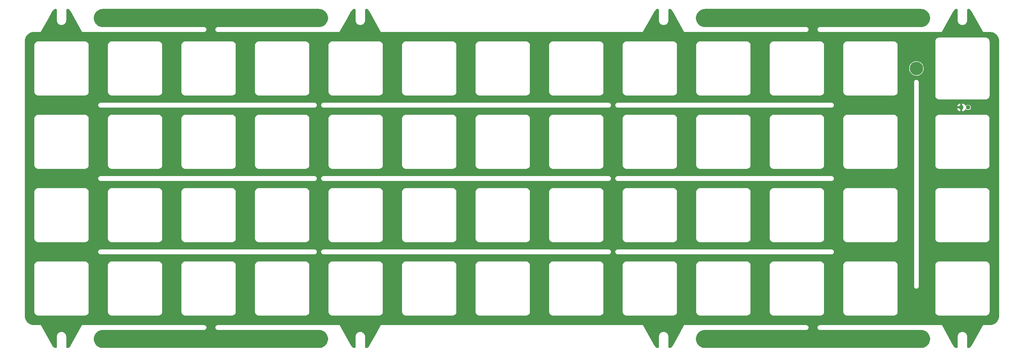
<source format=gbr>
G04 #@! TF.GenerationSoftware,KiCad,Pcbnew,(6.0.1-0)*
G04 #@! TF.CreationDate,2022-04-26T12:30:29-05:00*
G04 #@! TF.ProjectId,plate,706c6174-652e-46b6-9963-61645f706362,rev?*
G04 #@! TF.SameCoordinates,Original*
G04 #@! TF.FileFunction,Copper,L2,Bot*
G04 #@! TF.FilePolarity,Positive*
%FSLAX46Y46*%
G04 Gerber Fmt 4.6, Leading zero omitted, Abs format (unit mm)*
G04 Created by KiCad (PCBNEW (6.0.1-0)) date 2022-04-26 12:30:29*
%MOMM*%
%LPD*%
G01*
G04 APERTURE LIST*
G04 Aperture macros list*
%AMRoundRect*
0 Rectangle with rounded corners*
0 $1 Rounding radius*
0 $2 $3 $4 $5 $6 $7 $8 $9 X,Y pos of 4 corners*
0 Add a 4 corners polygon primitive as box body*
4,1,4,$2,$3,$4,$5,$6,$7,$8,$9,$2,$3,0*
0 Add four circle primitives for the rounded corners*
1,1,$1+$1,$2,$3*
1,1,$1+$1,$4,$5*
1,1,$1+$1,$6,$7*
1,1,$1+$1,$8,$9*
0 Add four rect primitives between the rounded corners*
20,1,$1+$1,$2,$3,$4,$5,0*
20,1,$1+$1,$4,$5,$6,$7,0*
20,1,$1+$1,$6,$7,$8,$9,0*
20,1,$1+$1,$8,$9,$2,$3,0*%
G04 Aperture macros list end*
G04 #@! TA.AperFunction,ComponentPad*
%ADD10C,3.500000*%
G04 #@! TD*
G04 #@! TA.AperFunction,SMDPad,CuDef*
%ADD11RoundRect,0.237500X-0.287500X-0.237500X0.287500X-0.237500X0.287500X0.237500X-0.287500X0.237500X0*%
G04 #@! TD*
G04 #@! TA.AperFunction,ViaPad*
%ADD12C,0.500000*%
G04 #@! TD*
G04 #@! TA.AperFunction,Conductor*
%ADD13C,0.250000*%
G04 #@! TD*
G04 APERTURE END LIST*
D10*
X377429670Y-50006460D03*
D11*
X389056243Y-60126781D03*
X390806243Y-60126781D03*
D12*
X387531243Y-60133041D03*
D13*
X387537503Y-60126781D02*
X387531243Y-60133041D01*
X389056243Y-60126781D02*
X387537503Y-60126781D01*
G04 #@! TA.AperFunction,Conductor*
G36*
X166709847Y-34552510D02*
G01*
X166710042Y-34552482D01*
X222644545Y-34553154D01*
X222644545Y-34553177D01*
X222644585Y-34553171D01*
X222649518Y-34555214D01*
X222653835Y-34553426D01*
X222667040Y-34554257D01*
X222667041Y-34554257D01*
X222816364Y-34563651D01*
X222936965Y-34571238D01*
X222952661Y-34573221D01*
X223227799Y-34625707D01*
X223243109Y-34629638D01*
X223418581Y-34686652D01*
X223509498Y-34716193D01*
X223524210Y-34722018D01*
X223530828Y-34725132D01*
X223766593Y-34836074D01*
X223777641Y-34841273D01*
X223791507Y-34848896D01*
X224027986Y-34998970D01*
X224040788Y-35008270D01*
X224255797Y-35186141D01*
X224256609Y-35186813D01*
X224268143Y-35197645D01*
X224459874Y-35401818D01*
X224469960Y-35414010D01*
X224634102Y-35639931D01*
X224634590Y-35640603D01*
X224643065Y-35653957D01*
X224778009Y-35899418D01*
X224784743Y-35913730D01*
X224887849Y-36174149D01*
X224892738Y-36189197D01*
X224961558Y-36457229D01*
X224962393Y-36460483D01*
X224965358Y-36476026D01*
X225000462Y-36753903D01*
X225001456Y-36769695D01*
X225001456Y-37049789D01*
X225000462Y-37065581D01*
X224965443Y-37342786D01*
X224965358Y-37343458D01*
X224962394Y-37358995D01*
X224923881Y-37508993D01*
X224892738Y-37630287D01*
X224887849Y-37645335D01*
X224863317Y-37707296D01*
X224785614Y-37903555D01*
X224784743Y-37905754D01*
X224778009Y-37920066D01*
X224643438Y-38164849D01*
X224643069Y-38165521D01*
X224634593Y-38178876D01*
X224483347Y-38387049D01*
X224469960Y-38405474D01*
X224459874Y-38417666D01*
X224268143Y-38621839D01*
X224256609Y-38632671D01*
X224040788Y-38811214D01*
X224027986Y-38820514D01*
X223791507Y-38970588D01*
X223777641Y-38978211D01*
X223524210Y-39097466D01*
X223509498Y-39103291D01*
X223430336Y-39129012D01*
X223243109Y-39189846D01*
X223227799Y-39193777D01*
X222952662Y-39246263D01*
X222936965Y-39248246D01*
X222653835Y-39266058D01*
X222653673Y-39263490D01*
X222649566Y-39264290D01*
X222649518Y-39264270D01*
X222649386Y-39264325D01*
X222644547Y-39265267D01*
X222644547Y-39266329D01*
X222644545Y-39266330D01*
X222627666Y-39266330D01*
X222627143Y-39266302D01*
X222626949Y-39266330D01*
X200597513Y-39266047D01*
X196464021Y-39265994D01*
X196459964Y-39265681D01*
X196455746Y-39263934D01*
X196455746Y-39261438D01*
X196306205Y-39279596D01*
X196299079Y-39282298D01*
X196299077Y-39282299D01*
X196248707Y-39301402D01*
X196165355Y-39333013D01*
X196159079Y-39337345D01*
X196047655Y-39414255D01*
X196047653Y-39414257D01*
X196041381Y-39418586D01*
X196036325Y-39424293D01*
X196036324Y-39424294D01*
X196005204Y-39459422D01*
X195941489Y-39531341D01*
X195937949Y-39538086D01*
X195875023Y-39657979D01*
X195875021Y-39657983D01*
X195871483Y-39664725D01*
X195869661Y-39672118D01*
X195869660Y-39672120D01*
X195866715Y-39684071D01*
X195835433Y-39810987D01*
X195835433Y-39961627D01*
X195837255Y-39969017D01*
X195837255Y-39969021D01*
X195869660Y-40100494D01*
X195871483Y-40107889D01*
X195875021Y-40114631D01*
X195875023Y-40114635D01*
X195930369Y-40220085D01*
X195941489Y-40241273D01*
X195946541Y-40246976D01*
X195946542Y-40246977D01*
X196036324Y-40348320D01*
X196041381Y-40354028D01*
X196047653Y-40358357D01*
X196047655Y-40358359D01*
X196095370Y-40391294D01*
X196165355Y-40439601D01*
X196172485Y-40442305D01*
X196299077Y-40490315D01*
X196299079Y-40490316D01*
X196306205Y-40493018D01*
X196455746Y-40511176D01*
X196455746Y-40508680D01*
X196460293Y-40506797D01*
X196462431Y-40506620D01*
X199654099Y-40506603D01*
X228004677Y-40506452D01*
X228013541Y-40507470D01*
X228018908Y-40503209D01*
X228025241Y-40500586D01*
X228028656Y-40492342D01*
X228029724Y-40490420D01*
X228030163Y-40490066D01*
X228030598Y-40489270D01*
X228032160Y-40486035D01*
X229935246Y-37060480D01*
X230997849Y-35147796D01*
X231002538Y-35140926D01*
X231004320Y-35139871D01*
X231004958Y-35137382D01*
X231010880Y-35128706D01*
X231176711Y-34928110D01*
X231184728Y-34919297D01*
X231373647Y-34730378D01*
X231382460Y-34722361D01*
X231551965Y-34582233D01*
X231617213Y-34554245D01*
X231632298Y-34553345D01*
X231865662Y-34553440D01*
X231871727Y-34553919D01*
X231875554Y-34555504D01*
X231878156Y-34554426D01*
X231885323Y-34554992D01*
X231919744Y-34560445D01*
X231940111Y-34563671D01*
X231977608Y-34575857D01*
X231990119Y-34582233D01*
X232018063Y-34596474D01*
X232049953Y-34619649D01*
X232082059Y-34651766D01*
X232105221Y-34683657D01*
X232125831Y-34724128D01*
X232138003Y-34761625D01*
X232146664Y-34816410D01*
X232147228Y-34823584D01*
X232146150Y-34826185D01*
X232147733Y-34830011D01*
X232148210Y-34836074D01*
X232148211Y-34844648D01*
X232148211Y-34847915D01*
X232148179Y-34848516D01*
X232148211Y-34848738D01*
X232148298Y-37491691D01*
X232147412Y-37502053D01*
X232146238Y-37504887D01*
X232143655Y-37504887D01*
X232145078Y-37521155D01*
X232145078Y-37521157D01*
X232153611Y-37618687D01*
X232162194Y-37716784D01*
X232163618Y-37722098D01*
X232163618Y-37722099D01*
X232212828Y-37905754D01*
X232217246Y-37922244D01*
X232219568Y-37927225D01*
X232219569Y-37927226D01*
X232304814Y-38110035D01*
X232304817Y-38110040D01*
X232307140Y-38115022D01*
X232429144Y-38289261D01*
X232579550Y-38439667D01*
X232584058Y-38442824D01*
X232584061Y-38442826D01*
X232686207Y-38514349D01*
X232753790Y-38561671D01*
X232758772Y-38563994D01*
X232758777Y-38563997D01*
X232941585Y-38649242D01*
X232946567Y-38651565D01*
X232951875Y-38652987D01*
X232951877Y-38652988D01*
X233146712Y-38705193D01*
X233152027Y-38706617D01*
X233363924Y-38725156D01*
X233575821Y-38706617D01*
X233581136Y-38705193D01*
X233775971Y-38652988D01*
X233775973Y-38652987D01*
X233781281Y-38651565D01*
X233786263Y-38649242D01*
X233969072Y-38563997D01*
X233969077Y-38563994D01*
X233974059Y-38561671D01*
X234071564Y-38493397D01*
X234143787Y-38442826D01*
X234143790Y-38442824D01*
X234148298Y-38439667D01*
X234298704Y-38289261D01*
X234420708Y-38115022D01*
X234423031Y-38110040D01*
X234423034Y-38110035D01*
X234508279Y-37927226D01*
X234508280Y-37927225D01*
X234510602Y-37922244D01*
X234515021Y-37905754D01*
X234564230Y-37722099D01*
X234564230Y-37722098D01*
X234565654Y-37716784D01*
X234584193Y-37504887D01*
X234581610Y-37504887D01*
X234580173Y-37501418D01*
X234579550Y-37495153D01*
X234579471Y-35197645D01*
X234579458Y-34836019D01*
X234579939Y-34829911D01*
X234581518Y-34826100D01*
X234580443Y-34823505D01*
X234581010Y-34816302D01*
X234589685Y-34761543D01*
X234601871Y-34724046D01*
X234622487Y-34683593D01*
X234645663Y-34651701D01*
X234677780Y-34619595D01*
X234709671Y-34596433D01*
X234750142Y-34575823D01*
X234787637Y-34563651D01*
X234842448Y-34554986D01*
X234849591Y-34554423D01*
X234852199Y-34555504D01*
X234856038Y-34553915D01*
X234862069Y-34553440D01*
X234873813Y-34553435D01*
X234874485Y-34553471D01*
X234874737Y-34553435D01*
X235095550Y-34553345D01*
X235163679Y-34573319D01*
X235175883Y-34582233D01*
X235345388Y-34722361D01*
X235354201Y-34730378D01*
X235543120Y-34919297D01*
X235551137Y-34928110D01*
X235716968Y-35128706D01*
X235722890Y-35137382D01*
X235723528Y-35139871D01*
X235725310Y-35140926D01*
X235729999Y-35147796D01*
X238699192Y-40492342D01*
X238702607Y-40500586D01*
X238708940Y-40503209D01*
X238714307Y-40507470D01*
X238723167Y-40506452D01*
X238725374Y-40506452D01*
X238725894Y-40506663D01*
X238726817Y-40506656D01*
X238730378Y-40506452D01*
X306585993Y-40506452D01*
X306594857Y-40507470D01*
X306600224Y-40503209D01*
X306606557Y-40500586D01*
X306609972Y-40492342D01*
X306611040Y-40490420D01*
X306611479Y-40490066D01*
X306611914Y-40489270D01*
X306613476Y-40486035D01*
X308516562Y-37060480D01*
X309579165Y-35147796D01*
X309583854Y-35140926D01*
X309585636Y-35139871D01*
X309586274Y-35137382D01*
X309592196Y-35128706D01*
X309758027Y-34928110D01*
X309766044Y-34919297D01*
X309954963Y-34730378D01*
X309963776Y-34722361D01*
X310133281Y-34582233D01*
X310198529Y-34554245D01*
X310213614Y-34553345D01*
X310446978Y-34553440D01*
X310453043Y-34553919D01*
X310456870Y-34555504D01*
X310459472Y-34554426D01*
X310466639Y-34554992D01*
X310501060Y-34560445D01*
X310521427Y-34563671D01*
X310558924Y-34575857D01*
X310571435Y-34582233D01*
X310599379Y-34596474D01*
X310631269Y-34619649D01*
X310663375Y-34651766D01*
X310686537Y-34683657D01*
X310707147Y-34724128D01*
X310719319Y-34761625D01*
X310727980Y-34816410D01*
X310728544Y-34823584D01*
X310727466Y-34826185D01*
X310729049Y-34830011D01*
X310729526Y-34836074D01*
X310729527Y-34844648D01*
X310729527Y-34847915D01*
X310729495Y-34848516D01*
X310729527Y-34848738D01*
X310729614Y-37491691D01*
X310728728Y-37502053D01*
X310727554Y-37504887D01*
X310724971Y-37504887D01*
X310726394Y-37521155D01*
X310726394Y-37521157D01*
X310734927Y-37618687D01*
X310743510Y-37716784D01*
X310744934Y-37722098D01*
X310744934Y-37722099D01*
X310794144Y-37905754D01*
X310798562Y-37922244D01*
X310800884Y-37927225D01*
X310800885Y-37927226D01*
X310886130Y-38110035D01*
X310886133Y-38110040D01*
X310888456Y-38115022D01*
X311010460Y-38289261D01*
X311160866Y-38439667D01*
X311165374Y-38442824D01*
X311165377Y-38442826D01*
X311267523Y-38514349D01*
X311335106Y-38561671D01*
X311340088Y-38563994D01*
X311340093Y-38563997D01*
X311522901Y-38649242D01*
X311527883Y-38651565D01*
X311533191Y-38652987D01*
X311533193Y-38652988D01*
X311728028Y-38705193D01*
X311733343Y-38706617D01*
X311945240Y-38725156D01*
X312157137Y-38706617D01*
X312162452Y-38705193D01*
X312357287Y-38652988D01*
X312357289Y-38652987D01*
X312362597Y-38651565D01*
X312367579Y-38649242D01*
X312550388Y-38563997D01*
X312550393Y-38563994D01*
X312555375Y-38561671D01*
X312652880Y-38493397D01*
X312725103Y-38442826D01*
X312725106Y-38442824D01*
X312729614Y-38439667D01*
X312880020Y-38289261D01*
X313002024Y-38115022D01*
X313004347Y-38110040D01*
X313004350Y-38110035D01*
X313089595Y-37927226D01*
X313089596Y-37927225D01*
X313091918Y-37922244D01*
X313096337Y-37905754D01*
X313145546Y-37722099D01*
X313145546Y-37722098D01*
X313146970Y-37716784D01*
X313165509Y-37504887D01*
X313162926Y-37504887D01*
X313161489Y-37501418D01*
X313160866Y-37495153D01*
X313160787Y-35197645D01*
X313160774Y-34836019D01*
X313161255Y-34829911D01*
X313162834Y-34826100D01*
X313161759Y-34823505D01*
X313162326Y-34816302D01*
X313171001Y-34761543D01*
X313183187Y-34724046D01*
X313203803Y-34683593D01*
X313226979Y-34651701D01*
X313259096Y-34619595D01*
X313290987Y-34596433D01*
X313331458Y-34575823D01*
X313368953Y-34563651D01*
X313423764Y-34554986D01*
X313430907Y-34554423D01*
X313433515Y-34555504D01*
X313437354Y-34553915D01*
X313443385Y-34553440D01*
X313455129Y-34553435D01*
X313455801Y-34553471D01*
X313456053Y-34553435D01*
X313676866Y-34553345D01*
X313744995Y-34573319D01*
X313757199Y-34582233D01*
X313926704Y-34722361D01*
X313935517Y-34730378D01*
X314124436Y-34919297D01*
X314132453Y-34928110D01*
X314298284Y-35128706D01*
X314304206Y-35137382D01*
X314304844Y-35139871D01*
X314306626Y-35140926D01*
X314311315Y-35147796D01*
X317280508Y-40492342D01*
X317283923Y-40500586D01*
X317290256Y-40503209D01*
X317295623Y-40507470D01*
X317304483Y-40506452D01*
X317306690Y-40506452D01*
X317307210Y-40506663D01*
X317308134Y-40506656D01*
X317311694Y-40506452D01*
X338941455Y-40506567D01*
X348847598Y-40506620D01*
X348851656Y-40506933D01*
X348855874Y-40508680D01*
X348855874Y-40511176D01*
X349005415Y-40493018D01*
X349012541Y-40490316D01*
X349012543Y-40490315D01*
X349139135Y-40442305D01*
X349146265Y-40439601D01*
X349216250Y-40391294D01*
X349263965Y-40358359D01*
X349263967Y-40358357D01*
X349270239Y-40354028D01*
X349275296Y-40348320D01*
X349365078Y-40246977D01*
X349365079Y-40246976D01*
X349370131Y-40241273D01*
X349381251Y-40220085D01*
X349436597Y-40114635D01*
X349436599Y-40114631D01*
X349440137Y-40107889D01*
X349441960Y-40100494D01*
X349474365Y-39969021D01*
X349474365Y-39969017D01*
X349476187Y-39961627D01*
X349476187Y-39810987D01*
X349444906Y-39684071D01*
X349441960Y-39672120D01*
X349441959Y-39672118D01*
X349440137Y-39664725D01*
X349436599Y-39657983D01*
X349436597Y-39657979D01*
X349373671Y-39538086D01*
X349370131Y-39531341D01*
X349306417Y-39459422D01*
X349275296Y-39424294D01*
X349275295Y-39424293D01*
X349270239Y-39418586D01*
X349263967Y-39414257D01*
X349263965Y-39414255D01*
X349152541Y-39337345D01*
X349146265Y-39333013D01*
X349062913Y-39301402D01*
X349012543Y-39282299D01*
X349012541Y-39282298D01*
X349005415Y-39279596D01*
X348855874Y-39261438D01*
X348855874Y-39263934D01*
X348851328Y-39265817D01*
X348849187Y-39265994D01*
X322664451Y-39265658D01*
X322664451Y-39265635D01*
X322664411Y-39265641D01*
X322659478Y-39263598D01*
X322655161Y-39265386D01*
X322641956Y-39264555D01*
X322641955Y-39264555D01*
X322475470Y-39254081D01*
X322372031Y-39247574D01*
X322356334Y-39245591D01*
X322081197Y-39193105D01*
X322065887Y-39189174D01*
X321878660Y-39128340D01*
X321799498Y-39102619D01*
X321784786Y-39096794D01*
X321531355Y-38977539D01*
X321517489Y-38969916D01*
X321281010Y-38819842D01*
X321268208Y-38810542D01*
X321143164Y-38707096D01*
X321052384Y-38631996D01*
X321040853Y-38621167D01*
X320849122Y-38416994D01*
X320839036Y-38404802D01*
X320757922Y-38293158D01*
X320674403Y-38178204D01*
X320665927Y-38164849D01*
X320641013Y-38119530D01*
X320530987Y-37919394D01*
X320524253Y-37905082D01*
X320523649Y-37903555D01*
X320425196Y-37654889D01*
X320421147Y-37644663D01*
X320416258Y-37629615D01*
X320388866Y-37522931D01*
X320346602Y-37358323D01*
X320343638Y-37342786D01*
X320308534Y-37064909D01*
X320307540Y-37049117D01*
X320307540Y-36769023D01*
X320308534Y-36753231D01*
X320310856Y-36734848D01*
X320343639Y-36475348D01*
X320346603Y-36459811D01*
X320347094Y-36457901D01*
X320416258Y-36188525D01*
X320421147Y-36173477D01*
X320524253Y-35913058D01*
X320530987Y-35898746D01*
X320665931Y-35653285D01*
X320674406Y-35639931D01*
X320839036Y-35413338D01*
X320849122Y-35401146D01*
X321040853Y-35196973D01*
X321052387Y-35186141D01*
X321106111Y-35141697D01*
X321268208Y-35007598D01*
X321281010Y-34998298D01*
X321516430Y-34848896D01*
X321517491Y-34848223D01*
X321531355Y-34840601D01*
X321540976Y-34836074D01*
X321699188Y-34761625D01*
X321784786Y-34721346D01*
X321799498Y-34715521D01*
X321946586Y-34667729D01*
X322065887Y-34628966D01*
X322081197Y-34625035D01*
X322356335Y-34572549D01*
X322372031Y-34570566D01*
X322655161Y-34552754D01*
X322655323Y-34555322D01*
X322659430Y-34554522D01*
X322659478Y-34554542D01*
X322659610Y-34554487D01*
X322664449Y-34553545D01*
X322664449Y-34552483D01*
X322664451Y-34552482D01*
X322681330Y-34552482D01*
X322681853Y-34552510D01*
X322682048Y-34552482D01*
X378616551Y-34553154D01*
X378616551Y-34553177D01*
X378616591Y-34553171D01*
X378621524Y-34555214D01*
X378625841Y-34553426D01*
X378639046Y-34554257D01*
X378639047Y-34554257D01*
X378788370Y-34563651D01*
X378908971Y-34571238D01*
X378924667Y-34573221D01*
X379199805Y-34625707D01*
X379215115Y-34629638D01*
X379390587Y-34686652D01*
X379481504Y-34716193D01*
X379496216Y-34722018D01*
X379502834Y-34725132D01*
X379738599Y-34836074D01*
X379749647Y-34841273D01*
X379763513Y-34848896D01*
X379999992Y-34998970D01*
X380012794Y-35008270D01*
X380227803Y-35186141D01*
X380228615Y-35186813D01*
X380240149Y-35197645D01*
X380431880Y-35401818D01*
X380441966Y-35414010D01*
X380606108Y-35639931D01*
X380606596Y-35640603D01*
X380615071Y-35653957D01*
X380750015Y-35899418D01*
X380756749Y-35913730D01*
X380859855Y-36174149D01*
X380864744Y-36189197D01*
X380933564Y-36457229D01*
X380934399Y-36460483D01*
X380937364Y-36476026D01*
X380972468Y-36753903D01*
X380973462Y-36769695D01*
X380973462Y-37049789D01*
X380972468Y-37065581D01*
X380937449Y-37342786D01*
X380937364Y-37343458D01*
X380934400Y-37358995D01*
X380895887Y-37508993D01*
X380864744Y-37630287D01*
X380859855Y-37645335D01*
X380835323Y-37707296D01*
X380757620Y-37903555D01*
X380756749Y-37905754D01*
X380750015Y-37920066D01*
X380615444Y-38164849D01*
X380615075Y-38165521D01*
X380606599Y-38178876D01*
X380455353Y-38387049D01*
X380441966Y-38405474D01*
X380431880Y-38417666D01*
X380240149Y-38621839D01*
X380228615Y-38632671D01*
X380012794Y-38811214D01*
X379999992Y-38820514D01*
X379763513Y-38970588D01*
X379749647Y-38978211D01*
X379496216Y-39097466D01*
X379481504Y-39103291D01*
X379402342Y-39129012D01*
X379215115Y-39189846D01*
X379199805Y-39193777D01*
X378924668Y-39246263D01*
X378908971Y-39248246D01*
X378625841Y-39266058D01*
X378625679Y-39263490D01*
X378621572Y-39264290D01*
X378621524Y-39264270D01*
X378621392Y-39264325D01*
X378616553Y-39265267D01*
X378616553Y-39266329D01*
X378616551Y-39266330D01*
X378599672Y-39266330D01*
X378599149Y-39266302D01*
X378598955Y-39266330D01*
X356569519Y-39266047D01*
X352436027Y-39265994D01*
X352431970Y-39265681D01*
X352427752Y-39263934D01*
X352427752Y-39261438D01*
X352278211Y-39279596D01*
X352271085Y-39282298D01*
X352271083Y-39282299D01*
X352220713Y-39301402D01*
X352137361Y-39333013D01*
X352131085Y-39337345D01*
X352019661Y-39414255D01*
X352019659Y-39414257D01*
X352013387Y-39418586D01*
X352008331Y-39424293D01*
X352008330Y-39424294D01*
X351977210Y-39459422D01*
X351913495Y-39531341D01*
X351909955Y-39538086D01*
X351847029Y-39657979D01*
X351847027Y-39657983D01*
X351843489Y-39664725D01*
X351841667Y-39672118D01*
X351841666Y-39672120D01*
X351838721Y-39684071D01*
X351807439Y-39810987D01*
X351807439Y-39961627D01*
X351809261Y-39969017D01*
X351809261Y-39969021D01*
X351841666Y-40100494D01*
X351843489Y-40107889D01*
X351847027Y-40114631D01*
X351847029Y-40114635D01*
X351902375Y-40220085D01*
X351913495Y-40241273D01*
X351918547Y-40246976D01*
X351918548Y-40246977D01*
X352008330Y-40348320D01*
X352013387Y-40354028D01*
X352019659Y-40358357D01*
X352019661Y-40358359D01*
X352067376Y-40391294D01*
X352137361Y-40439601D01*
X352144491Y-40442305D01*
X352271083Y-40490315D01*
X352271085Y-40490316D01*
X352278211Y-40493018D01*
X352427752Y-40511176D01*
X352427752Y-40508680D01*
X352432299Y-40506797D01*
X352434437Y-40506620D01*
X355626105Y-40506603D01*
X383976683Y-40506452D01*
X383985547Y-40507470D01*
X383990914Y-40503209D01*
X383997247Y-40500586D01*
X384000662Y-40492342D01*
X384001730Y-40490420D01*
X384002169Y-40490066D01*
X384002604Y-40489270D01*
X384004166Y-40486035D01*
X385907252Y-37060480D01*
X386969855Y-35147796D01*
X386974544Y-35140926D01*
X386976326Y-35139871D01*
X386976964Y-35137382D01*
X386982886Y-35128706D01*
X387148717Y-34928110D01*
X387156734Y-34919297D01*
X387345653Y-34730378D01*
X387354466Y-34722361D01*
X387523971Y-34582233D01*
X387589219Y-34554245D01*
X387604304Y-34553345D01*
X387837668Y-34553440D01*
X387843733Y-34553919D01*
X387847560Y-34555504D01*
X387850162Y-34554426D01*
X387857329Y-34554992D01*
X387891750Y-34560445D01*
X387912117Y-34563671D01*
X387949614Y-34575857D01*
X387962125Y-34582233D01*
X387990069Y-34596474D01*
X388021959Y-34619649D01*
X388054065Y-34651766D01*
X388077227Y-34683657D01*
X388097837Y-34724128D01*
X388110009Y-34761625D01*
X388118670Y-34816410D01*
X388119234Y-34823584D01*
X388118156Y-34826185D01*
X388119739Y-34830011D01*
X388120216Y-34836074D01*
X388120217Y-34844648D01*
X388120217Y-34847915D01*
X388120185Y-34848516D01*
X388120217Y-34848738D01*
X388120304Y-37491691D01*
X388119418Y-37502053D01*
X388118244Y-37504887D01*
X388115661Y-37504887D01*
X388117084Y-37521155D01*
X388117084Y-37521157D01*
X388125617Y-37618687D01*
X388134200Y-37716784D01*
X388135624Y-37722098D01*
X388135624Y-37722099D01*
X388184834Y-37905754D01*
X388189252Y-37922244D01*
X388191574Y-37927225D01*
X388191575Y-37927226D01*
X388276820Y-38110035D01*
X388276823Y-38110040D01*
X388279146Y-38115022D01*
X388401150Y-38289261D01*
X388551556Y-38439667D01*
X388556064Y-38442824D01*
X388556067Y-38442826D01*
X388658213Y-38514349D01*
X388725796Y-38561671D01*
X388730778Y-38563994D01*
X388730783Y-38563997D01*
X388913591Y-38649242D01*
X388918573Y-38651565D01*
X388923881Y-38652987D01*
X388923883Y-38652988D01*
X389118718Y-38705193D01*
X389124033Y-38706617D01*
X389335930Y-38725156D01*
X389547827Y-38706617D01*
X389553142Y-38705193D01*
X389747977Y-38652988D01*
X389747979Y-38652987D01*
X389753287Y-38651565D01*
X389758269Y-38649242D01*
X389941078Y-38563997D01*
X389941083Y-38563994D01*
X389946065Y-38561671D01*
X390043570Y-38493397D01*
X390115793Y-38442826D01*
X390115796Y-38442824D01*
X390120304Y-38439667D01*
X390270710Y-38289261D01*
X390392714Y-38115022D01*
X390395037Y-38110040D01*
X390395040Y-38110035D01*
X390480285Y-37927226D01*
X390480286Y-37927225D01*
X390482608Y-37922244D01*
X390487027Y-37905754D01*
X390536236Y-37722099D01*
X390536236Y-37722098D01*
X390537660Y-37716784D01*
X390556199Y-37504887D01*
X390553616Y-37504887D01*
X390552179Y-37501418D01*
X390551556Y-37495153D01*
X390551477Y-35197645D01*
X390551464Y-34836019D01*
X390551945Y-34829911D01*
X390553524Y-34826100D01*
X390552449Y-34823505D01*
X390553016Y-34816302D01*
X390561691Y-34761543D01*
X390573877Y-34724046D01*
X390594493Y-34683593D01*
X390617669Y-34651701D01*
X390649786Y-34619595D01*
X390681677Y-34596433D01*
X390722148Y-34575823D01*
X390759643Y-34563651D01*
X390814454Y-34554986D01*
X390821597Y-34554423D01*
X390824205Y-34555504D01*
X390828044Y-34553915D01*
X390834075Y-34553440D01*
X390845819Y-34553435D01*
X390846491Y-34553471D01*
X390846743Y-34553435D01*
X391067556Y-34553345D01*
X391135685Y-34573319D01*
X391147889Y-34582233D01*
X391317394Y-34722361D01*
X391326207Y-34730378D01*
X391515126Y-34919297D01*
X391523143Y-34928110D01*
X391688974Y-35128706D01*
X391694896Y-35137382D01*
X391695534Y-35139871D01*
X391697316Y-35140926D01*
X391702005Y-35147796D01*
X394671198Y-40492342D01*
X394674613Y-40500586D01*
X394680946Y-40503209D01*
X394686313Y-40507470D01*
X394695173Y-40506452D01*
X394697380Y-40506452D01*
X394697900Y-40506663D01*
X394698823Y-40506656D01*
X394702384Y-40506452D01*
X396474661Y-40506456D01*
X396474661Y-40506481D01*
X396474704Y-40506474D01*
X396479634Y-40508516D01*
X396483973Y-40506718D01*
X396557670Y-40511176D01*
X396756043Y-40523176D01*
X396771147Y-40525010D01*
X397036026Y-40573551D01*
X397050799Y-40577192D01*
X397307894Y-40657306D01*
X397322119Y-40662700D01*
X397567703Y-40773227D01*
X397581167Y-40780295D01*
X397811618Y-40919608D01*
X397824140Y-40928251D01*
X398036129Y-41094334D01*
X398047517Y-41104424D01*
X398237926Y-41294833D01*
X398248016Y-41306221D01*
X398414099Y-41518210D01*
X398422742Y-41530732D01*
X398562053Y-41761179D01*
X398569123Y-41774647D01*
X398668114Y-41994600D01*
X398679649Y-42020229D01*
X398685043Y-42034454D01*
X398755191Y-42259566D01*
X398765158Y-42291551D01*
X398768799Y-42306324D01*
X398817340Y-42571203D01*
X398819174Y-42586307D01*
X398835632Y-42858377D01*
X398833153Y-42858527D01*
X398833921Y-42862506D01*
X398833834Y-42862716D01*
X398834072Y-42863292D01*
X398834921Y-42867689D01*
X398835894Y-42867689D01*
X398835894Y-42884503D01*
X398835864Y-42885067D01*
X398835894Y-42885278D01*
X398835894Y-114295171D01*
X398835869Y-114295171D01*
X398835876Y-114295214D01*
X398833834Y-114300144D01*
X398835632Y-114304483D01*
X398834825Y-114317825D01*
X398819174Y-114576553D01*
X398817340Y-114591657D01*
X398768799Y-114856536D01*
X398765158Y-114871309D01*
X398685044Y-115128404D01*
X398679650Y-115142629D01*
X398679644Y-115142643D01*
X398569125Y-115388208D01*
X398562055Y-115401677D01*
X398422742Y-115632128D01*
X398414100Y-115644649D01*
X398249943Y-115854179D01*
X398248016Y-115856639D01*
X398237926Y-115868027D01*
X398047517Y-116058436D01*
X398036129Y-116068526D01*
X397824140Y-116234609D01*
X397811619Y-116243251D01*
X397581167Y-116382565D01*
X397567703Y-116389633D01*
X397467593Y-116434688D01*
X397322121Y-116500159D01*
X397307894Y-116505554D01*
X397050799Y-116585668D01*
X397036026Y-116589309D01*
X396771147Y-116637850D01*
X396756043Y-116639684D01*
X396483973Y-116656142D01*
X396483823Y-116653664D01*
X396479845Y-116654431D01*
X396479634Y-116654344D01*
X396479055Y-116654584D01*
X396474659Y-116655432D01*
X396474659Y-116656405D01*
X396469614Y-116656405D01*
X396458540Y-116656406D01*
X396457874Y-116656406D01*
X396457291Y-116656375D01*
X396457073Y-116656406D01*
X394710391Y-116656515D01*
X394695170Y-116656516D01*
X394686313Y-116655498D01*
X394680946Y-116659759D01*
X394674612Y-116662383D01*
X394671198Y-116670626D01*
X394670128Y-116672551D01*
X394669687Y-116672907D01*
X394669257Y-116673696D01*
X394667694Y-116676933D01*
X391723370Y-121976715D01*
X391702006Y-122015171D01*
X391697316Y-122022042D01*
X391695534Y-122023097D01*
X391694896Y-122025586D01*
X391688974Y-122034261D01*
X391584682Y-122160418D01*
X391523143Y-122234858D01*
X391515126Y-122243671D01*
X391326207Y-122432590D01*
X391317394Y-122440607D01*
X391147889Y-122580735D01*
X391082641Y-122608723D01*
X391067556Y-122609623D01*
X390834192Y-122609528D01*
X390828127Y-122609049D01*
X390824300Y-122607464D01*
X390821698Y-122608542D01*
X390814531Y-122607976D01*
X390770619Y-122601020D01*
X390759743Y-122599297D01*
X390722246Y-122587111D01*
X390681919Y-122566559D01*
X390681791Y-122566494D01*
X390649901Y-122543319D01*
X390617795Y-122511202D01*
X390594633Y-122479311D01*
X390574023Y-122438840D01*
X390561851Y-122401343D01*
X390553190Y-122346558D01*
X390552626Y-122339384D01*
X390553704Y-122336783D01*
X390552121Y-122332957D01*
X390551644Y-122326894D01*
X390551644Y-122321583D01*
X390551643Y-122315045D01*
X390551675Y-122314452D01*
X390551643Y-122314227D01*
X390551641Y-122234877D01*
X390551556Y-119671274D01*
X390552442Y-119660915D01*
X390553616Y-119658081D01*
X390556199Y-119658081D01*
X390554621Y-119640037D01*
X390543065Y-119507967D01*
X390537660Y-119446184D01*
X390487586Y-119259301D01*
X390484031Y-119246034D01*
X390484030Y-119246032D01*
X390482608Y-119240724D01*
X390405463Y-119075287D01*
X390395040Y-119052934D01*
X390395037Y-119052929D01*
X390392714Y-119047947D01*
X390389557Y-119043438D01*
X390273869Y-118878218D01*
X390273867Y-118878215D01*
X390270710Y-118873707D01*
X390120304Y-118723301D01*
X390111089Y-118716848D01*
X390043570Y-118669571D01*
X389946065Y-118601297D01*
X389941083Y-118598974D01*
X389941078Y-118598971D01*
X389758269Y-118513726D01*
X389758268Y-118513725D01*
X389753287Y-118511403D01*
X389747979Y-118509981D01*
X389747977Y-118509980D01*
X389553142Y-118457775D01*
X389553141Y-118457775D01*
X389547827Y-118456351D01*
X389335930Y-118437812D01*
X389124033Y-118456351D01*
X389118719Y-118457775D01*
X389118718Y-118457775D01*
X388923883Y-118509980D01*
X388923881Y-118509981D01*
X388918573Y-118511403D01*
X388913593Y-118513725D01*
X388913591Y-118513726D01*
X388730783Y-118598971D01*
X388730778Y-118598974D01*
X388725796Y-118601297D01*
X388721289Y-118604453D01*
X388721287Y-118604454D01*
X388556067Y-118720142D01*
X388556064Y-118720144D01*
X388551556Y-118723301D01*
X388401150Y-118873707D01*
X388397993Y-118878215D01*
X388397991Y-118878218D01*
X388282303Y-119043438D01*
X388279146Y-119047947D01*
X388276823Y-119052929D01*
X388276820Y-119052934D01*
X388266397Y-119075287D01*
X388189252Y-119240724D01*
X388187830Y-119246032D01*
X388187829Y-119246034D01*
X388184274Y-119259301D01*
X388134200Y-119446184D01*
X388115661Y-119658081D01*
X388118244Y-119658081D01*
X388119681Y-119661550D01*
X388120304Y-119667815D01*
X388120330Y-120405196D01*
X388120396Y-122315072D01*
X388120396Y-122326947D01*
X388119915Y-122333057D01*
X388118336Y-122336868D01*
X388119411Y-122339463D01*
X388118844Y-122346662D01*
X388115733Y-122366305D01*
X388110169Y-122401425D01*
X388097983Y-122438922D01*
X388087434Y-122459620D01*
X388077394Y-122479323D01*
X388077367Y-122479375D01*
X388054191Y-122511267D01*
X388022074Y-122543373D01*
X387990183Y-122566535D01*
X387949712Y-122587145D01*
X387912217Y-122599317D01*
X387857407Y-122607982D01*
X387850263Y-122608545D01*
X387847655Y-122607464D01*
X387843816Y-122609053D01*
X387837785Y-122609528D01*
X387826041Y-122609533D01*
X387825369Y-122609497D01*
X387825117Y-122609533D01*
X387604304Y-122609623D01*
X387536175Y-122589649D01*
X387523971Y-122580735D01*
X387354466Y-122440607D01*
X387345653Y-122432590D01*
X387156734Y-122243671D01*
X387148717Y-122234858D01*
X387087178Y-122160418D01*
X386982886Y-122034261D01*
X386976964Y-122025586D01*
X386976326Y-122023097D01*
X386974544Y-122022042D01*
X386969854Y-122015171D01*
X386948490Y-121976715D01*
X384000662Y-116670626D01*
X383997247Y-116662382D01*
X383990914Y-116659759D01*
X383985547Y-116655498D01*
X383976683Y-116656516D01*
X383974480Y-116656516D01*
X383973958Y-116656304D01*
X383973053Y-116656311D01*
X383969473Y-116656516D01*
X362340660Y-116656401D01*
X352433572Y-116656348D01*
X352429514Y-116656035D01*
X352425296Y-116654288D01*
X352425296Y-116651792D01*
X352275755Y-116669950D01*
X352268629Y-116672652D01*
X352268627Y-116672653D01*
X352168036Y-116710802D01*
X352134905Y-116723367D01*
X352128629Y-116727699D01*
X352017205Y-116804609D01*
X352017203Y-116804611D01*
X352010931Y-116808940D01*
X352005875Y-116814647D01*
X352005874Y-116814648D01*
X351916192Y-116915879D01*
X351911039Y-116921695D01*
X351907499Y-116928440D01*
X351844573Y-117048333D01*
X351844571Y-117048337D01*
X351841033Y-117055079D01*
X351839211Y-117062472D01*
X351839210Y-117062474D01*
X351836265Y-117074425D01*
X351804983Y-117201341D01*
X351804983Y-117351981D01*
X351806805Y-117359371D01*
X351806805Y-117359375D01*
X351839210Y-117490848D01*
X351841033Y-117498243D01*
X351844571Y-117504985D01*
X351844573Y-117504989D01*
X351899919Y-117610439D01*
X351911039Y-117631627D01*
X351916091Y-117637330D01*
X351916092Y-117637331D01*
X352005775Y-117738562D01*
X352010931Y-117744382D01*
X352017203Y-117748711D01*
X352017205Y-117748713D01*
X352064758Y-117781536D01*
X352134905Y-117829955D01*
X352142035Y-117832659D01*
X352268627Y-117880669D01*
X352268629Y-117880670D01*
X352275755Y-117883372D01*
X352425296Y-117901530D01*
X352425296Y-117899034D01*
X352429842Y-117897151D01*
X352431983Y-117896974D01*
X378616746Y-117897310D01*
X378616719Y-117897310D01*
X378616719Y-117897333D01*
X378616759Y-117897327D01*
X378621692Y-117899370D01*
X378626009Y-117897582D01*
X378639214Y-117898413D01*
X378639215Y-117898413D01*
X378805700Y-117908887D01*
X378909139Y-117915394D01*
X378924835Y-117917377D01*
X379199973Y-117969863D01*
X379215283Y-117973794D01*
X379402510Y-118034628D01*
X379481672Y-118060349D01*
X379496384Y-118066174D01*
X379749815Y-118185429D01*
X379763679Y-118193051D01*
X380000160Y-118343126D01*
X380012962Y-118352426D01*
X380228648Y-118530857D01*
X380228783Y-118530969D01*
X380240314Y-118541798D01*
X380391138Y-118702410D01*
X380432048Y-118745974D01*
X380442134Y-118758166D01*
X380606683Y-118984647D01*
X380606764Y-118984759D01*
X380615239Y-118998113D01*
X380750183Y-119243574D01*
X380756914Y-119257880D01*
X380757529Y-119259432D01*
X380860023Y-119518305D01*
X380864912Y-119533353D01*
X380934366Y-119803855D01*
X380934567Y-119804639D01*
X380937532Y-119820182D01*
X380972636Y-120098059D01*
X380973630Y-120113851D01*
X380973630Y-120393945D01*
X380972636Y-120409737D01*
X380937617Y-120686942D01*
X380937532Y-120687614D01*
X380934568Y-120703151D01*
X380933904Y-120705739D01*
X380864912Y-120974443D01*
X380860023Y-120989491D01*
X380756917Y-121249910D01*
X380750183Y-121264222D01*
X380615243Y-121509677D01*
X380606767Y-121523032D01*
X380590596Y-121545290D01*
X380442134Y-121749630D01*
X380432048Y-121761822D01*
X380240317Y-121965995D01*
X380228786Y-121976824D01*
X380132626Y-122056375D01*
X380012962Y-122155370D01*
X380000161Y-122164670D01*
X379764318Y-122314340D01*
X379763681Y-122314744D01*
X379749817Y-122322366D01*
X379711314Y-122340484D01*
X379496384Y-122441622D01*
X379481672Y-122447447D01*
X379402510Y-122473168D01*
X379215283Y-122534002D01*
X379199973Y-122537933D01*
X378925423Y-122590307D01*
X378924836Y-122590419D01*
X378909139Y-122592402D01*
X378626009Y-122610214D01*
X378625847Y-122607646D01*
X378621740Y-122608446D01*
X378621692Y-122608426D01*
X378621560Y-122608481D01*
X378616721Y-122609423D01*
X378616721Y-122610485D01*
X378616719Y-122610486D01*
X378599840Y-122610486D01*
X378599317Y-122610458D01*
X378599122Y-122610486D01*
X322664619Y-122609814D01*
X322664619Y-122609791D01*
X322664579Y-122609797D01*
X322659646Y-122607754D01*
X322655329Y-122609542D01*
X322642124Y-122608711D01*
X322642123Y-122608711D01*
X322475638Y-122598237D01*
X322372199Y-122591730D01*
X322356502Y-122589747D01*
X322356088Y-122589668D01*
X322081365Y-122537261D01*
X322066055Y-122533330D01*
X321878828Y-122472496D01*
X321799666Y-122446775D01*
X321784954Y-122440950D01*
X321571452Y-122340484D01*
X321531521Y-122321694D01*
X321517657Y-122314072D01*
X321282061Y-122164558D01*
X321281177Y-122163998D01*
X321268376Y-122154698D01*
X321148550Y-122055569D01*
X321052552Y-121976152D01*
X321041021Y-121965323D01*
X320849290Y-121761150D01*
X320839204Y-121748958D01*
X320825817Y-121730533D01*
X320674571Y-121522360D01*
X320666095Y-121509005D01*
X320531155Y-121263550D01*
X320524421Y-121249238D01*
X320421315Y-120988819D01*
X320416426Y-120973771D01*
X320396843Y-120897499D01*
X320346770Y-120702479D01*
X320343806Y-120686942D01*
X320308702Y-120409065D01*
X320307708Y-120393273D01*
X320307708Y-120113179D01*
X320308702Y-120097387D01*
X320311024Y-120079004D01*
X320343807Y-119819504D01*
X320346771Y-119803967D01*
X320347262Y-119802057D01*
X320416426Y-119532681D01*
X320421315Y-119517633D01*
X320523543Y-119259432D01*
X320524424Y-119257208D01*
X320531155Y-119242902D01*
X320666099Y-118997441D01*
X320674574Y-118984087D01*
X320674656Y-118983975D01*
X320825817Y-118775919D01*
X320839204Y-118757494D01*
X320849290Y-118745302D01*
X320890200Y-118701738D01*
X321041024Y-118541126D01*
X321052555Y-118530297D01*
X321052691Y-118530185D01*
X321268376Y-118351754D01*
X321281178Y-118342454D01*
X321517659Y-118192379D01*
X321531523Y-118184757D01*
X321784954Y-118065502D01*
X321799666Y-118059677D01*
X321946754Y-118011885D01*
X322066055Y-117973122D01*
X322081365Y-117969191D01*
X322356503Y-117916705D01*
X322372199Y-117914722D01*
X322655329Y-117896910D01*
X322655491Y-117899478D01*
X322659598Y-117898678D01*
X322659646Y-117898698D01*
X322659778Y-117898643D01*
X322664617Y-117897701D01*
X322664617Y-117896639D01*
X322664619Y-117896638D01*
X322681498Y-117896638D01*
X322682021Y-117896666D01*
X322682215Y-117896638D01*
X344711651Y-117896921D01*
X348845143Y-117896974D01*
X348849200Y-117897287D01*
X348853418Y-117899034D01*
X348853418Y-117901530D01*
X349002959Y-117883372D01*
X349010085Y-117880670D01*
X349010087Y-117880669D01*
X349136679Y-117832659D01*
X349143809Y-117829955D01*
X349213956Y-117781536D01*
X349261509Y-117748713D01*
X349261511Y-117748711D01*
X349267783Y-117744382D01*
X349272939Y-117738562D01*
X349362622Y-117637331D01*
X349362623Y-117637330D01*
X349367675Y-117631627D01*
X349378795Y-117610439D01*
X349434141Y-117504989D01*
X349434143Y-117504985D01*
X349437681Y-117498243D01*
X349439504Y-117490848D01*
X349471909Y-117359375D01*
X349471909Y-117359371D01*
X349473731Y-117351981D01*
X349473731Y-117201341D01*
X349442450Y-117074425D01*
X349439504Y-117062474D01*
X349439503Y-117062472D01*
X349437681Y-117055079D01*
X349434143Y-117048337D01*
X349434141Y-117048333D01*
X349371215Y-116928440D01*
X349367675Y-116921695D01*
X349362523Y-116915879D01*
X349272840Y-116814648D01*
X349272839Y-116814647D01*
X349267783Y-116808940D01*
X349261511Y-116804611D01*
X349261509Y-116804609D01*
X349150085Y-116727699D01*
X349143809Y-116723367D01*
X349110678Y-116710802D01*
X349010087Y-116672653D01*
X349010085Y-116672652D01*
X349002959Y-116669950D01*
X348853418Y-116651792D01*
X348853418Y-116654288D01*
X348848871Y-116656171D01*
X348846733Y-116656348D01*
X345657518Y-116656365D01*
X317304483Y-116656516D01*
X317295623Y-116655498D01*
X317290256Y-116659759D01*
X317283923Y-116662382D01*
X317280508Y-116670626D01*
X317279440Y-116672548D01*
X317279001Y-116672902D01*
X317278566Y-116673698D01*
X317277004Y-116676933D01*
X316207975Y-118601185D01*
X314332992Y-121976155D01*
X314311316Y-122015171D01*
X314306626Y-122022042D01*
X314304844Y-122023097D01*
X314304206Y-122025586D01*
X314298284Y-122034261D01*
X314193992Y-122160418D01*
X314132453Y-122234858D01*
X314124436Y-122243671D01*
X313935517Y-122432590D01*
X313926704Y-122440607D01*
X313757199Y-122580735D01*
X313691951Y-122608723D01*
X313676866Y-122609623D01*
X313443502Y-122609528D01*
X313437437Y-122609049D01*
X313433610Y-122607464D01*
X313431008Y-122608542D01*
X313423841Y-122607976D01*
X313379929Y-122601020D01*
X313369053Y-122599297D01*
X313331556Y-122587111D01*
X313291229Y-122566559D01*
X313291101Y-122566494D01*
X313259211Y-122543319D01*
X313227105Y-122511202D01*
X313203943Y-122479311D01*
X313183333Y-122438840D01*
X313171161Y-122401343D01*
X313162500Y-122346558D01*
X313161936Y-122339384D01*
X313163014Y-122336783D01*
X313161431Y-122332957D01*
X313160954Y-122326894D01*
X313160954Y-122321583D01*
X313160953Y-122315045D01*
X313160985Y-122314452D01*
X313160953Y-122314227D01*
X313160951Y-122234877D01*
X313160866Y-119671274D01*
X313161752Y-119660915D01*
X313162926Y-119658081D01*
X313165509Y-119658081D01*
X313163931Y-119640037D01*
X313152375Y-119507967D01*
X313146970Y-119446184D01*
X313096896Y-119259301D01*
X313093341Y-119246034D01*
X313093340Y-119246032D01*
X313091918Y-119240724D01*
X313014773Y-119075287D01*
X313004350Y-119052934D01*
X313004347Y-119052929D01*
X313002024Y-119047947D01*
X312998867Y-119043438D01*
X312883179Y-118878218D01*
X312883177Y-118878215D01*
X312880020Y-118873707D01*
X312729614Y-118723301D01*
X312720399Y-118716848D01*
X312652880Y-118669571D01*
X312555375Y-118601297D01*
X312550393Y-118598974D01*
X312550388Y-118598971D01*
X312367579Y-118513726D01*
X312367578Y-118513725D01*
X312362597Y-118511403D01*
X312357289Y-118509981D01*
X312357287Y-118509980D01*
X312162452Y-118457775D01*
X312162451Y-118457775D01*
X312157137Y-118456351D01*
X311945240Y-118437812D01*
X311733343Y-118456351D01*
X311728029Y-118457775D01*
X311728028Y-118457775D01*
X311533193Y-118509980D01*
X311533191Y-118509981D01*
X311527883Y-118511403D01*
X311522903Y-118513725D01*
X311522901Y-118513726D01*
X311340093Y-118598971D01*
X311340088Y-118598974D01*
X311335106Y-118601297D01*
X311330599Y-118604453D01*
X311330597Y-118604454D01*
X311165377Y-118720142D01*
X311165374Y-118720144D01*
X311160866Y-118723301D01*
X311010460Y-118873707D01*
X311007303Y-118878215D01*
X311007301Y-118878218D01*
X310891613Y-119043438D01*
X310888456Y-119047947D01*
X310886133Y-119052929D01*
X310886130Y-119052934D01*
X310875707Y-119075287D01*
X310798562Y-119240724D01*
X310797140Y-119246032D01*
X310797139Y-119246034D01*
X310793584Y-119259301D01*
X310743510Y-119446184D01*
X310724971Y-119658081D01*
X310727554Y-119658081D01*
X310728991Y-119661550D01*
X310729614Y-119667815D01*
X310729640Y-120405196D01*
X310729706Y-122315072D01*
X310729706Y-122326947D01*
X310729225Y-122333057D01*
X310727646Y-122336868D01*
X310728721Y-122339463D01*
X310728154Y-122346662D01*
X310725043Y-122366305D01*
X310719479Y-122401425D01*
X310707293Y-122438922D01*
X310696744Y-122459620D01*
X310686704Y-122479323D01*
X310686677Y-122479375D01*
X310663501Y-122511267D01*
X310631384Y-122543373D01*
X310599493Y-122566535D01*
X310559022Y-122587145D01*
X310521527Y-122599317D01*
X310466717Y-122607982D01*
X310459573Y-122608545D01*
X310456965Y-122607464D01*
X310453126Y-122609053D01*
X310447095Y-122609528D01*
X310435351Y-122609533D01*
X310434679Y-122609497D01*
X310434427Y-122609533D01*
X310213614Y-122609623D01*
X310145485Y-122589649D01*
X310133281Y-122580735D01*
X309963776Y-122440607D01*
X309954963Y-122432590D01*
X309766044Y-122243671D01*
X309758027Y-122234858D01*
X309696488Y-122160418D01*
X309592196Y-122034261D01*
X309586274Y-122025586D01*
X309585636Y-122023097D01*
X309583854Y-122022042D01*
X309579164Y-122015171D01*
X309557800Y-121976715D01*
X306609972Y-116670626D01*
X306606557Y-116662382D01*
X306600224Y-116659759D01*
X306594857Y-116655498D01*
X306585993Y-116656516D01*
X306583790Y-116656516D01*
X306583268Y-116656304D01*
X306582364Y-116656311D01*
X306578783Y-116656516D01*
X284764066Y-116656522D01*
X238723167Y-116656535D01*
X238714307Y-116655517D01*
X238708940Y-116659778D01*
X238702607Y-116662401D01*
X238699192Y-116670645D01*
X238698124Y-116672567D01*
X238697685Y-116672921D01*
X238697250Y-116673717D01*
X238695688Y-116676952D01*
X237624843Y-118604473D01*
X235730011Y-122015171D01*
X235730000Y-122015190D01*
X235725310Y-122022061D01*
X235723528Y-122023116D01*
X235722890Y-122025605D01*
X235716968Y-122034280D01*
X235576717Y-122203934D01*
X235551137Y-122234877D01*
X235543120Y-122243690D01*
X235354201Y-122432609D01*
X235345388Y-122440626D01*
X235175883Y-122580754D01*
X235110635Y-122608742D01*
X235095550Y-122609642D01*
X234862186Y-122609547D01*
X234856121Y-122609068D01*
X234852294Y-122607483D01*
X234849692Y-122608561D01*
X234842525Y-122607995D01*
X234798493Y-122601020D01*
X234787737Y-122599316D01*
X234750240Y-122587130D01*
X234729542Y-122576581D01*
X234709785Y-122566513D01*
X234677895Y-122543338D01*
X234645789Y-122511221D01*
X234622627Y-122479330D01*
X234602017Y-122438859D01*
X234589845Y-122401362D01*
X234581184Y-122346577D01*
X234580620Y-122339403D01*
X234581698Y-122336802D01*
X234580115Y-122332976D01*
X234579638Y-122326913D01*
X234579638Y-122321583D01*
X234579637Y-122315064D01*
X234579669Y-122314471D01*
X234579637Y-122314246D01*
X234579635Y-122234877D01*
X234579550Y-119671293D01*
X234580436Y-119660934D01*
X234581610Y-119658100D01*
X234584193Y-119658100D01*
X234582759Y-119641699D01*
X234571126Y-119508751D01*
X234565654Y-119446203D01*
X234515575Y-119259301D01*
X234512025Y-119246053D01*
X234512024Y-119246051D01*
X234510602Y-119240743D01*
X234508218Y-119235630D01*
X234423034Y-119052953D01*
X234423031Y-119052948D01*
X234420708Y-119047966D01*
X234417551Y-119043457D01*
X234301863Y-118878237D01*
X234301861Y-118878234D01*
X234298704Y-118873726D01*
X234148298Y-118723320D01*
X234143760Y-118720142D01*
X234071564Y-118669590D01*
X233974059Y-118601316D01*
X233969077Y-118598993D01*
X233969072Y-118598990D01*
X233786263Y-118513745D01*
X233786262Y-118513744D01*
X233781281Y-118511422D01*
X233775973Y-118510000D01*
X233775971Y-118509999D01*
X233581136Y-118457794D01*
X233581135Y-118457794D01*
X233575821Y-118456370D01*
X233363924Y-118437831D01*
X233152027Y-118456370D01*
X233146713Y-118457794D01*
X233146712Y-118457794D01*
X232951877Y-118509999D01*
X232951875Y-118510000D01*
X232946567Y-118511422D01*
X232941587Y-118513744D01*
X232941585Y-118513745D01*
X232758777Y-118598990D01*
X232758772Y-118598993D01*
X232753790Y-118601316D01*
X232749283Y-118604472D01*
X232749281Y-118604473D01*
X232584061Y-118720161D01*
X232584058Y-118720163D01*
X232579550Y-118723320D01*
X232429144Y-118873726D01*
X232425987Y-118878234D01*
X232425985Y-118878237D01*
X232310297Y-119043457D01*
X232307140Y-119047966D01*
X232304817Y-119052948D01*
X232304814Y-119052953D01*
X232219630Y-119235630D01*
X232217246Y-119240743D01*
X232215824Y-119246051D01*
X232215823Y-119246053D01*
X232212273Y-119259301D01*
X232162194Y-119446203D01*
X232143655Y-119658100D01*
X232146238Y-119658100D01*
X232147675Y-119661569D01*
X232148298Y-119667834D01*
X232148324Y-120405196D01*
X232148390Y-122315072D01*
X232148390Y-122326966D01*
X232147909Y-122333076D01*
X232146330Y-122336887D01*
X232147405Y-122339482D01*
X232146838Y-122346681D01*
X232143730Y-122366305D01*
X232138163Y-122401444D01*
X232125977Y-122438941D01*
X232122890Y-122444998D01*
X232105371Y-122479375D01*
X232105361Y-122479394D01*
X232082185Y-122511286D01*
X232050068Y-122543392D01*
X232018177Y-122566554D01*
X231977706Y-122587164D01*
X231940211Y-122599336D01*
X231885401Y-122608001D01*
X231878257Y-122608564D01*
X231875649Y-122607483D01*
X231871810Y-122609072D01*
X231865779Y-122609547D01*
X231854035Y-122609552D01*
X231853363Y-122609516D01*
X231853111Y-122609552D01*
X231632298Y-122609642D01*
X231564169Y-122589668D01*
X231551965Y-122580754D01*
X231382460Y-122440626D01*
X231373647Y-122432609D01*
X231184728Y-122243690D01*
X231176711Y-122234877D01*
X231151131Y-122203934D01*
X231010880Y-122034280D01*
X231004958Y-122025605D01*
X231004320Y-122023116D01*
X231002538Y-122022061D01*
X230997848Y-122015190D01*
X228028869Y-116671029D01*
X228025241Y-116662270D01*
X228018563Y-116659504D01*
X228013541Y-116655517D01*
X228005818Y-116656404D01*
X228002152Y-116656404D01*
X228001952Y-116656323D01*
X228000081Y-116656337D01*
X228000081Y-116656320D01*
X227998607Y-116656404D01*
X206368071Y-116656289D01*
X196461566Y-116656236D01*
X196457508Y-116655923D01*
X196453290Y-116654176D01*
X196453290Y-116651680D01*
X196303749Y-116669838D01*
X196296623Y-116672540D01*
X196296621Y-116672541D01*
X196201900Y-116708464D01*
X196162899Y-116723255D01*
X196156623Y-116727587D01*
X196045199Y-116804497D01*
X196045197Y-116804499D01*
X196038925Y-116808828D01*
X196033869Y-116814535D01*
X196033868Y-116814536D01*
X196002748Y-116849664D01*
X195939033Y-116921583D01*
X195935493Y-116928328D01*
X195872567Y-117048221D01*
X195872565Y-117048225D01*
X195869027Y-117054967D01*
X195867205Y-117062360D01*
X195867204Y-117062362D01*
X195864259Y-117074313D01*
X195832977Y-117201229D01*
X195832977Y-117351869D01*
X195834799Y-117359259D01*
X195834799Y-117359263D01*
X195864286Y-117478897D01*
X195869027Y-117498131D01*
X195872565Y-117504873D01*
X195872567Y-117504877D01*
X195922826Y-117600636D01*
X195939033Y-117631515D01*
X195944085Y-117637218D01*
X195944086Y-117637219D01*
X196002847Y-117703546D01*
X196038925Y-117744270D01*
X196045197Y-117748599D01*
X196045199Y-117748601D01*
X196092914Y-117781536D01*
X196162899Y-117829843D01*
X196170029Y-117832547D01*
X196296621Y-117880557D01*
X196296623Y-117880558D01*
X196303749Y-117883260D01*
X196453290Y-117901418D01*
X196453290Y-117898922D01*
X196457836Y-117897039D01*
X196459977Y-117896862D01*
X222644700Y-117897198D01*
X222644713Y-117897198D01*
X222644713Y-117897221D01*
X222644753Y-117897215D01*
X222649686Y-117899258D01*
X222654003Y-117897470D01*
X222667208Y-117898301D01*
X222667209Y-117898301D01*
X222833694Y-117908775D01*
X222937133Y-117915282D01*
X222952829Y-117917265D01*
X223227967Y-117969751D01*
X223243277Y-117973682D01*
X223430504Y-118034516D01*
X223509666Y-118060237D01*
X223524378Y-118066062D01*
X223777809Y-118185317D01*
X223791673Y-118192939D01*
X224028154Y-118343014D01*
X224040956Y-118352314D01*
X224255965Y-118530185D01*
X224256777Y-118530857D01*
X224268308Y-118541686D01*
X224324304Y-118601316D01*
X224460042Y-118745862D01*
X224470128Y-118758054D01*
X224634270Y-118983975D01*
X224634758Y-118984647D01*
X224643233Y-118998001D01*
X224778177Y-119243462D01*
X224784908Y-119257768D01*
X224785567Y-119259432D01*
X224888017Y-119518193D01*
X224892906Y-119533241D01*
X224961927Y-119802057D01*
X224962561Y-119804527D01*
X224965526Y-119820070D01*
X225000630Y-120097947D01*
X225001624Y-120113739D01*
X225001624Y-120393833D01*
X225000630Y-120409625D01*
X224965597Y-120686942D01*
X224965526Y-120687502D01*
X224962562Y-120703039D01*
X224961898Y-120705627D01*
X224892906Y-120974331D01*
X224888017Y-120989379D01*
X224884190Y-120999045D01*
X224785133Y-121249238D01*
X224784911Y-121249798D01*
X224778177Y-121264110D01*
X224643237Y-121509565D01*
X224634761Y-121522920D01*
X224483515Y-121731093D01*
X224470128Y-121749518D01*
X224460042Y-121761710D01*
X224268311Y-121965883D01*
X224256780Y-121976712D01*
X224187192Y-122034281D01*
X224040956Y-122155258D01*
X224028155Y-122164558D01*
X223791929Y-122314471D01*
X223791675Y-122314632D01*
X223777811Y-122322254D01*
X223739070Y-122340484D01*
X223524378Y-122441510D01*
X223509666Y-122447335D01*
X223430504Y-122473056D01*
X223243277Y-122533890D01*
X223227967Y-122537821D01*
X222952830Y-122590307D01*
X222937133Y-122592290D01*
X222654003Y-122610102D01*
X222653841Y-122607534D01*
X222649734Y-122608334D01*
X222649686Y-122608314D01*
X222649554Y-122608369D01*
X222644715Y-122609311D01*
X222644715Y-122610373D01*
X222644713Y-122610374D01*
X222627834Y-122610374D01*
X222627311Y-122610346D01*
X222627116Y-122610374D01*
X166692613Y-122609702D01*
X166692613Y-122609679D01*
X166692573Y-122609685D01*
X166687640Y-122607642D01*
X166683323Y-122609430D01*
X166670118Y-122608599D01*
X166670117Y-122608599D01*
X166503632Y-122598125D01*
X166400193Y-122591618D01*
X166384496Y-122589635D01*
X166109359Y-122537149D01*
X166094049Y-122533218D01*
X165906822Y-122472384D01*
X165827660Y-122446663D01*
X165812948Y-122440838D01*
X165599684Y-122340484D01*
X165559515Y-122321582D01*
X165545651Y-122313960D01*
X165428274Y-122239470D01*
X165309171Y-122163886D01*
X165296370Y-122154586D01*
X165080546Y-121976040D01*
X165069015Y-121965211D01*
X164877284Y-121761038D01*
X164867198Y-121748846D01*
X164719794Y-121545962D01*
X164702565Y-121522248D01*
X164694089Y-121508893D01*
X164559149Y-121263438D01*
X164552415Y-121249126D01*
X164449309Y-120988707D01*
X164444420Y-120973659D01*
X164424837Y-120897387D01*
X164374764Y-120702367D01*
X164371800Y-120686830D01*
X164336696Y-120408953D01*
X164335702Y-120393161D01*
X164335702Y-120113067D01*
X164336696Y-120097275D01*
X164371701Y-119820182D01*
X164371801Y-119819392D01*
X164374765Y-119803855D01*
X164375256Y-119801945D01*
X164444420Y-119532569D01*
X164449309Y-119517521D01*
X164482869Y-119432758D01*
X164552418Y-119257096D01*
X164559149Y-119242790D01*
X164694093Y-118997329D01*
X164702568Y-118983975D01*
X164718655Y-118961834D01*
X164867198Y-118757382D01*
X164877284Y-118745190D01*
X165012391Y-118601316D01*
X165069018Y-118541014D01*
X165080549Y-118530185D01*
X165100445Y-118513726D01*
X165296370Y-118351642D01*
X165309172Y-118342342D01*
X165545651Y-118192268D01*
X165559517Y-118184645D01*
X165812948Y-118065390D01*
X165827660Y-118059565D01*
X165906822Y-118033844D01*
X166094049Y-117973010D01*
X166109359Y-117969079D01*
X166384497Y-117916593D01*
X166400193Y-117914610D01*
X166683323Y-117896798D01*
X166683485Y-117899366D01*
X166687592Y-117898566D01*
X166687640Y-117898586D01*
X166687772Y-117898531D01*
X166692611Y-117897589D01*
X166692611Y-117896527D01*
X166692613Y-117896526D01*
X166709492Y-117896526D01*
X166710015Y-117896554D01*
X166710209Y-117896526D01*
X188739646Y-117896809D01*
X192873137Y-117896862D01*
X192877194Y-117897175D01*
X192881412Y-117898922D01*
X192881412Y-117901418D01*
X193030953Y-117883260D01*
X193038079Y-117880558D01*
X193038081Y-117880557D01*
X193164673Y-117832547D01*
X193171803Y-117829843D01*
X193241788Y-117781536D01*
X193289503Y-117748601D01*
X193289505Y-117748599D01*
X193295777Y-117744270D01*
X193331855Y-117703546D01*
X193390616Y-117637219D01*
X193390617Y-117637218D01*
X193395669Y-117631515D01*
X193411876Y-117600636D01*
X193462135Y-117504877D01*
X193462137Y-117504873D01*
X193465675Y-117498131D01*
X193470416Y-117478897D01*
X193499903Y-117359263D01*
X193499903Y-117359259D01*
X193501725Y-117351869D01*
X193501725Y-117201229D01*
X193470444Y-117074313D01*
X193467498Y-117062362D01*
X193467497Y-117062360D01*
X193465675Y-117054967D01*
X193462137Y-117048225D01*
X193462135Y-117048221D01*
X193399209Y-116928328D01*
X193395669Y-116921583D01*
X193331955Y-116849664D01*
X193300834Y-116814536D01*
X193300833Y-116814535D01*
X193295777Y-116808828D01*
X193289505Y-116804499D01*
X193289503Y-116804497D01*
X193178079Y-116727587D01*
X193171803Y-116723255D01*
X193132802Y-116708464D01*
X193038081Y-116672541D01*
X193038079Y-116672540D01*
X193030953Y-116669838D01*
X192881412Y-116651680D01*
X192881412Y-116654176D01*
X192876865Y-116656059D01*
X192874727Y-116656236D01*
X189681169Y-116656253D01*
X161332483Y-116656404D01*
X161323616Y-116655386D01*
X161318248Y-116659648D01*
X161311917Y-116662270D01*
X161308504Y-116670509D01*
X161307432Y-116672439D01*
X161306994Y-116672792D01*
X161306564Y-116673580D01*
X161305003Y-116676811D01*
X158339674Y-122015051D01*
X158334978Y-122021931D01*
X158333198Y-122022985D01*
X158332560Y-122025474D01*
X158326643Y-122034144D01*
X158160797Y-122234758D01*
X158152790Y-122243559D01*
X157963871Y-122432478D01*
X157955058Y-122440495D01*
X157785553Y-122580623D01*
X157720305Y-122608611D01*
X157705220Y-122609511D01*
X157471856Y-122609416D01*
X157465791Y-122608937D01*
X157461964Y-122607352D01*
X157459362Y-122608430D01*
X157452195Y-122607864D01*
X157408990Y-122601020D01*
X157397407Y-122599185D01*
X157359910Y-122586999D01*
X157339212Y-122576450D01*
X157319455Y-122566382D01*
X157287565Y-122543207D01*
X157255459Y-122511090D01*
X157232297Y-122479199D01*
X157211687Y-122438728D01*
X157199515Y-122401231D01*
X157190854Y-122346446D01*
X157190290Y-122339272D01*
X157191368Y-122336671D01*
X157189785Y-122332845D01*
X157189308Y-122326782D01*
X157189308Y-122321583D01*
X157189307Y-122314933D01*
X157189339Y-122314340D01*
X157189307Y-122314115D01*
X157189305Y-122234877D01*
X157189220Y-119671162D01*
X157190106Y-119660803D01*
X157191280Y-119657969D01*
X157193863Y-119657969D01*
X157192295Y-119640037D01*
X157180739Y-119507967D01*
X157175324Y-119446072D01*
X157125280Y-119259301D01*
X157121695Y-119245922D01*
X157121694Y-119245920D01*
X157120272Y-119240612D01*
X157117949Y-119235630D01*
X157032704Y-119052822D01*
X157032701Y-119052817D01*
X157030378Y-119047835D01*
X156995018Y-118997335D01*
X156911533Y-118878106D01*
X156911531Y-118878103D01*
X156908374Y-118873595D01*
X156757968Y-118723189D01*
X156748913Y-118716848D01*
X156681234Y-118669459D01*
X156583729Y-118601185D01*
X156578747Y-118598862D01*
X156578742Y-118598859D01*
X156395933Y-118513614D01*
X156395932Y-118513613D01*
X156390951Y-118511291D01*
X156385643Y-118509869D01*
X156385641Y-118509868D01*
X156190806Y-118457663D01*
X156190805Y-118457663D01*
X156185491Y-118456239D01*
X155973594Y-118437700D01*
X155761697Y-118456239D01*
X155756383Y-118457663D01*
X155756382Y-118457663D01*
X155561547Y-118509868D01*
X155561545Y-118509869D01*
X155556237Y-118511291D01*
X155551257Y-118513613D01*
X155551255Y-118513614D01*
X155368447Y-118598859D01*
X155368442Y-118598862D01*
X155363460Y-118601185D01*
X155358953Y-118604341D01*
X155358951Y-118604342D01*
X155193731Y-118720030D01*
X155193728Y-118720032D01*
X155189220Y-118723189D01*
X155038814Y-118873595D01*
X155035657Y-118878103D01*
X155035655Y-118878106D01*
X154952170Y-118997335D01*
X154916810Y-119047835D01*
X154914487Y-119052817D01*
X154914484Y-119052822D01*
X154829239Y-119235630D01*
X154826916Y-119240612D01*
X154825494Y-119245920D01*
X154825493Y-119245922D01*
X154821908Y-119259301D01*
X154771864Y-119446072D01*
X154753325Y-119657969D01*
X154755908Y-119657969D01*
X154757345Y-119661438D01*
X154757968Y-119667703D01*
X154757994Y-120405196D01*
X154758060Y-122315072D01*
X154758060Y-122326835D01*
X154757579Y-122332945D01*
X154756000Y-122336756D01*
X154757075Y-122339351D01*
X154756508Y-122346550D01*
X154750190Y-122386433D01*
X154747833Y-122401313D01*
X154735647Y-122438810D01*
X154715031Y-122479263D01*
X154691855Y-122511155D01*
X154659738Y-122543261D01*
X154627847Y-122566423D01*
X154587376Y-122587033D01*
X154549881Y-122599205D01*
X154495071Y-122607870D01*
X154487927Y-122608433D01*
X154485319Y-122607352D01*
X154481480Y-122608941D01*
X154475449Y-122609416D01*
X154463705Y-122609421D01*
X154463033Y-122609385D01*
X154462781Y-122609421D01*
X154241968Y-122609511D01*
X154173839Y-122589537D01*
X154161635Y-122580623D01*
X153992130Y-122440495D01*
X153983317Y-122432478D01*
X153794398Y-122243559D01*
X153786391Y-122234758D01*
X153620544Y-122034143D01*
X153614628Y-122025477D01*
X153613990Y-122022985D01*
X153612207Y-122021929D01*
X153607517Y-122015059D01*
X150645349Y-116683801D01*
X150645348Y-116683799D01*
X150637966Y-116670514D01*
X150634551Y-116662270D01*
X150628218Y-116659647D01*
X150622849Y-116655385D01*
X150613984Y-116656404D01*
X150611784Y-116656404D01*
X150611261Y-116656192D01*
X150610340Y-116656199D01*
X150606764Y-116656404D01*
X148834786Y-116656404D01*
X148834786Y-116656385D01*
X148834753Y-116656390D01*
X148829842Y-116654356D01*
X148825503Y-116656154D01*
X148668779Y-116646674D01*
X148553433Y-116639696D01*
X148538329Y-116637862D01*
X148273450Y-116589321D01*
X148258677Y-116585680D01*
X148001582Y-116505566D01*
X147987355Y-116500171D01*
X147741773Y-116389645D01*
X147728309Y-116382577D01*
X147497857Y-116243263D01*
X147485336Y-116234621D01*
X147273347Y-116068538D01*
X147261959Y-116058448D01*
X147071550Y-115868039D01*
X147061460Y-115856651D01*
X146895377Y-115644662D01*
X146886734Y-115632140D01*
X146747423Y-115401693D01*
X146740351Y-115388220D01*
X146629827Y-115142643D01*
X146624432Y-115128416D01*
X146544318Y-114871321D01*
X146540677Y-114856548D01*
X146492136Y-114591669D01*
X146490302Y-114576565D01*
X146473844Y-114304495D01*
X146476323Y-114304345D01*
X146475555Y-114300366D01*
X146475642Y-114300156D01*
X146475404Y-114299580D01*
X146474555Y-114295183D01*
X146473582Y-114295183D01*
X146473582Y-114278369D01*
X146473612Y-114277802D01*
X146473582Y-114277594D01*
X146473582Y-113156700D01*
X148943615Y-113156700D01*
X148959246Y-113335369D01*
X149005666Y-113508610D01*
X149007989Y-113513591D01*
X149007989Y-113513592D01*
X149079137Y-113666171D01*
X149079140Y-113666176D01*
X149081463Y-113671158D01*
X149138901Y-113753188D01*
X149160069Y-113783418D01*
X149184335Y-113818074D01*
X149311156Y-113944895D01*
X149315664Y-113948052D01*
X149315667Y-113948054D01*
X149320380Y-113951354D01*
X149458072Y-114047767D01*
X149463054Y-114050090D01*
X149463059Y-114050093D01*
X149606303Y-114116888D01*
X149620620Y-114123564D01*
X149625928Y-114124986D01*
X149625930Y-114124987D01*
X149678891Y-114139178D01*
X149793861Y-114169984D01*
X149899231Y-114179202D01*
X149954845Y-114184068D01*
X149954846Y-114184068D01*
X149972530Y-114185615D01*
X149972530Y-114183760D01*
X149977142Y-114181850D01*
X149978645Y-114181700D01*
X161963563Y-114181700D01*
X161968596Y-114182130D01*
X161972530Y-114183760D01*
X161972530Y-114185615D01*
X161988798Y-114184192D01*
X161988799Y-114184192D01*
X162063803Y-114177630D01*
X162151199Y-114169984D01*
X162266169Y-114139178D01*
X162319130Y-114124987D01*
X162319132Y-114124986D01*
X162324440Y-114123564D01*
X162338757Y-114116888D01*
X162482001Y-114050093D01*
X162482006Y-114050090D01*
X162486988Y-114047767D01*
X162624680Y-113951354D01*
X162629393Y-113948054D01*
X162629396Y-113948052D01*
X162633904Y-113944895D01*
X162760725Y-113818074D01*
X162784992Y-113783418D01*
X162806159Y-113753188D01*
X162863597Y-113671158D01*
X162865920Y-113666176D01*
X162865923Y-113666171D01*
X162937071Y-113513592D01*
X162937071Y-113513591D01*
X162939394Y-113508610D01*
X162985814Y-113335369D01*
X163001445Y-113156700D01*
X167993695Y-113156700D01*
X168009326Y-113335369D01*
X168055746Y-113508610D01*
X168058069Y-113513591D01*
X168058069Y-113513592D01*
X168129217Y-113666171D01*
X168129220Y-113666176D01*
X168131543Y-113671158D01*
X168188981Y-113753188D01*
X168210149Y-113783418D01*
X168234415Y-113818074D01*
X168361236Y-113944895D01*
X168365744Y-113948052D01*
X168365747Y-113948054D01*
X168370460Y-113951354D01*
X168508152Y-114047767D01*
X168513134Y-114050090D01*
X168513139Y-114050093D01*
X168656383Y-114116888D01*
X168670700Y-114123564D01*
X168676008Y-114124986D01*
X168676010Y-114124987D01*
X168728971Y-114139178D01*
X168843941Y-114169984D01*
X168949311Y-114179202D01*
X169004925Y-114184068D01*
X169004926Y-114184068D01*
X169022610Y-114185615D01*
X169022610Y-114183760D01*
X169027222Y-114181850D01*
X169028725Y-114181700D01*
X181013643Y-114181700D01*
X181018676Y-114182130D01*
X181022610Y-114183760D01*
X181022610Y-114185615D01*
X181038878Y-114184192D01*
X181038879Y-114184192D01*
X181113883Y-114177630D01*
X181201279Y-114169984D01*
X181316249Y-114139178D01*
X181369210Y-114124987D01*
X181369212Y-114124986D01*
X181374520Y-114123564D01*
X181388837Y-114116888D01*
X181532081Y-114050093D01*
X181532086Y-114050090D01*
X181537068Y-114047767D01*
X181674760Y-113951354D01*
X181679473Y-113948054D01*
X181679476Y-113948052D01*
X181683984Y-113944895D01*
X181810805Y-113818074D01*
X181835072Y-113783418D01*
X181856239Y-113753188D01*
X181913677Y-113671158D01*
X181916000Y-113666176D01*
X181916003Y-113666171D01*
X181987151Y-113513592D01*
X181987151Y-113513591D01*
X181989474Y-113508610D01*
X182035894Y-113335369D01*
X182051525Y-113156700D01*
X187043775Y-113156700D01*
X187059406Y-113335369D01*
X187105826Y-113508610D01*
X187108149Y-113513591D01*
X187108149Y-113513592D01*
X187179297Y-113666171D01*
X187179300Y-113666176D01*
X187181623Y-113671158D01*
X187239061Y-113753188D01*
X187260229Y-113783418D01*
X187284495Y-113818074D01*
X187411316Y-113944895D01*
X187415824Y-113948052D01*
X187415827Y-113948054D01*
X187420540Y-113951354D01*
X187558232Y-114047767D01*
X187563214Y-114050090D01*
X187563219Y-114050093D01*
X187706463Y-114116888D01*
X187720780Y-114123564D01*
X187726088Y-114124986D01*
X187726090Y-114124987D01*
X187779051Y-114139178D01*
X187894021Y-114169984D01*
X187999391Y-114179202D01*
X188055005Y-114184068D01*
X188055006Y-114184068D01*
X188072690Y-114185615D01*
X188072690Y-114183760D01*
X188077302Y-114181850D01*
X188078805Y-114181700D01*
X200063723Y-114181700D01*
X200068756Y-114182130D01*
X200072690Y-114183760D01*
X200072690Y-114185615D01*
X200088958Y-114184192D01*
X200088959Y-114184192D01*
X200163963Y-114177630D01*
X200251359Y-114169984D01*
X200366329Y-114139178D01*
X200419290Y-114124987D01*
X200419292Y-114124986D01*
X200424600Y-114123564D01*
X200438917Y-114116888D01*
X200582161Y-114050093D01*
X200582166Y-114050090D01*
X200587148Y-114047767D01*
X200724840Y-113951354D01*
X200729553Y-113948054D01*
X200729556Y-113948052D01*
X200734064Y-113944895D01*
X200860885Y-113818074D01*
X200885152Y-113783418D01*
X200906319Y-113753188D01*
X200963757Y-113671158D01*
X200966080Y-113666176D01*
X200966083Y-113666171D01*
X201037231Y-113513592D01*
X201037231Y-113513591D01*
X201039554Y-113508610D01*
X201085974Y-113335369D01*
X201101605Y-113156700D01*
X206093855Y-113156700D01*
X206109486Y-113335369D01*
X206155906Y-113508610D01*
X206158229Y-113513591D01*
X206158229Y-113513592D01*
X206229377Y-113666171D01*
X206229380Y-113666176D01*
X206231703Y-113671158D01*
X206289141Y-113753188D01*
X206310309Y-113783418D01*
X206334575Y-113818074D01*
X206461396Y-113944895D01*
X206465904Y-113948052D01*
X206465907Y-113948054D01*
X206470620Y-113951354D01*
X206608312Y-114047767D01*
X206613294Y-114050090D01*
X206613299Y-114050093D01*
X206756543Y-114116888D01*
X206770860Y-114123564D01*
X206776168Y-114124986D01*
X206776170Y-114124987D01*
X206829131Y-114139178D01*
X206944101Y-114169984D01*
X207049471Y-114179202D01*
X207105085Y-114184068D01*
X207105086Y-114184068D01*
X207122770Y-114185615D01*
X207122770Y-114183760D01*
X207127382Y-114181850D01*
X207128885Y-114181700D01*
X219113803Y-114181700D01*
X219118836Y-114182130D01*
X219122770Y-114183760D01*
X219122770Y-114185615D01*
X219139038Y-114184192D01*
X219139039Y-114184192D01*
X219214043Y-114177630D01*
X219301439Y-114169984D01*
X219416409Y-114139178D01*
X219469370Y-114124987D01*
X219469372Y-114124986D01*
X219474680Y-114123564D01*
X219488997Y-114116888D01*
X219632241Y-114050093D01*
X219632246Y-114050090D01*
X219637228Y-114047767D01*
X219774920Y-113951354D01*
X219779633Y-113948054D01*
X219779636Y-113948052D01*
X219784144Y-113944895D01*
X219910965Y-113818074D01*
X219935232Y-113783418D01*
X219956399Y-113753188D01*
X220013837Y-113671158D01*
X220016160Y-113666176D01*
X220016163Y-113666171D01*
X220087311Y-113513592D01*
X220087311Y-113513591D01*
X220089634Y-113508610D01*
X220136054Y-113335369D01*
X220151685Y-113156700D01*
X225143935Y-113156700D01*
X225159566Y-113335369D01*
X225205986Y-113508610D01*
X225208309Y-113513591D01*
X225208309Y-113513592D01*
X225279457Y-113666171D01*
X225279460Y-113666176D01*
X225281783Y-113671158D01*
X225339221Y-113753188D01*
X225360389Y-113783418D01*
X225384655Y-113818074D01*
X225511476Y-113944895D01*
X225515984Y-113948052D01*
X225515987Y-113948054D01*
X225520700Y-113951354D01*
X225658392Y-114047767D01*
X225663374Y-114050090D01*
X225663379Y-114050093D01*
X225806623Y-114116888D01*
X225820940Y-114123564D01*
X225826248Y-114124986D01*
X225826250Y-114124987D01*
X225879211Y-114139178D01*
X225994181Y-114169984D01*
X226099551Y-114179202D01*
X226155165Y-114184068D01*
X226155166Y-114184068D01*
X226172850Y-114185615D01*
X226172850Y-114183760D01*
X226177462Y-114181850D01*
X226178965Y-114181700D01*
X238163883Y-114181700D01*
X238168916Y-114182130D01*
X238172850Y-114183760D01*
X238172850Y-114185615D01*
X238189118Y-114184192D01*
X238189119Y-114184192D01*
X238264123Y-114177630D01*
X238351519Y-114169984D01*
X238466489Y-114139178D01*
X238519450Y-114124987D01*
X238519452Y-114124986D01*
X238524760Y-114123564D01*
X238539077Y-114116888D01*
X238682321Y-114050093D01*
X238682326Y-114050090D01*
X238687308Y-114047767D01*
X238825000Y-113951354D01*
X238829713Y-113948054D01*
X238829716Y-113948052D01*
X238834224Y-113944895D01*
X238961045Y-113818074D01*
X238985312Y-113783418D01*
X239006479Y-113753188D01*
X239063917Y-113671158D01*
X239066240Y-113666176D01*
X239066243Y-113666171D01*
X239137391Y-113513592D01*
X239137391Y-113513591D01*
X239139714Y-113508610D01*
X239186134Y-113335369D01*
X239201765Y-113156700D01*
X244194015Y-113156700D01*
X244209646Y-113335369D01*
X244256066Y-113508610D01*
X244258389Y-113513591D01*
X244258389Y-113513592D01*
X244329537Y-113666171D01*
X244329540Y-113666176D01*
X244331863Y-113671158D01*
X244389301Y-113753188D01*
X244410469Y-113783418D01*
X244434735Y-113818074D01*
X244561556Y-113944895D01*
X244566064Y-113948052D01*
X244566067Y-113948054D01*
X244570780Y-113951354D01*
X244708472Y-114047767D01*
X244713454Y-114050090D01*
X244713459Y-114050093D01*
X244856703Y-114116888D01*
X244871020Y-114123564D01*
X244876328Y-114124986D01*
X244876330Y-114124987D01*
X244929291Y-114139178D01*
X245044261Y-114169984D01*
X245149631Y-114179202D01*
X245205245Y-114184068D01*
X245205246Y-114184068D01*
X245222930Y-114185615D01*
X245222930Y-114183760D01*
X245227542Y-114181850D01*
X245229045Y-114181700D01*
X257213963Y-114181700D01*
X257218996Y-114182130D01*
X257222930Y-114183760D01*
X257222930Y-114185615D01*
X257239198Y-114184192D01*
X257239199Y-114184192D01*
X257314203Y-114177630D01*
X257401599Y-114169984D01*
X257516569Y-114139178D01*
X257569530Y-114124987D01*
X257569532Y-114124986D01*
X257574840Y-114123564D01*
X257589157Y-114116888D01*
X257732401Y-114050093D01*
X257732406Y-114050090D01*
X257737388Y-114047767D01*
X257875080Y-113951354D01*
X257879793Y-113948054D01*
X257879796Y-113948052D01*
X257884304Y-113944895D01*
X258011125Y-113818074D01*
X258035392Y-113783418D01*
X258056559Y-113753188D01*
X258113997Y-113671158D01*
X258116320Y-113666176D01*
X258116323Y-113666171D01*
X258187471Y-113513592D01*
X258187471Y-113513591D01*
X258189794Y-113508610D01*
X258236214Y-113335369D01*
X258251845Y-113156700D01*
X263244095Y-113156700D01*
X263259726Y-113335369D01*
X263306146Y-113508610D01*
X263308469Y-113513591D01*
X263308469Y-113513592D01*
X263379617Y-113666171D01*
X263379620Y-113666176D01*
X263381943Y-113671158D01*
X263439381Y-113753188D01*
X263460549Y-113783418D01*
X263484815Y-113818074D01*
X263611636Y-113944895D01*
X263616144Y-113948052D01*
X263616147Y-113948054D01*
X263620860Y-113951354D01*
X263758552Y-114047767D01*
X263763534Y-114050090D01*
X263763539Y-114050093D01*
X263906783Y-114116888D01*
X263921100Y-114123564D01*
X263926408Y-114124986D01*
X263926410Y-114124987D01*
X263979371Y-114139178D01*
X264094341Y-114169984D01*
X264199711Y-114179202D01*
X264255325Y-114184068D01*
X264255326Y-114184068D01*
X264273010Y-114185615D01*
X264273010Y-114183760D01*
X264277622Y-114181850D01*
X264279125Y-114181700D01*
X276264043Y-114181700D01*
X276269076Y-114182130D01*
X276273010Y-114183760D01*
X276273010Y-114185615D01*
X276289278Y-114184192D01*
X276289279Y-114184192D01*
X276364283Y-114177630D01*
X276451679Y-114169984D01*
X276566649Y-114139178D01*
X276619610Y-114124987D01*
X276619612Y-114124986D01*
X276624920Y-114123564D01*
X276639237Y-114116888D01*
X276782481Y-114050093D01*
X276782486Y-114050090D01*
X276787468Y-114047767D01*
X276925160Y-113951354D01*
X276929873Y-113948054D01*
X276929876Y-113948052D01*
X276934384Y-113944895D01*
X277061205Y-113818074D01*
X277085472Y-113783418D01*
X277106639Y-113753188D01*
X277164077Y-113671158D01*
X277166400Y-113666176D01*
X277166403Y-113666171D01*
X277237551Y-113513592D01*
X277237551Y-113513591D01*
X277239874Y-113508610D01*
X277286294Y-113335369D01*
X277301925Y-113156700D01*
X282294175Y-113156700D01*
X282309806Y-113335369D01*
X282356226Y-113508610D01*
X282358549Y-113513591D01*
X282358549Y-113513592D01*
X282429697Y-113666171D01*
X282429700Y-113666176D01*
X282432023Y-113671158D01*
X282489461Y-113753188D01*
X282510629Y-113783418D01*
X282534895Y-113818074D01*
X282661716Y-113944895D01*
X282666224Y-113948052D01*
X282666227Y-113948054D01*
X282670940Y-113951354D01*
X282808632Y-114047767D01*
X282813614Y-114050090D01*
X282813619Y-114050093D01*
X282956863Y-114116888D01*
X282971180Y-114123564D01*
X282976488Y-114124986D01*
X282976490Y-114124987D01*
X283029451Y-114139178D01*
X283144421Y-114169984D01*
X283249791Y-114179202D01*
X283305405Y-114184068D01*
X283305406Y-114184068D01*
X283323090Y-114185615D01*
X283323090Y-114183760D01*
X283327702Y-114181850D01*
X283329205Y-114181700D01*
X295314123Y-114181700D01*
X295319156Y-114182130D01*
X295323090Y-114183760D01*
X295323090Y-114185615D01*
X295339358Y-114184192D01*
X295339359Y-114184192D01*
X295414363Y-114177630D01*
X295501759Y-114169984D01*
X295616729Y-114139178D01*
X295669690Y-114124987D01*
X295669692Y-114124986D01*
X295675000Y-114123564D01*
X295689317Y-114116888D01*
X295832561Y-114050093D01*
X295832566Y-114050090D01*
X295837548Y-114047767D01*
X295975240Y-113951354D01*
X295979953Y-113948054D01*
X295979956Y-113948052D01*
X295984464Y-113944895D01*
X296111285Y-113818074D01*
X296135552Y-113783418D01*
X296156719Y-113753188D01*
X296214157Y-113671158D01*
X296216480Y-113666176D01*
X296216483Y-113666171D01*
X296287631Y-113513592D01*
X296287631Y-113513591D01*
X296289954Y-113508610D01*
X296336374Y-113335369D01*
X296352005Y-113156700D01*
X301344255Y-113156700D01*
X301359886Y-113335369D01*
X301406306Y-113508610D01*
X301408629Y-113513591D01*
X301408629Y-113513592D01*
X301479777Y-113666171D01*
X301479780Y-113666176D01*
X301482103Y-113671158D01*
X301539541Y-113753188D01*
X301560709Y-113783418D01*
X301584975Y-113818074D01*
X301711796Y-113944895D01*
X301716304Y-113948052D01*
X301716307Y-113948054D01*
X301721020Y-113951354D01*
X301858712Y-114047767D01*
X301863694Y-114050090D01*
X301863699Y-114050093D01*
X302006943Y-114116888D01*
X302021260Y-114123564D01*
X302026568Y-114124986D01*
X302026570Y-114124987D01*
X302079531Y-114139178D01*
X302194501Y-114169984D01*
X302299871Y-114179202D01*
X302355485Y-114184068D01*
X302355486Y-114184068D01*
X302373170Y-114185615D01*
X302373170Y-114183760D01*
X302377782Y-114181850D01*
X302379285Y-114181700D01*
X314364203Y-114181700D01*
X314369236Y-114182130D01*
X314373170Y-114183760D01*
X314373170Y-114185615D01*
X314389438Y-114184192D01*
X314389439Y-114184192D01*
X314464443Y-114177630D01*
X314551839Y-114169984D01*
X314666809Y-114139178D01*
X314719770Y-114124987D01*
X314719772Y-114124986D01*
X314725080Y-114123564D01*
X314739397Y-114116888D01*
X314882641Y-114050093D01*
X314882646Y-114050090D01*
X314887628Y-114047767D01*
X315025320Y-113951354D01*
X315030033Y-113948054D01*
X315030036Y-113948052D01*
X315034544Y-113944895D01*
X315161365Y-113818074D01*
X315185632Y-113783418D01*
X315206799Y-113753188D01*
X315264237Y-113671158D01*
X315266560Y-113666176D01*
X315266563Y-113666171D01*
X315337711Y-113513592D01*
X315337711Y-113513591D01*
X315340034Y-113508610D01*
X315386454Y-113335369D01*
X315402085Y-113156700D01*
X320394335Y-113156700D01*
X320409966Y-113335369D01*
X320456386Y-113508610D01*
X320458709Y-113513591D01*
X320458709Y-113513592D01*
X320529857Y-113666171D01*
X320529860Y-113666176D01*
X320532183Y-113671158D01*
X320589621Y-113753188D01*
X320610789Y-113783418D01*
X320635055Y-113818074D01*
X320761876Y-113944895D01*
X320766384Y-113948052D01*
X320766387Y-113948054D01*
X320771100Y-113951354D01*
X320908792Y-114047767D01*
X320913774Y-114050090D01*
X320913779Y-114050093D01*
X321057023Y-114116888D01*
X321071340Y-114123564D01*
X321076648Y-114124986D01*
X321076650Y-114124987D01*
X321129611Y-114139178D01*
X321244581Y-114169984D01*
X321349951Y-114179202D01*
X321405565Y-114184068D01*
X321405566Y-114184068D01*
X321423250Y-114185615D01*
X321423250Y-114183760D01*
X321427862Y-114181850D01*
X321429365Y-114181700D01*
X333414283Y-114181700D01*
X333419316Y-114182130D01*
X333423250Y-114183760D01*
X333423250Y-114185615D01*
X333439518Y-114184192D01*
X333439519Y-114184192D01*
X333514523Y-114177630D01*
X333601919Y-114169984D01*
X333716889Y-114139178D01*
X333769850Y-114124987D01*
X333769852Y-114124986D01*
X333775160Y-114123564D01*
X333789477Y-114116888D01*
X333932721Y-114050093D01*
X333932726Y-114050090D01*
X333937708Y-114047767D01*
X334075400Y-113951354D01*
X334080113Y-113948054D01*
X334080116Y-113948052D01*
X334084624Y-113944895D01*
X334211445Y-113818074D01*
X334235712Y-113783418D01*
X334256879Y-113753188D01*
X334314317Y-113671158D01*
X334316640Y-113666176D01*
X334316643Y-113666171D01*
X334387791Y-113513592D01*
X334387791Y-113513591D01*
X334390114Y-113508610D01*
X334436534Y-113335369D01*
X334451876Y-113160000D01*
X339444415Y-113160000D01*
X339460046Y-113338669D01*
X339506466Y-113511910D01*
X339508789Y-113516891D01*
X339508789Y-113516892D01*
X339579937Y-113669471D01*
X339579940Y-113669476D01*
X339582263Y-113674458D01*
X339585420Y-113678966D01*
X339679666Y-113813563D01*
X339685135Y-113821374D01*
X339811956Y-113948195D01*
X339816464Y-113951352D01*
X339816467Y-113951354D01*
X339876842Y-113993629D01*
X339958872Y-114051067D01*
X339963854Y-114053390D01*
X339963859Y-114053393D01*
X340100026Y-114116888D01*
X340121420Y-114126864D01*
X340126728Y-114128286D01*
X340126730Y-114128287D01*
X340179691Y-114142478D01*
X340294661Y-114173284D01*
X340400031Y-114182502D01*
X340455645Y-114187368D01*
X340455646Y-114187368D01*
X340473330Y-114188915D01*
X340473330Y-114187060D01*
X340477942Y-114185150D01*
X340479445Y-114185000D01*
X352464363Y-114185000D01*
X352469396Y-114185430D01*
X352473330Y-114187060D01*
X352473330Y-114188915D01*
X352489598Y-114187492D01*
X352489599Y-114187492D01*
X352564603Y-114180930D01*
X352651999Y-114173284D01*
X352766969Y-114142478D01*
X352819930Y-114128287D01*
X352819932Y-114128286D01*
X352825240Y-114126864D01*
X352846634Y-114116888D01*
X352982801Y-114053393D01*
X352982806Y-114053390D01*
X352987788Y-114051067D01*
X353069818Y-113993629D01*
X353130193Y-113951354D01*
X353130196Y-113951352D01*
X353134704Y-113948195D01*
X353261525Y-113821374D01*
X353266995Y-113813563D01*
X353361240Y-113678966D01*
X353364397Y-113674458D01*
X353366720Y-113669476D01*
X353366723Y-113669471D01*
X353437871Y-113516892D01*
X353437871Y-113516891D01*
X353440194Y-113511910D01*
X353486614Y-113338669D01*
X353502245Y-113160000D01*
X353500390Y-113160000D01*
X353499023Y-113156700D01*
X358494495Y-113156700D01*
X358510126Y-113335369D01*
X358556546Y-113508610D01*
X358558869Y-113513591D01*
X358558869Y-113513592D01*
X358630017Y-113666171D01*
X358630020Y-113666176D01*
X358632343Y-113671158D01*
X358689781Y-113753188D01*
X358710949Y-113783418D01*
X358735215Y-113818074D01*
X358862036Y-113944895D01*
X358866544Y-113948052D01*
X358866547Y-113948054D01*
X358871260Y-113951354D01*
X359008952Y-114047767D01*
X359013934Y-114050090D01*
X359013939Y-114050093D01*
X359157183Y-114116888D01*
X359171500Y-114123564D01*
X359176808Y-114124986D01*
X359176810Y-114124987D01*
X359229771Y-114139178D01*
X359344741Y-114169984D01*
X359450111Y-114179202D01*
X359505725Y-114184068D01*
X359505726Y-114184068D01*
X359523410Y-114185615D01*
X359523410Y-114183760D01*
X359528022Y-114181850D01*
X359529525Y-114181700D01*
X371514443Y-114181700D01*
X371519476Y-114182130D01*
X371523410Y-114183760D01*
X371523410Y-114185615D01*
X371539678Y-114184192D01*
X371539679Y-114184192D01*
X371614683Y-114177630D01*
X371702079Y-114169984D01*
X371817049Y-114139178D01*
X371870010Y-114124987D01*
X371870012Y-114124986D01*
X371875320Y-114123564D01*
X371889637Y-114116888D01*
X372032881Y-114050093D01*
X372032886Y-114050090D01*
X372037868Y-114047767D01*
X372175560Y-113951354D01*
X372180273Y-113948054D01*
X372180276Y-113948052D01*
X372184784Y-113944895D01*
X372311605Y-113818074D01*
X372335872Y-113783418D01*
X372357039Y-113753188D01*
X372414477Y-113671158D01*
X372416800Y-113666176D01*
X372416803Y-113666171D01*
X372487951Y-113513592D01*
X372487951Y-113513591D01*
X372490274Y-113508610D01*
X372536694Y-113335369D01*
X372552325Y-113156700D01*
X382307095Y-113156700D01*
X382322726Y-113335369D01*
X382369146Y-113508610D01*
X382371469Y-113513591D01*
X382371469Y-113513592D01*
X382442617Y-113666171D01*
X382442620Y-113666176D01*
X382444943Y-113671158D01*
X382502381Y-113753188D01*
X382523549Y-113783418D01*
X382547815Y-113818074D01*
X382674636Y-113944895D01*
X382679144Y-113948052D01*
X382679147Y-113948054D01*
X382683860Y-113951354D01*
X382821552Y-114047767D01*
X382826534Y-114050090D01*
X382826539Y-114050093D01*
X382969783Y-114116888D01*
X382984100Y-114123564D01*
X382989408Y-114124986D01*
X382989410Y-114124987D01*
X383042371Y-114139178D01*
X383157341Y-114169984D01*
X383262711Y-114179202D01*
X383318325Y-114184068D01*
X383318326Y-114184068D01*
X383336010Y-114185615D01*
X383336010Y-114183760D01*
X383340622Y-114181850D01*
X383342125Y-114181700D01*
X395327043Y-114181700D01*
X395332076Y-114182130D01*
X395336010Y-114183760D01*
X395336010Y-114185615D01*
X395352278Y-114184192D01*
X395352279Y-114184192D01*
X395427283Y-114177630D01*
X395514679Y-114169984D01*
X395629649Y-114139178D01*
X395682610Y-114124987D01*
X395682612Y-114124986D01*
X395687920Y-114123564D01*
X395702237Y-114116888D01*
X395845481Y-114050093D01*
X395845486Y-114050090D01*
X395850468Y-114047767D01*
X395988160Y-113951354D01*
X395992873Y-113948054D01*
X395992876Y-113948052D01*
X395997384Y-113944895D01*
X396124205Y-113818074D01*
X396148472Y-113783418D01*
X396169639Y-113753188D01*
X396227077Y-113671158D01*
X396229400Y-113666176D01*
X396229403Y-113666171D01*
X396300551Y-113513592D01*
X396300551Y-113513591D01*
X396302874Y-113508610D01*
X396349294Y-113335369D01*
X396364925Y-113156700D01*
X396363070Y-113156700D01*
X396361160Y-113152088D01*
X396361010Y-113150585D01*
X396361010Y-101165667D01*
X396361440Y-101160634D01*
X396363070Y-101156700D01*
X396364925Y-101156700D01*
X396349294Y-100978031D01*
X396302874Y-100804790D01*
X396300551Y-100799808D01*
X396229403Y-100647229D01*
X396229400Y-100647224D01*
X396227077Y-100642242D01*
X396150782Y-100533282D01*
X396127364Y-100499837D01*
X396127362Y-100499834D01*
X396124205Y-100495326D01*
X395997384Y-100368505D01*
X395992876Y-100365348D01*
X395992873Y-100365346D01*
X395917151Y-100312325D01*
X395850468Y-100265633D01*
X395845486Y-100263310D01*
X395845481Y-100263307D01*
X395692902Y-100192159D01*
X395692901Y-100192159D01*
X395687920Y-100189836D01*
X395682612Y-100188414D01*
X395682610Y-100188413D01*
X395629649Y-100174222D01*
X395514679Y-100143416D01*
X395409309Y-100134198D01*
X395353695Y-100129332D01*
X395353694Y-100129332D01*
X395336010Y-100127785D01*
X395336010Y-100129640D01*
X395331398Y-100131550D01*
X395329895Y-100131700D01*
X383344977Y-100131700D01*
X383339944Y-100131270D01*
X383336010Y-100129640D01*
X383336010Y-100127785D01*
X383319742Y-100129208D01*
X383319741Y-100129208D01*
X383253539Y-100135000D01*
X383157341Y-100143416D01*
X383042371Y-100174222D01*
X382989410Y-100188413D01*
X382989408Y-100188414D01*
X382984100Y-100189836D01*
X382979119Y-100192159D01*
X382979118Y-100192159D01*
X382826539Y-100263307D01*
X382826534Y-100263310D01*
X382821552Y-100265633D01*
X382754869Y-100312325D01*
X382679147Y-100365346D01*
X382679144Y-100365348D01*
X382674636Y-100368505D01*
X382547815Y-100495326D01*
X382544658Y-100499834D01*
X382544656Y-100499837D01*
X382521238Y-100533282D01*
X382444943Y-100642242D01*
X382442620Y-100647224D01*
X382442617Y-100647229D01*
X382371469Y-100799808D01*
X382369146Y-100804790D01*
X382322726Y-100978031D01*
X382307095Y-101156700D01*
X382308950Y-101156700D01*
X382310860Y-101161312D01*
X382311010Y-101162815D01*
X382311010Y-113147733D01*
X382310580Y-113152766D01*
X382308950Y-113156700D01*
X382307095Y-113156700D01*
X372552325Y-113156700D01*
X372550470Y-113156700D01*
X372548560Y-113152088D01*
X372548410Y-113150585D01*
X372548410Y-106561027D01*
X376803573Y-106561027D01*
X376821731Y-106710568D01*
X376875148Y-106851418D01*
X376960721Y-106975392D01*
X377073476Y-107075284D01*
X377080222Y-107078824D01*
X377080221Y-107078824D01*
X377200114Y-107141750D01*
X377200118Y-107141752D01*
X377206860Y-107145290D01*
X377214253Y-107147112D01*
X377214255Y-107147113D01*
X377345728Y-107179518D01*
X377345732Y-107179518D01*
X377353122Y-107181340D01*
X377503762Y-107181340D01*
X377511152Y-107179518D01*
X377511156Y-107179518D01*
X377642629Y-107147113D01*
X377642631Y-107147112D01*
X377650024Y-107145290D01*
X377656766Y-107141752D01*
X377656770Y-107141750D01*
X377776663Y-107078824D01*
X377776662Y-107078824D01*
X377783408Y-107075284D01*
X377896163Y-106975392D01*
X377981736Y-106851418D01*
X378035153Y-106710568D01*
X378053311Y-106561027D01*
X378050815Y-106561027D01*
X378048932Y-106556480D01*
X378048755Y-106554341D01*
X378048755Y-94106428D01*
X382306975Y-94106428D01*
X382322606Y-94285097D01*
X382369026Y-94458338D01*
X382371349Y-94463319D01*
X382371349Y-94463320D01*
X382442497Y-94615899D01*
X382442500Y-94615904D01*
X382444823Y-94620886D01*
X382447980Y-94625394D01*
X382523429Y-94733146D01*
X382547695Y-94767802D01*
X382674516Y-94894623D01*
X382679024Y-94897780D01*
X382679027Y-94897782D01*
X382739402Y-94940057D01*
X382821432Y-94997495D01*
X382826414Y-94999818D01*
X382826419Y-94999821D01*
X382969663Y-95066616D01*
X382983980Y-95073292D01*
X382989288Y-95074714D01*
X382989290Y-95074715D01*
X383015060Y-95081620D01*
X383157221Y-95119712D01*
X383262591Y-95128930D01*
X383318205Y-95133796D01*
X383318206Y-95133796D01*
X383335890Y-95135343D01*
X383335890Y-95133488D01*
X383340502Y-95131578D01*
X383342005Y-95131428D01*
X395326923Y-95131428D01*
X395331956Y-95131858D01*
X395335890Y-95133488D01*
X395335890Y-95135343D01*
X395352158Y-95133920D01*
X395352159Y-95133920D01*
X395427163Y-95127358D01*
X395514559Y-95119712D01*
X395656720Y-95081620D01*
X395682490Y-95074715D01*
X395682492Y-95074714D01*
X395687800Y-95073292D01*
X395702117Y-95066616D01*
X395845361Y-94999821D01*
X395845366Y-94999818D01*
X395850348Y-94997495D01*
X395932378Y-94940057D01*
X395992753Y-94897782D01*
X395992756Y-94897780D01*
X395997264Y-94894623D01*
X396124085Y-94767802D01*
X396148352Y-94733146D01*
X396223800Y-94625394D01*
X396226957Y-94620886D01*
X396229280Y-94615904D01*
X396229283Y-94615899D01*
X396300431Y-94463320D01*
X396300431Y-94463319D01*
X396302754Y-94458338D01*
X396349174Y-94285097D01*
X396364805Y-94106428D01*
X396362950Y-94106428D01*
X396361040Y-94101816D01*
X396360890Y-94100313D01*
X396360890Y-82115395D01*
X396361320Y-82110362D01*
X396362950Y-82106428D01*
X396364805Y-82106428D01*
X396349174Y-81927759D01*
X396318368Y-81812789D01*
X396304177Y-81759828D01*
X396304176Y-81759826D01*
X396302754Y-81754518D01*
X396300431Y-81749536D01*
X396229283Y-81596957D01*
X396229280Y-81596952D01*
X396226957Y-81591970D01*
X396148486Y-81479902D01*
X396127244Y-81449565D01*
X396127242Y-81449562D01*
X396124085Y-81445054D01*
X395997264Y-81318233D01*
X395992756Y-81315076D01*
X395992753Y-81315074D01*
X395917031Y-81262053D01*
X395850348Y-81215361D01*
X395845366Y-81213038D01*
X395845361Y-81213035D01*
X395692782Y-81141887D01*
X395692781Y-81141887D01*
X395687800Y-81139564D01*
X395682492Y-81138142D01*
X395682490Y-81138141D01*
X395629529Y-81123950D01*
X395514559Y-81093144D01*
X395409189Y-81083926D01*
X395353575Y-81079060D01*
X395353574Y-81079060D01*
X395335890Y-81077513D01*
X395335890Y-81079368D01*
X395331278Y-81081278D01*
X395329775Y-81081428D01*
X383344857Y-81081428D01*
X383339824Y-81080998D01*
X383335890Y-81079368D01*
X383335890Y-81077513D01*
X383319622Y-81078936D01*
X383319621Y-81078936D01*
X383244617Y-81085498D01*
X383157221Y-81093144D01*
X383042251Y-81123950D01*
X382989290Y-81138141D01*
X382989288Y-81138142D01*
X382983980Y-81139564D01*
X382978999Y-81141887D01*
X382978998Y-81141887D01*
X382826419Y-81213035D01*
X382826414Y-81213038D01*
X382821432Y-81215361D01*
X382754749Y-81262053D01*
X382679027Y-81315074D01*
X382679024Y-81315076D01*
X382674516Y-81318233D01*
X382547695Y-81445054D01*
X382544538Y-81449562D01*
X382544536Y-81449565D01*
X382523294Y-81479902D01*
X382444823Y-81591970D01*
X382442500Y-81596952D01*
X382442497Y-81596957D01*
X382371349Y-81749536D01*
X382369026Y-81754518D01*
X382367604Y-81759826D01*
X382367603Y-81759828D01*
X382353412Y-81812789D01*
X382322606Y-81927759D01*
X382306975Y-82106428D01*
X382308830Y-82106428D01*
X382310740Y-82111040D01*
X382310890Y-82112543D01*
X382310890Y-94097461D01*
X382310460Y-94102494D01*
X382308830Y-94106428D01*
X382306975Y-94106428D01*
X378048755Y-94106428D01*
X378048755Y-75056444D01*
X382306975Y-75056444D01*
X382308398Y-75072712D01*
X382308398Y-75072713D01*
X382314960Y-75147717D01*
X382322606Y-75235113D01*
X382369026Y-75408354D01*
X382371349Y-75413335D01*
X382371349Y-75413336D01*
X382442497Y-75565915D01*
X382442500Y-75565920D01*
X382444823Y-75570902D01*
X382447980Y-75575410D01*
X382523429Y-75683162D01*
X382547695Y-75717818D01*
X382674516Y-75844639D01*
X382679024Y-75847796D01*
X382679027Y-75847798D01*
X382739402Y-75890073D01*
X382821432Y-75947511D01*
X382826414Y-75949834D01*
X382826419Y-75949837D01*
X382969663Y-76016632D01*
X382983980Y-76023308D01*
X382989288Y-76024730D01*
X382989290Y-76024731D01*
X383014702Y-76031540D01*
X383157221Y-76069728D01*
X383262591Y-76078946D01*
X383318205Y-76083812D01*
X383318206Y-76083812D01*
X383335890Y-76085359D01*
X383335890Y-76083504D01*
X383340502Y-76081594D01*
X383342005Y-76081444D01*
X395326923Y-76081444D01*
X395331956Y-76081874D01*
X395335890Y-76083504D01*
X395335890Y-76085359D01*
X395352158Y-76083936D01*
X395352159Y-76083936D01*
X395427163Y-76077374D01*
X395514559Y-76069728D01*
X395657078Y-76031540D01*
X395682490Y-76024731D01*
X395682492Y-76024730D01*
X395687800Y-76023308D01*
X395702117Y-76016632D01*
X395845361Y-75949837D01*
X395845366Y-75949834D01*
X395850348Y-75947511D01*
X395932378Y-75890073D01*
X395992753Y-75847798D01*
X395992756Y-75847796D01*
X395997264Y-75844639D01*
X396124085Y-75717818D01*
X396148352Y-75683162D01*
X396223800Y-75575410D01*
X396226957Y-75570902D01*
X396229280Y-75565920D01*
X396229283Y-75565915D01*
X396300431Y-75413336D01*
X396300431Y-75413335D01*
X396302754Y-75408354D01*
X396349174Y-75235113D01*
X396358392Y-75129743D01*
X396363258Y-75074129D01*
X396363258Y-75074128D01*
X396364805Y-75056444D01*
X396362950Y-75056444D01*
X396361040Y-75051832D01*
X396360890Y-75050329D01*
X396360890Y-63065411D01*
X396361320Y-63060378D01*
X396362950Y-63056444D01*
X396364805Y-63056444D01*
X396363267Y-63038855D01*
X396349993Y-62887137D01*
X396349174Y-62877775D01*
X396302754Y-62704534D01*
X396300431Y-62699552D01*
X396229283Y-62546973D01*
X396229280Y-62546968D01*
X396226957Y-62541986D01*
X396148419Y-62429822D01*
X396127244Y-62399581D01*
X396127242Y-62399578D01*
X396124085Y-62395070D01*
X395997264Y-62268249D01*
X395992756Y-62265092D01*
X395992753Y-62265090D01*
X395917031Y-62212069D01*
X395850348Y-62165377D01*
X395845366Y-62163054D01*
X395845361Y-62163051D01*
X395692782Y-62091903D01*
X395692781Y-62091903D01*
X395687800Y-62089580D01*
X395682492Y-62088158D01*
X395682490Y-62088157D01*
X395629529Y-62073966D01*
X395514559Y-62043160D01*
X395409189Y-62033942D01*
X395353575Y-62029076D01*
X395353574Y-62029076D01*
X395335890Y-62027529D01*
X395335890Y-62029384D01*
X395331278Y-62031294D01*
X395329775Y-62031444D01*
X383344857Y-62031444D01*
X383339824Y-62031014D01*
X383335890Y-62029384D01*
X383335890Y-62027529D01*
X383319622Y-62028952D01*
X383319621Y-62028952D01*
X383244617Y-62035514D01*
X383157221Y-62043160D01*
X383042251Y-62073966D01*
X382989290Y-62088157D01*
X382989288Y-62088158D01*
X382983980Y-62089580D01*
X382978999Y-62091903D01*
X382978998Y-62091903D01*
X382826419Y-62163051D01*
X382826414Y-62163054D01*
X382821432Y-62165377D01*
X382754749Y-62212069D01*
X382679027Y-62265090D01*
X382679024Y-62265092D01*
X382674516Y-62268249D01*
X382547695Y-62395070D01*
X382544538Y-62399578D01*
X382544536Y-62399581D01*
X382523361Y-62429822D01*
X382444823Y-62541986D01*
X382442500Y-62546968D01*
X382442497Y-62546973D01*
X382371349Y-62699552D01*
X382369026Y-62704534D01*
X382322606Y-62877775D01*
X382306975Y-63056444D01*
X382308830Y-63056444D01*
X382310740Y-63061056D01*
X382310890Y-63062559D01*
X382310890Y-75047477D01*
X382310460Y-75052510D01*
X382308830Y-75056444D01*
X382306975Y-75056444D01*
X378048755Y-75056444D01*
X378048755Y-60410547D01*
X388023243Y-60410547D01*
X388023580Y-60417063D01*
X388033318Y-60510913D01*
X388036211Y-60524309D01*
X388086731Y-60675734D01*
X388092896Y-60688896D01*
X388176669Y-60824273D01*
X388185703Y-60835671D01*
X388298372Y-60948144D01*
X388309783Y-60957156D01*
X388445306Y-61040693D01*
X388458484Y-61046837D01*
X388610009Y-61097096D01*
X388623375Y-61099962D01*
X388716013Y-61109453D01*
X388722428Y-61109781D01*
X388784128Y-61109781D01*
X388799367Y-61105306D01*
X388800572Y-61103916D01*
X388802243Y-61096233D01*
X388802243Y-61091666D01*
X389310243Y-61091666D01*
X389314718Y-61106905D01*
X389316108Y-61108110D01*
X389323791Y-61109781D01*
X389390009Y-61109781D01*
X389396525Y-61109444D01*
X389490375Y-61099706D01*
X389503771Y-61096813D01*
X389655196Y-61046293D01*
X389668358Y-61040128D01*
X389803735Y-60956355D01*
X389815133Y-60947321D01*
X389927606Y-60834652D01*
X389936618Y-60823241D01*
X390020155Y-60687718D01*
X390026297Y-60674546D01*
X390032298Y-60656452D01*
X390072728Y-60598092D01*
X390138292Y-60570854D01*
X390208174Y-60583387D01*
X390240909Y-60606945D01*
X390294717Y-60660659D01*
X390294721Y-60660662D01*
X390302090Y-60668018D01*
X390412156Y-60721820D01*
X390421831Y-60723231D01*
X390421833Y-60723232D01*
X390479338Y-60731621D01*
X390479344Y-60731621D01*
X390483865Y-60732281D01*
X391128621Y-60732281D01*
X391133170Y-60731611D01*
X391133175Y-60731611D01*
X391191268Y-60723059D01*
X391191269Y-60723059D01*
X391200954Y-60721633D01*
X391267631Y-60688896D01*
X391301578Y-60672229D01*
X391301579Y-60672228D01*
X391310926Y-60667639D01*
X391397480Y-60580934D01*
X391451282Y-60470868D01*
X391452694Y-60461191D01*
X391461083Y-60403686D01*
X391461083Y-60403680D01*
X391461743Y-60399159D01*
X391461743Y-59854403D01*
X391460060Y-59842966D01*
X391452521Y-59791756D01*
X391452521Y-59791755D01*
X391451095Y-59782070D01*
X391446780Y-59773281D01*
X391401691Y-59681446D01*
X391401690Y-59681445D01*
X391397101Y-59672098D01*
X391324921Y-59600044D01*
X391317765Y-59592900D01*
X391317764Y-59592900D01*
X391310396Y-59585544D01*
X391200330Y-59531742D01*
X391190655Y-59530331D01*
X391190653Y-59530330D01*
X391133148Y-59521941D01*
X391133142Y-59521941D01*
X391128621Y-59521281D01*
X390483865Y-59521281D01*
X390479316Y-59521951D01*
X390479311Y-59521951D01*
X390421218Y-59530503D01*
X390421217Y-59530503D01*
X390411532Y-59531929D01*
X390402744Y-59536244D01*
X390402743Y-59536244D01*
X390310908Y-59581333D01*
X390310907Y-59581334D01*
X390301560Y-59585923D01*
X390294202Y-59593293D01*
X390294203Y-59593293D01*
X390240998Y-59646590D01*
X390178715Y-59680669D01*
X390107895Y-59675666D01*
X390051022Y-59633168D01*
X390032301Y-59597448D01*
X390025755Y-59577828D01*
X390019590Y-59564666D01*
X389935817Y-59429289D01*
X389926783Y-59417891D01*
X389814114Y-59305418D01*
X389802703Y-59296406D01*
X389667180Y-59212869D01*
X389654002Y-59206725D01*
X389502477Y-59156466D01*
X389489111Y-59153600D01*
X389396473Y-59144109D01*
X389390058Y-59143781D01*
X389328358Y-59143781D01*
X389313119Y-59148256D01*
X389311914Y-59149646D01*
X389310243Y-59157329D01*
X389310243Y-61091666D01*
X388802243Y-61091666D01*
X388802243Y-60398896D01*
X388797768Y-60383657D01*
X388796378Y-60382452D01*
X388788695Y-60380781D01*
X388041358Y-60380781D01*
X388026119Y-60385256D01*
X388024914Y-60386646D01*
X388023243Y-60394329D01*
X388023243Y-60410547D01*
X378048755Y-60410547D01*
X378048755Y-59854666D01*
X388023243Y-59854666D01*
X388027718Y-59869905D01*
X388029108Y-59871110D01*
X388036791Y-59872781D01*
X388784128Y-59872781D01*
X388799367Y-59868306D01*
X388800572Y-59866916D01*
X388802243Y-59859233D01*
X388802243Y-59161896D01*
X388797768Y-59146657D01*
X388796378Y-59145452D01*
X388788695Y-59143781D01*
X388722477Y-59143781D01*
X388715961Y-59144118D01*
X388622111Y-59153856D01*
X388608715Y-59156749D01*
X388457290Y-59207269D01*
X388444128Y-59213434D01*
X388308751Y-59297207D01*
X388297353Y-59306241D01*
X388184880Y-59418910D01*
X388175868Y-59430321D01*
X388092331Y-59565844D01*
X388086187Y-59579022D01*
X388035928Y-59730547D01*
X388033062Y-59743913D01*
X388023571Y-59836551D01*
X388023243Y-59842966D01*
X388023243Y-59854666D01*
X378048755Y-59854666D01*
X378048755Y-57006460D01*
X382307095Y-57006460D01*
X382308518Y-57022728D01*
X382308518Y-57022729D01*
X382315080Y-57097733D01*
X382322726Y-57185129D01*
X382369146Y-57358370D01*
X382371469Y-57363351D01*
X382371469Y-57363352D01*
X382442617Y-57515931D01*
X382442620Y-57515936D01*
X382444943Y-57520918D01*
X382448100Y-57525426D01*
X382523549Y-57633178D01*
X382547815Y-57667834D01*
X382674636Y-57794655D01*
X382679144Y-57797812D01*
X382679147Y-57797814D01*
X382739522Y-57840089D01*
X382821552Y-57897527D01*
X382826534Y-57899850D01*
X382826539Y-57899853D01*
X382969783Y-57966648D01*
X382984100Y-57973324D01*
X382989408Y-57974746D01*
X382989410Y-57974747D01*
X383042371Y-57988938D01*
X383157341Y-58019744D01*
X383262711Y-58028962D01*
X383318325Y-58033828D01*
X383318326Y-58033828D01*
X383336010Y-58035375D01*
X383336010Y-58033520D01*
X383340622Y-58031610D01*
X383342125Y-58031460D01*
X395327043Y-58031460D01*
X395332076Y-58031890D01*
X395336010Y-58033520D01*
X395336010Y-58035375D01*
X395352278Y-58033952D01*
X395352279Y-58033952D01*
X395427283Y-58027390D01*
X395514679Y-58019744D01*
X395629649Y-57988938D01*
X395682610Y-57974747D01*
X395682612Y-57974746D01*
X395687920Y-57973324D01*
X395702237Y-57966648D01*
X395845481Y-57899853D01*
X395845486Y-57899850D01*
X395850468Y-57897527D01*
X395932498Y-57840089D01*
X395992873Y-57797814D01*
X395992876Y-57797812D01*
X395997384Y-57794655D01*
X396124205Y-57667834D01*
X396148472Y-57633178D01*
X396223920Y-57525426D01*
X396227077Y-57520918D01*
X396229400Y-57515936D01*
X396229403Y-57515931D01*
X396300551Y-57363352D01*
X396300551Y-57363351D01*
X396302874Y-57358370D01*
X396349294Y-57185129D01*
X396364925Y-57006460D01*
X396363070Y-57006460D01*
X396361160Y-57001848D01*
X396361010Y-57000345D01*
X396361010Y-56536431D01*
X396361032Y-56536431D01*
X396361026Y-56536393D01*
X396363069Y-56531460D01*
X396361010Y-56526489D01*
X396361010Y-56509617D01*
X396361038Y-56509087D01*
X396361010Y-56508893D01*
X396361010Y-43015427D01*
X396361440Y-43010394D01*
X396363070Y-43006460D01*
X396364925Y-43006460D01*
X396362396Y-42977545D01*
X396353806Y-42879370D01*
X396349294Y-42827791D01*
X396302874Y-42654550D01*
X396271052Y-42586307D01*
X396229403Y-42496989D01*
X396229400Y-42496984D01*
X396227077Y-42492002D01*
X396169639Y-42409972D01*
X396127364Y-42349597D01*
X396127362Y-42349594D01*
X396124205Y-42345086D01*
X395997384Y-42218265D01*
X395992876Y-42215108D01*
X395992873Y-42215106D01*
X395917151Y-42162085D01*
X395850468Y-42115393D01*
X395845486Y-42113070D01*
X395845481Y-42113067D01*
X395692902Y-42041919D01*
X395692901Y-42041919D01*
X395687920Y-42039596D01*
X395682612Y-42038174D01*
X395682610Y-42038173D01*
X395615642Y-42020229D01*
X395514679Y-41993176D01*
X395409309Y-41983958D01*
X395353695Y-41979092D01*
X395353694Y-41979092D01*
X395336010Y-41977545D01*
X395336010Y-41979400D01*
X395331398Y-41981310D01*
X395329895Y-41981460D01*
X383344977Y-41981460D01*
X383339944Y-41981030D01*
X383336010Y-41979400D01*
X383336010Y-41977545D01*
X383319742Y-41978968D01*
X383319741Y-41978968D01*
X383244737Y-41985530D01*
X383157341Y-41993176D01*
X383056378Y-42020229D01*
X382989410Y-42038173D01*
X382989408Y-42038174D01*
X382984100Y-42039596D01*
X382979119Y-42041919D01*
X382979118Y-42041919D01*
X382826539Y-42113067D01*
X382826534Y-42113070D01*
X382821552Y-42115393D01*
X382754869Y-42162085D01*
X382679147Y-42215106D01*
X382679144Y-42215108D01*
X382674636Y-42218265D01*
X382547815Y-42345086D01*
X382544658Y-42349594D01*
X382544656Y-42349597D01*
X382502381Y-42409972D01*
X382444943Y-42492002D01*
X382442620Y-42496984D01*
X382442617Y-42496989D01*
X382400968Y-42586307D01*
X382369146Y-42654550D01*
X382322726Y-42827791D01*
X382307095Y-43006460D01*
X382308950Y-43006460D01*
X382310860Y-43011072D01*
X382311010Y-43012575D01*
X382311010Y-56997493D01*
X382310580Y-57002526D01*
X382308950Y-57006460D01*
X382307095Y-57006460D01*
X378048755Y-57006460D01*
X378048755Y-53586447D01*
X378049068Y-53582388D01*
X378050815Y-53578170D01*
X378053311Y-53578170D01*
X378035153Y-53428629D01*
X377981736Y-53287779D01*
X377896163Y-53163805D01*
X377783408Y-53063913D01*
X377762220Y-53052793D01*
X377656770Y-52997447D01*
X377656766Y-52997445D01*
X377650024Y-52993907D01*
X377642631Y-52992085D01*
X377642629Y-52992084D01*
X377511156Y-52959679D01*
X377511152Y-52959679D01*
X377503762Y-52957857D01*
X377353122Y-52957857D01*
X377345732Y-52959679D01*
X377345728Y-52959679D01*
X377214255Y-52992084D01*
X377214253Y-52992085D01*
X377206860Y-52993907D01*
X377200118Y-52997445D01*
X377200114Y-52997447D01*
X377094664Y-53052793D01*
X377073476Y-53063913D01*
X376960721Y-53163805D01*
X376875148Y-53287779D01*
X376821731Y-53428629D01*
X376803573Y-53578170D01*
X376806069Y-53578170D01*
X376807952Y-53582717D01*
X376808129Y-53584856D01*
X376808129Y-106552750D01*
X376807816Y-106556809D01*
X376806069Y-106561027D01*
X376803573Y-106561027D01*
X372548410Y-106561027D01*
X372548410Y-101165667D01*
X372548840Y-101160634D01*
X372550470Y-101156700D01*
X372552325Y-101156700D01*
X372536694Y-100978031D01*
X372490274Y-100804790D01*
X372487951Y-100799808D01*
X372416803Y-100647229D01*
X372416800Y-100647224D01*
X372414477Y-100642242D01*
X372338182Y-100533282D01*
X372314764Y-100499837D01*
X372314762Y-100499834D01*
X372311605Y-100495326D01*
X372184784Y-100368505D01*
X372180276Y-100365348D01*
X372180273Y-100365346D01*
X372104551Y-100312325D01*
X372037868Y-100265633D01*
X372032886Y-100263310D01*
X372032881Y-100263307D01*
X371880302Y-100192159D01*
X371880301Y-100192159D01*
X371875320Y-100189836D01*
X371870012Y-100188414D01*
X371870010Y-100188413D01*
X371817049Y-100174222D01*
X371702079Y-100143416D01*
X371596709Y-100134198D01*
X371541095Y-100129332D01*
X371541094Y-100129332D01*
X371523410Y-100127785D01*
X371523410Y-100129640D01*
X371518798Y-100131550D01*
X371517295Y-100131700D01*
X359532377Y-100131700D01*
X359527344Y-100131270D01*
X359523410Y-100129640D01*
X359523410Y-100127785D01*
X359507142Y-100129208D01*
X359507141Y-100129208D01*
X359440939Y-100135000D01*
X359344741Y-100143416D01*
X359229771Y-100174222D01*
X359176810Y-100188413D01*
X359176808Y-100188414D01*
X359171500Y-100189836D01*
X359166519Y-100192159D01*
X359166518Y-100192159D01*
X359013939Y-100263307D01*
X359013934Y-100263310D01*
X359008952Y-100265633D01*
X358942269Y-100312325D01*
X358866547Y-100365346D01*
X358866544Y-100365348D01*
X358862036Y-100368505D01*
X358735215Y-100495326D01*
X358732058Y-100499834D01*
X358732056Y-100499837D01*
X358708638Y-100533282D01*
X358632343Y-100642242D01*
X358630020Y-100647224D01*
X358630017Y-100647229D01*
X358558869Y-100799808D01*
X358556546Y-100804790D01*
X358510126Y-100978031D01*
X358494495Y-101156700D01*
X358496350Y-101156700D01*
X358498260Y-101161312D01*
X358498410Y-101162815D01*
X358498410Y-113147733D01*
X358497980Y-113152766D01*
X358496350Y-113156700D01*
X358494495Y-113156700D01*
X353499023Y-113156700D01*
X353498480Y-113155388D01*
X353498330Y-113153885D01*
X353498330Y-101168967D01*
X353498760Y-101163934D01*
X353500390Y-101160000D01*
X353502245Y-101160000D01*
X353486614Y-100981331D01*
X353440194Y-100808090D01*
X353375429Y-100669200D01*
X353366723Y-100650529D01*
X353366720Y-100650524D01*
X353364397Y-100645542D01*
X353306959Y-100563512D01*
X353264684Y-100503137D01*
X353264682Y-100503134D01*
X353261525Y-100498626D01*
X353134704Y-100371805D01*
X353130196Y-100368648D01*
X353130193Y-100368646D01*
X353049758Y-100312325D01*
X352987788Y-100268933D01*
X352982806Y-100266610D01*
X352982801Y-100266607D01*
X352830222Y-100195459D01*
X352830221Y-100195459D01*
X352825240Y-100193136D01*
X352819932Y-100191714D01*
X352819930Y-100191713D01*
X352766969Y-100177522D01*
X352651999Y-100146716D01*
X352546629Y-100137498D01*
X352491015Y-100132632D01*
X352491014Y-100132632D01*
X352473330Y-100131085D01*
X352473330Y-100132940D01*
X352468718Y-100134850D01*
X352467215Y-100135000D01*
X340482297Y-100135000D01*
X340477264Y-100134570D01*
X340473330Y-100132940D01*
X340473330Y-100131085D01*
X340457062Y-100132508D01*
X340457061Y-100132508D01*
X340382057Y-100139070D01*
X340294661Y-100146716D01*
X340179691Y-100177522D01*
X340126730Y-100191713D01*
X340126728Y-100191714D01*
X340121420Y-100193136D01*
X340116439Y-100195459D01*
X340116438Y-100195459D01*
X339963859Y-100266607D01*
X339963854Y-100266610D01*
X339958872Y-100268933D01*
X339896902Y-100312325D01*
X339816467Y-100368646D01*
X339816464Y-100368648D01*
X339811956Y-100371805D01*
X339685135Y-100498626D01*
X339681978Y-100503134D01*
X339681976Y-100503137D01*
X339639701Y-100563512D01*
X339582263Y-100645542D01*
X339579940Y-100650524D01*
X339579937Y-100650529D01*
X339571231Y-100669200D01*
X339506466Y-100808090D01*
X339460046Y-100981331D01*
X339444415Y-101160000D01*
X339446270Y-101160000D01*
X339448180Y-101164612D01*
X339448330Y-101166115D01*
X339448330Y-113151033D01*
X339447900Y-113156066D01*
X339446270Y-113160000D01*
X339444415Y-113160000D01*
X334451876Y-113160000D01*
X334452165Y-113156700D01*
X334450310Y-113156700D01*
X334448400Y-113152088D01*
X334448250Y-113150585D01*
X334448250Y-101165667D01*
X334448680Y-101160634D01*
X334450310Y-101156700D01*
X334452165Y-101156700D01*
X334436534Y-100978031D01*
X334390114Y-100804790D01*
X334387791Y-100799808D01*
X334316643Y-100647229D01*
X334316640Y-100647224D01*
X334314317Y-100642242D01*
X334238022Y-100533282D01*
X334214604Y-100499837D01*
X334214602Y-100499834D01*
X334211445Y-100495326D01*
X334084624Y-100368505D01*
X334080116Y-100365348D01*
X334080113Y-100365346D01*
X334004391Y-100312325D01*
X333937708Y-100265633D01*
X333932726Y-100263310D01*
X333932721Y-100263307D01*
X333780142Y-100192159D01*
X333780141Y-100192159D01*
X333775160Y-100189836D01*
X333769852Y-100188414D01*
X333769850Y-100188413D01*
X333716889Y-100174222D01*
X333601919Y-100143416D01*
X333496549Y-100134198D01*
X333440935Y-100129332D01*
X333440934Y-100129332D01*
X333423250Y-100127785D01*
X333423250Y-100129640D01*
X333418638Y-100131550D01*
X333417135Y-100131700D01*
X321432217Y-100131700D01*
X321427184Y-100131270D01*
X321423250Y-100129640D01*
X321423250Y-100127785D01*
X321406982Y-100129208D01*
X321406981Y-100129208D01*
X321340779Y-100135000D01*
X321244581Y-100143416D01*
X321129611Y-100174222D01*
X321076650Y-100188413D01*
X321076648Y-100188414D01*
X321071340Y-100189836D01*
X321066359Y-100192159D01*
X321066358Y-100192159D01*
X320913779Y-100263307D01*
X320913774Y-100263310D01*
X320908792Y-100265633D01*
X320842109Y-100312325D01*
X320766387Y-100365346D01*
X320766384Y-100365348D01*
X320761876Y-100368505D01*
X320635055Y-100495326D01*
X320631898Y-100499834D01*
X320631896Y-100499837D01*
X320608478Y-100533282D01*
X320532183Y-100642242D01*
X320529860Y-100647224D01*
X320529857Y-100647229D01*
X320458709Y-100799808D01*
X320456386Y-100804790D01*
X320409966Y-100978031D01*
X320394335Y-101156700D01*
X320396190Y-101156700D01*
X320398100Y-101161312D01*
X320398250Y-101162815D01*
X320398250Y-113147733D01*
X320397820Y-113152766D01*
X320396190Y-113156700D01*
X320394335Y-113156700D01*
X315402085Y-113156700D01*
X315400230Y-113156700D01*
X315398320Y-113152088D01*
X315398170Y-113150585D01*
X315398170Y-101165667D01*
X315398600Y-101160634D01*
X315400230Y-101156700D01*
X315402085Y-101156700D01*
X315386454Y-100978031D01*
X315340034Y-100804790D01*
X315337711Y-100799808D01*
X315266563Y-100647229D01*
X315266560Y-100647224D01*
X315264237Y-100642242D01*
X315187942Y-100533282D01*
X315164524Y-100499837D01*
X315164522Y-100499834D01*
X315161365Y-100495326D01*
X315034544Y-100368505D01*
X315030036Y-100365348D01*
X315030033Y-100365346D01*
X314954311Y-100312325D01*
X314887628Y-100265633D01*
X314882646Y-100263310D01*
X314882641Y-100263307D01*
X314730062Y-100192159D01*
X314730061Y-100192159D01*
X314725080Y-100189836D01*
X314719772Y-100188414D01*
X314719770Y-100188413D01*
X314666809Y-100174222D01*
X314551839Y-100143416D01*
X314446469Y-100134198D01*
X314390855Y-100129332D01*
X314390854Y-100129332D01*
X314373170Y-100127785D01*
X314373170Y-100129640D01*
X314368558Y-100131550D01*
X314367055Y-100131700D01*
X302382137Y-100131700D01*
X302377104Y-100131270D01*
X302373170Y-100129640D01*
X302373170Y-100127785D01*
X302356902Y-100129208D01*
X302356901Y-100129208D01*
X302290699Y-100135000D01*
X302194501Y-100143416D01*
X302079531Y-100174222D01*
X302026570Y-100188413D01*
X302026568Y-100188414D01*
X302021260Y-100189836D01*
X302016279Y-100192159D01*
X302016278Y-100192159D01*
X301863699Y-100263307D01*
X301863694Y-100263310D01*
X301858712Y-100265633D01*
X301792029Y-100312325D01*
X301716307Y-100365346D01*
X301716304Y-100365348D01*
X301711796Y-100368505D01*
X301584975Y-100495326D01*
X301581818Y-100499834D01*
X301581816Y-100499837D01*
X301558398Y-100533282D01*
X301482103Y-100642242D01*
X301479780Y-100647224D01*
X301479777Y-100647229D01*
X301408629Y-100799808D01*
X301406306Y-100804790D01*
X301359886Y-100978031D01*
X301344255Y-101156700D01*
X301346110Y-101156700D01*
X301348020Y-101161312D01*
X301348170Y-101162815D01*
X301348170Y-113147733D01*
X301347740Y-113152766D01*
X301346110Y-113156700D01*
X301344255Y-113156700D01*
X296352005Y-113156700D01*
X296350150Y-113156700D01*
X296348240Y-113152088D01*
X296348090Y-113150585D01*
X296348090Y-101165667D01*
X296348520Y-101160634D01*
X296350150Y-101156700D01*
X296352005Y-101156700D01*
X296336374Y-100978031D01*
X296289954Y-100804790D01*
X296287631Y-100799808D01*
X296216483Y-100647229D01*
X296216480Y-100647224D01*
X296214157Y-100642242D01*
X296137862Y-100533282D01*
X296114444Y-100499837D01*
X296114442Y-100499834D01*
X296111285Y-100495326D01*
X295984464Y-100368505D01*
X295979956Y-100365348D01*
X295979953Y-100365346D01*
X295904231Y-100312325D01*
X295837548Y-100265633D01*
X295832566Y-100263310D01*
X295832561Y-100263307D01*
X295679982Y-100192159D01*
X295679981Y-100192159D01*
X295675000Y-100189836D01*
X295669692Y-100188414D01*
X295669690Y-100188413D01*
X295616729Y-100174222D01*
X295501759Y-100143416D01*
X295396389Y-100134198D01*
X295340775Y-100129332D01*
X295340774Y-100129332D01*
X295323090Y-100127785D01*
X295323090Y-100129640D01*
X295318478Y-100131550D01*
X295316975Y-100131700D01*
X283332057Y-100131700D01*
X283327024Y-100131270D01*
X283323090Y-100129640D01*
X283323090Y-100127785D01*
X283306822Y-100129208D01*
X283306821Y-100129208D01*
X283240619Y-100135000D01*
X283144421Y-100143416D01*
X283029451Y-100174222D01*
X282976490Y-100188413D01*
X282976488Y-100188414D01*
X282971180Y-100189836D01*
X282966199Y-100192159D01*
X282966198Y-100192159D01*
X282813619Y-100263307D01*
X282813614Y-100263310D01*
X282808632Y-100265633D01*
X282741949Y-100312325D01*
X282666227Y-100365346D01*
X282666224Y-100365348D01*
X282661716Y-100368505D01*
X282534895Y-100495326D01*
X282531738Y-100499834D01*
X282531736Y-100499837D01*
X282508318Y-100533282D01*
X282432023Y-100642242D01*
X282429700Y-100647224D01*
X282429697Y-100647229D01*
X282358549Y-100799808D01*
X282356226Y-100804790D01*
X282309806Y-100978031D01*
X282294175Y-101156700D01*
X282296030Y-101156700D01*
X282297940Y-101161312D01*
X282298090Y-101162815D01*
X282298090Y-113147733D01*
X282297660Y-113152766D01*
X282296030Y-113156700D01*
X282294175Y-113156700D01*
X277301925Y-113156700D01*
X277300070Y-113156700D01*
X277298160Y-113152088D01*
X277298010Y-113150585D01*
X277298010Y-101165667D01*
X277298440Y-101160634D01*
X277300070Y-101156700D01*
X277301925Y-101156700D01*
X277286294Y-100978031D01*
X277239874Y-100804790D01*
X277237551Y-100799808D01*
X277166403Y-100647229D01*
X277166400Y-100647224D01*
X277164077Y-100642242D01*
X277087782Y-100533282D01*
X277064364Y-100499837D01*
X277064362Y-100499834D01*
X277061205Y-100495326D01*
X276934384Y-100368505D01*
X276929876Y-100365348D01*
X276929873Y-100365346D01*
X276854151Y-100312325D01*
X276787468Y-100265633D01*
X276782486Y-100263310D01*
X276782481Y-100263307D01*
X276629902Y-100192159D01*
X276629901Y-100192159D01*
X276624920Y-100189836D01*
X276619612Y-100188414D01*
X276619610Y-100188413D01*
X276566649Y-100174222D01*
X276451679Y-100143416D01*
X276346309Y-100134198D01*
X276290695Y-100129332D01*
X276290694Y-100129332D01*
X276273010Y-100127785D01*
X276273010Y-100129640D01*
X276268398Y-100131550D01*
X276266895Y-100131700D01*
X264281977Y-100131700D01*
X264276944Y-100131270D01*
X264273010Y-100129640D01*
X264273010Y-100127785D01*
X264256742Y-100129208D01*
X264256741Y-100129208D01*
X264190539Y-100135000D01*
X264094341Y-100143416D01*
X263979371Y-100174222D01*
X263926410Y-100188413D01*
X263926408Y-100188414D01*
X263921100Y-100189836D01*
X263916119Y-100192159D01*
X263916118Y-100192159D01*
X263763539Y-100263307D01*
X263763534Y-100263310D01*
X263758552Y-100265633D01*
X263691869Y-100312325D01*
X263616147Y-100365346D01*
X263616144Y-100365348D01*
X263611636Y-100368505D01*
X263484815Y-100495326D01*
X263481658Y-100499834D01*
X263481656Y-100499837D01*
X263458238Y-100533282D01*
X263381943Y-100642242D01*
X263379620Y-100647224D01*
X263379617Y-100647229D01*
X263308469Y-100799808D01*
X263306146Y-100804790D01*
X263259726Y-100978031D01*
X263244095Y-101156700D01*
X263245950Y-101156700D01*
X263247860Y-101161312D01*
X263248010Y-101162815D01*
X263248010Y-113147733D01*
X263247580Y-113152766D01*
X263245950Y-113156700D01*
X263244095Y-113156700D01*
X258251845Y-113156700D01*
X258249990Y-113156700D01*
X258248080Y-113152088D01*
X258247930Y-113150585D01*
X258247930Y-101165667D01*
X258248360Y-101160634D01*
X258249990Y-101156700D01*
X258251845Y-101156700D01*
X258236214Y-100978031D01*
X258189794Y-100804790D01*
X258187471Y-100799808D01*
X258116323Y-100647229D01*
X258116320Y-100647224D01*
X258113997Y-100642242D01*
X258037702Y-100533282D01*
X258014284Y-100499837D01*
X258014282Y-100499834D01*
X258011125Y-100495326D01*
X257884304Y-100368505D01*
X257879796Y-100365348D01*
X257879793Y-100365346D01*
X257804071Y-100312325D01*
X257737388Y-100265633D01*
X257732406Y-100263310D01*
X257732401Y-100263307D01*
X257579822Y-100192159D01*
X257579821Y-100192159D01*
X257574840Y-100189836D01*
X257569532Y-100188414D01*
X257569530Y-100188413D01*
X257516569Y-100174222D01*
X257401599Y-100143416D01*
X257296229Y-100134198D01*
X257240615Y-100129332D01*
X257240614Y-100129332D01*
X257222930Y-100127785D01*
X257222930Y-100129640D01*
X257218318Y-100131550D01*
X257216815Y-100131700D01*
X245231897Y-100131700D01*
X245226864Y-100131270D01*
X245222930Y-100129640D01*
X245222930Y-100127785D01*
X245206662Y-100129208D01*
X245206661Y-100129208D01*
X245140459Y-100135000D01*
X245044261Y-100143416D01*
X244929291Y-100174222D01*
X244876330Y-100188413D01*
X244876328Y-100188414D01*
X244871020Y-100189836D01*
X244866039Y-100192159D01*
X244866038Y-100192159D01*
X244713459Y-100263307D01*
X244713454Y-100263310D01*
X244708472Y-100265633D01*
X244641789Y-100312325D01*
X244566067Y-100365346D01*
X244566064Y-100365348D01*
X244561556Y-100368505D01*
X244434735Y-100495326D01*
X244431578Y-100499834D01*
X244431576Y-100499837D01*
X244408158Y-100533282D01*
X244331863Y-100642242D01*
X244329540Y-100647224D01*
X244329537Y-100647229D01*
X244258389Y-100799808D01*
X244256066Y-100804790D01*
X244209646Y-100978031D01*
X244194015Y-101156700D01*
X244195870Y-101156700D01*
X244197780Y-101161312D01*
X244197930Y-101162815D01*
X244197930Y-113147733D01*
X244197500Y-113152766D01*
X244195870Y-113156700D01*
X244194015Y-113156700D01*
X239201765Y-113156700D01*
X239199910Y-113156700D01*
X239198000Y-113152088D01*
X239197850Y-113150585D01*
X239197850Y-101165667D01*
X239198280Y-101160634D01*
X239199910Y-101156700D01*
X239201765Y-101156700D01*
X239186134Y-100978031D01*
X239139714Y-100804790D01*
X239137391Y-100799808D01*
X239066243Y-100647229D01*
X239066240Y-100647224D01*
X239063917Y-100642242D01*
X238987622Y-100533282D01*
X238964204Y-100499837D01*
X238964202Y-100499834D01*
X238961045Y-100495326D01*
X238834224Y-100368505D01*
X238829716Y-100365348D01*
X238829713Y-100365346D01*
X238753991Y-100312325D01*
X238687308Y-100265633D01*
X238682326Y-100263310D01*
X238682321Y-100263307D01*
X238529742Y-100192159D01*
X238529741Y-100192159D01*
X238524760Y-100189836D01*
X238519452Y-100188414D01*
X238519450Y-100188413D01*
X238466489Y-100174222D01*
X238351519Y-100143416D01*
X238246149Y-100134198D01*
X238190535Y-100129332D01*
X238190534Y-100129332D01*
X238172850Y-100127785D01*
X238172850Y-100129640D01*
X238168238Y-100131550D01*
X238166735Y-100131700D01*
X226181817Y-100131700D01*
X226176784Y-100131270D01*
X226172850Y-100129640D01*
X226172850Y-100127785D01*
X226156582Y-100129208D01*
X226156581Y-100129208D01*
X226090379Y-100135000D01*
X225994181Y-100143416D01*
X225879211Y-100174222D01*
X225826250Y-100188413D01*
X225826248Y-100188414D01*
X225820940Y-100189836D01*
X225815959Y-100192159D01*
X225815958Y-100192159D01*
X225663379Y-100263307D01*
X225663374Y-100263310D01*
X225658392Y-100265633D01*
X225591709Y-100312325D01*
X225515987Y-100365346D01*
X225515984Y-100365348D01*
X225511476Y-100368505D01*
X225384655Y-100495326D01*
X225381498Y-100499834D01*
X225381496Y-100499837D01*
X225358078Y-100533282D01*
X225281783Y-100642242D01*
X225279460Y-100647224D01*
X225279457Y-100647229D01*
X225208309Y-100799808D01*
X225205986Y-100804790D01*
X225159566Y-100978031D01*
X225143935Y-101156700D01*
X225145790Y-101156700D01*
X225147700Y-101161312D01*
X225147850Y-101162815D01*
X225147850Y-113147733D01*
X225147420Y-113152766D01*
X225145790Y-113156700D01*
X225143935Y-113156700D01*
X220151685Y-113156700D01*
X220149830Y-113156700D01*
X220147920Y-113152088D01*
X220147770Y-113150585D01*
X220147770Y-101165667D01*
X220148200Y-101160634D01*
X220149830Y-101156700D01*
X220151685Y-101156700D01*
X220136054Y-100978031D01*
X220089634Y-100804790D01*
X220087311Y-100799808D01*
X220016163Y-100647229D01*
X220016160Y-100647224D01*
X220013837Y-100642242D01*
X219937542Y-100533282D01*
X219914124Y-100499837D01*
X219914122Y-100499834D01*
X219910965Y-100495326D01*
X219784144Y-100368505D01*
X219779636Y-100365348D01*
X219779633Y-100365346D01*
X219703911Y-100312325D01*
X219637228Y-100265633D01*
X219632246Y-100263310D01*
X219632241Y-100263307D01*
X219479662Y-100192159D01*
X219479661Y-100192159D01*
X219474680Y-100189836D01*
X219469372Y-100188414D01*
X219469370Y-100188413D01*
X219416409Y-100174222D01*
X219301439Y-100143416D01*
X219196069Y-100134198D01*
X219140455Y-100129332D01*
X219140454Y-100129332D01*
X219122770Y-100127785D01*
X219122770Y-100129640D01*
X219118158Y-100131550D01*
X219116655Y-100131700D01*
X207131737Y-100131700D01*
X207126704Y-100131270D01*
X207122770Y-100129640D01*
X207122770Y-100127785D01*
X207106502Y-100129208D01*
X207106501Y-100129208D01*
X207040299Y-100135000D01*
X206944101Y-100143416D01*
X206829131Y-100174222D01*
X206776170Y-100188413D01*
X206776168Y-100188414D01*
X206770860Y-100189836D01*
X206765879Y-100192159D01*
X206765878Y-100192159D01*
X206613299Y-100263307D01*
X206613294Y-100263310D01*
X206608312Y-100265633D01*
X206541629Y-100312325D01*
X206465907Y-100365346D01*
X206465904Y-100365348D01*
X206461396Y-100368505D01*
X206334575Y-100495326D01*
X206331418Y-100499834D01*
X206331416Y-100499837D01*
X206307998Y-100533282D01*
X206231703Y-100642242D01*
X206229380Y-100647224D01*
X206229377Y-100647229D01*
X206158229Y-100799808D01*
X206155906Y-100804790D01*
X206109486Y-100978031D01*
X206093855Y-101156700D01*
X206095710Y-101156700D01*
X206097620Y-101161312D01*
X206097770Y-101162815D01*
X206097770Y-113147733D01*
X206097340Y-113152766D01*
X206095710Y-113156700D01*
X206093855Y-113156700D01*
X201101605Y-113156700D01*
X201099750Y-113156700D01*
X201097840Y-113152088D01*
X201097690Y-113150585D01*
X201097690Y-101165667D01*
X201098120Y-101160634D01*
X201099750Y-101156700D01*
X201101605Y-101156700D01*
X201085974Y-100978031D01*
X201039554Y-100804790D01*
X201037231Y-100799808D01*
X200966083Y-100647229D01*
X200966080Y-100647224D01*
X200963757Y-100642242D01*
X200887462Y-100533282D01*
X200864044Y-100499837D01*
X200864042Y-100499834D01*
X200860885Y-100495326D01*
X200734064Y-100368505D01*
X200729556Y-100365348D01*
X200729553Y-100365346D01*
X200653831Y-100312325D01*
X200587148Y-100265633D01*
X200582166Y-100263310D01*
X200582161Y-100263307D01*
X200429582Y-100192159D01*
X200429581Y-100192159D01*
X200424600Y-100189836D01*
X200419292Y-100188414D01*
X200419290Y-100188413D01*
X200366329Y-100174222D01*
X200251359Y-100143416D01*
X200145989Y-100134198D01*
X200090375Y-100129332D01*
X200090374Y-100129332D01*
X200072690Y-100127785D01*
X200072690Y-100129640D01*
X200068078Y-100131550D01*
X200066575Y-100131700D01*
X188081657Y-100131700D01*
X188076624Y-100131270D01*
X188072690Y-100129640D01*
X188072690Y-100127785D01*
X188056422Y-100129208D01*
X188056421Y-100129208D01*
X187990219Y-100135000D01*
X187894021Y-100143416D01*
X187779051Y-100174222D01*
X187726090Y-100188413D01*
X187726088Y-100188414D01*
X187720780Y-100189836D01*
X187715799Y-100192159D01*
X187715798Y-100192159D01*
X187563219Y-100263307D01*
X187563214Y-100263310D01*
X187558232Y-100265633D01*
X187491549Y-100312325D01*
X187415827Y-100365346D01*
X187415824Y-100365348D01*
X187411316Y-100368505D01*
X187284495Y-100495326D01*
X187281338Y-100499834D01*
X187281336Y-100499837D01*
X187257918Y-100533282D01*
X187181623Y-100642242D01*
X187179300Y-100647224D01*
X187179297Y-100647229D01*
X187108149Y-100799808D01*
X187105826Y-100804790D01*
X187059406Y-100978031D01*
X187043775Y-101156700D01*
X187045630Y-101156700D01*
X187047540Y-101161312D01*
X187047690Y-101162815D01*
X187047690Y-113147733D01*
X187047260Y-113152766D01*
X187045630Y-113156700D01*
X187043775Y-113156700D01*
X182051525Y-113156700D01*
X182049670Y-113156700D01*
X182047760Y-113152088D01*
X182047610Y-113150585D01*
X182047610Y-101165667D01*
X182048040Y-101160634D01*
X182049670Y-101156700D01*
X182051525Y-101156700D01*
X182035894Y-100978031D01*
X181989474Y-100804790D01*
X181987151Y-100799808D01*
X181916003Y-100647229D01*
X181916000Y-100647224D01*
X181913677Y-100642242D01*
X181837382Y-100533282D01*
X181813964Y-100499837D01*
X181813962Y-100499834D01*
X181810805Y-100495326D01*
X181683984Y-100368505D01*
X181679476Y-100365348D01*
X181679473Y-100365346D01*
X181603751Y-100312325D01*
X181537068Y-100265633D01*
X181532086Y-100263310D01*
X181532081Y-100263307D01*
X181379502Y-100192159D01*
X181379501Y-100192159D01*
X181374520Y-100189836D01*
X181369212Y-100188414D01*
X181369210Y-100188413D01*
X181316249Y-100174222D01*
X181201279Y-100143416D01*
X181095909Y-100134198D01*
X181040295Y-100129332D01*
X181040294Y-100129332D01*
X181022610Y-100127785D01*
X181022610Y-100129640D01*
X181017998Y-100131550D01*
X181016495Y-100131700D01*
X169031577Y-100131700D01*
X169026544Y-100131270D01*
X169022610Y-100129640D01*
X169022610Y-100127785D01*
X169006342Y-100129208D01*
X169006341Y-100129208D01*
X168940139Y-100135000D01*
X168843941Y-100143416D01*
X168728971Y-100174222D01*
X168676010Y-100188413D01*
X168676008Y-100188414D01*
X168670700Y-100189836D01*
X168665719Y-100192159D01*
X168665718Y-100192159D01*
X168513139Y-100263307D01*
X168513134Y-100263310D01*
X168508152Y-100265633D01*
X168441469Y-100312325D01*
X168365747Y-100365346D01*
X168365744Y-100365348D01*
X168361236Y-100368505D01*
X168234415Y-100495326D01*
X168231258Y-100499834D01*
X168231256Y-100499837D01*
X168207838Y-100533282D01*
X168131543Y-100642242D01*
X168129220Y-100647224D01*
X168129217Y-100647229D01*
X168058069Y-100799808D01*
X168055746Y-100804790D01*
X168009326Y-100978031D01*
X167993695Y-101156700D01*
X167995550Y-101156700D01*
X167997460Y-101161312D01*
X167997610Y-101162815D01*
X167997610Y-113147733D01*
X167997180Y-113152766D01*
X167995550Y-113156700D01*
X167993695Y-113156700D01*
X163001445Y-113156700D01*
X162999590Y-113156700D01*
X162997680Y-113152088D01*
X162997530Y-113150585D01*
X162997530Y-101165667D01*
X162997960Y-101160634D01*
X162999590Y-101156700D01*
X163001445Y-101156700D01*
X162985814Y-100978031D01*
X162939394Y-100804790D01*
X162937071Y-100799808D01*
X162865923Y-100647229D01*
X162865920Y-100647224D01*
X162863597Y-100642242D01*
X162787302Y-100533282D01*
X162763884Y-100499837D01*
X162763882Y-100499834D01*
X162760725Y-100495326D01*
X162633904Y-100368505D01*
X162629396Y-100365348D01*
X162629393Y-100365346D01*
X162553671Y-100312325D01*
X162486988Y-100265633D01*
X162482006Y-100263310D01*
X162482001Y-100263307D01*
X162329422Y-100192159D01*
X162329421Y-100192159D01*
X162324440Y-100189836D01*
X162319132Y-100188414D01*
X162319130Y-100188413D01*
X162266169Y-100174222D01*
X162151199Y-100143416D01*
X162045829Y-100134198D01*
X161990215Y-100129332D01*
X161990214Y-100129332D01*
X161972530Y-100127785D01*
X161972530Y-100129640D01*
X161967918Y-100131550D01*
X161966415Y-100131700D01*
X149981497Y-100131700D01*
X149976464Y-100131270D01*
X149972530Y-100129640D01*
X149972530Y-100127785D01*
X149956262Y-100129208D01*
X149956261Y-100129208D01*
X149890059Y-100135000D01*
X149793861Y-100143416D01*
X149678891Y-100174222D01*
X149625930Y-100188413D01*
X149625928Y-100188414D01*
X149620620Y-100189836D01*
X149615639Y-100192159D01*
X149615638Y-100192159D01*
X149463059Y-100263307D01*
X149463054Y-100263310D01*
X149458072Y-100265633D01*
X149391389Y-100312325D01*
X149315667Y-100365346D01*
X149315664Y-100365348D01*
X149311156Y-100368505D01*
X149184335Y-100495326D01*
X149181178Y-100499834D01*
X149181176Y-100499837D01*
X149157758Y-100533282D01*
X149081463Y-100642242D01*
X149079140Y-100647224D01*
X149079137Y-100647229D01*
X149007989Y-100799808D01*
X149005666Y-100804790D01*
X148959246Y-100978031D01*
X148943615Y-101156700D01*
X148945470Y-101156700D01*
X148947380Y-101161312D01*
X148947530Y-101162815D01*
X148947530Y-113147733D01*
X148947100Y-113152766D01*
X148945470Y-113156700D01*
X148943615Y-113156700D01*
X146473582Y-113156700D01*
X146473582Y-97706652D01*
X165472014Y-97706652D01*
X165473836Y-97714042D01*
X165473836Y-97714046D01*
X165506241Y-97845519D01*
X165508064Y-97852914D01*
X165511602Y-97859656D01*
X165511604Y-97859660D01*
X165566950Y-97965110D01*
X165578070Y-97986298D01*
X165583122Y-97992001D01*
X165583123Y-97992002D01*
X165672905Y-98093345D01*
X165677962Y-98099053D01*
X165684234Y-98103382D01*
X165684236Y-98103384D01*
X165731951Y-98136319D01*
X165801936Y-98184626D01*
X165809066Y-98187330D01*
X165935658Y-98235340D01*
X165935660Y-98235341D01*
X165942786Y-98238043D01*
X166092327Y-98256201D01*
X166092327Y-98253705D01*
X166096874Y-98251822D01*
X166099013Y-98251645D01*
X221448159Y-98251645D01*
X221452218Y-98251958D01*
X221456436Y-98253705D01*
X221456436Y-98256201D01*
X221605977Y-98238043D01*
X221613103Y-98235341D01*
X221613105Y-98235340D01*
X221739697Y-98187330D01*
X221746827Y-98184626D01*
X221816812Y-98136319D01*
X221864527Y-98103384D01*
X221864529Y-98103382D01*
X221870801Y-98099053D01*
X221875858Y-98093345D01*
X221965640Y-97992002D01*
X221965641Y-97992001D01*
X221970693Y-97986298D01*
X221981813Y-97965110D01*
X222037159Y-97859660D01*
X222037161Y-97859656D01*
X222040699Y-97852914D01*
X222042522Y-97845519D01*
X222074927Y-97714046D01*
X222074927Y-97714042D01*
X222076749Y-97706652D01*
X223217375Y-97706652D01*
X223219197Y-97714042D01*
X223219197Y-97714046D01*
X223251602Y-97845519D01*
X223253425Y-97852914D01*
X223256963Y-97859656D01*
X223256965Y-97859660D01*
X223312311Y-97965110D01*
X223323431Y-97986298D01*
X223328483Y-97992001D01*
X223328484Y-97992002D01*
X223418266Y-98093345D01*
X223423323Y-98099053D01*
X223429595Y-98103382D01*
X223429597Y-98103384D01*
X223477312Y-98136319D01*
X223547297Y-98184626D01*
X223554427Y-98187330D01*
X223681019Y-98235340D01*
X223681021Y-98235341D01*
X223688147Y-98238043D01*
X223837688Y-98256201D01*
X223837688Y-98253705D01*
X223842235Y-98251822D01*
X223844374Y-98251645D01*
X297648223Y-98251645D01*
X297652282Y-98251958D01*
X297656500Y-98253705D01*
X297656500Y-98256201D01*
X297806041Y-98238043D01*
X297813167Y-98235341D01*
X297813169Y-98235340D01*
X297939761Y-98187330D01*
X297946891Y-98184626D01*
X298016876Y-98136319D01*
X298064591Y-98103384D01*
X298064593Y-98103382D01*
X298070865Y-98099053D01*
X298075922Y-98093345D01*
X298165704Y-97992002D01*
X298165705Y-97992001D01*
X298170757Y-97986298D01*
X298181877Y-97965110D01*
X298237223Y-97859660D01*
X298237225Y-97859656D01*
X298240763Y-97852914D01*
X298242586Y-97845519D01*
X298274991Y-97714046D01*
X298274991Y-97714042D01*
X298276813Y-97706652D01*
X299417439Y-97706652D01*
X299419261Y-97714042D01*
X299419261Y-97714046D01*
X299451666Y-97845519D01*
X299453489Y-97852914D01*
X299457027Y-97859656D01*
X299457029Y-97859660D01*
X299512375Y-97965110D01*
X299523495Y-97986298D01*
X299528547Y-97992001D01*
X299528548Y-97992002D01*
X299618330Y-98093345D01*
X299623387Y-98099053D01*
X299629659Y-98103382D01*
X299629661Y-98103384D01*
X299677376Y-98136319D01*
X299747361Y-98184626D01*
X299754491Y-98187330D01*
X299881083Y-98235340D01*
X299881085Y-98235341D01*
X299888211Y-98238043D01*
X300037752Y-98256201D01*
X300037752Y-98253705D01*
X300042299Y-98251822D01*
X300044438Y-98251645D01*
X355393584Y-98251645D01*
X355397643Y-98251958D01*
X355401861Y-98253705D01*
X355401861Y-98256201D01*
X355551402Y-98238043D01*
X355558528Y-98235341D01*
X355558530Y-98235340D01*
X355685122Y-98187330D01*
X355692252Y-98184626D01*
X355762237Y-98136319D01*
X355809952Y-98103384D01*
X355809954Y-98103382D01*
X355816226Y-98099053D01*
X355821283Y-98093345D01*
X355911065Y-97992002D01*
X355911066Y-97992001D01*
X355916118Y-97986298D01*
X355927238Y-97965110D01*
X355982584Y-97859660D01*
X355982586Y-97859656D01*
X355986124Y-97852914D01*
X355987947Y-97845519D01*
X356020352Y-97714046D01*
X356020352Y-97714042D01*
X356022174Y-97706652D01*
X356022174Y-97556012D01*
X355990893Y-97429096D01*
X355987947Y-97417145D01*
X355987946Y-97417143D01*
X355986124Y-97409750D01*
X355982586Y-97403008D01*
X355982584Y-97403004D01*
X355919658Y-97283111D01*
X355916118Y-97276366D01*
X355852404Y-97204447D01*
X355821283Y-97169319D01*
X355821282Y-97169318D01*
X355816226Y-97163611D01*
X355809954Y-97159282D01*
X355809952Y-97159280D01*
X355698528Y-97082370D01*
X355692252Y-97078038D01*
X355647376Y-97061019D01*
X355558530Y-97027324D01*
X355558528Y-97027323D01*
X355551402Y-97024621D01*
X355401861Y-97006463D01*
X355401861Y-97008959D01*
X355397314Y-97010842D01*
X355395175Y-97011019D01*
X300046029Y-97011019D01*
X300041970Y-97010706D01*
X300037752Y-97008959D01*
X300037752Y-97006463D01*
X299888211Y-97024621D01*
X299881085Y-97027323D01*
X299881083Y-97027324D01*
X299792237Y-97061019D01*
X299747361Y-97078038D01*
X299741085Y-97082370D01*
X299629661Y-97159280D01*
X299629659Y-97159282D01*
X299623387Y-97163611D01*
X299618331Y-97169318D01*
X299618330Y-97169319D01*
X299587210Y-97204447D01*
X299523495Y-97276366D01*
X299519955Y-97283111D01*
X299457029Y-97403004D01*
X299457027Y-97403008D01*
X299453489Y-97409750D01*
X299451667Y-97417143D01*
X299451666Y-97417145D01*
X299448721Y-97429096D01*
X299417439Y-97556012D01*
X299417439Y-97706652D01*
X298276813Y-97706652D01*
X298276813Y-97556012D01*
X298245532Y-97429096D01*
X298242586Y-97417145D01*
X298242585Y-97417143D01*
X298240763Y-97409750D01*
X298237225Y-97403008D01*
X298237223Y-97403004D01*
X298174297Y-97283111D01*
X298170757Y-97276366D01*
X298107043Y-97204447D01*
X298075922Y-97169319D01*
X298075921Y-97169318D01*
X298070865Y-97163611D01*
X298064593Y-97159282D01*
X298064591Y-97159280D01*
X297953167Y-97082370D01*
X297946891Y-97078038D01*
X297902015Y-97061019D01*
X297813169Y-97027324D01*
X297813167Y-97027323D01*
X297806041Y-97024621D01*
X297656500Y-97006463D01*
X297656500Y-97008959D01*
X297651953Y-97010842D01*
X297649814Y-97011019D01*
X223845965Y-97011019D01*
X223841906Y-97010706D01*
X223837688Y-97008959D01*
X223837688Y-97006463D01*
X223688147Y-97024621D01*
X223681021Y-97027323D01*
X223681019Y-97027324D01*
X223592173Y-97061019D01*
X223547297Y-97078038D01*
X223541021Y-97082370D01*
X223429597Y-97159280D01*
X223429595Y-97159282D01*
X223423323Y-97163611D01*
X223418267Y-97169318D01*
X223418266Y-97169319D01*
X223387146Y-97204447D01*
X223323431Y-97276366D01*
X223319891Y-97283111D01*
X223256965Y-97403004D01*
X223256963Y-97403008D01*
X223253425Y-97409750D01*
X223251603Y-97417143D01*
X223251602Y-97417145D01*
X223248657Y-97429096D01*
X223217375Y-97556012D01*
X223217375Y-97706652D01*
X222076749Y-97706652D01*
X222076749Y-97556012D01*
X222045468Y-97429096D01*
X222042522Y-97417145D01*
X222042521Y-97417143D01*
X222040699Y-97409750D01*
X222037161Y-97403008D01*
X222037159Y-97403004D01*
X221974233Y-97283111D01*
X221970693Y-97276366D01*
X221906979Y-97204447D01*
X221875858Y-97169319D01*
X221875857Y-97169318D01*
X221870801Y-97163611D01*
X221864529Y-97159282D01*
X221864527Y-97159280D01*
X221753103Y-97082370D01*
X221746827Y-97078038D01*
X221701951Y-97061019D01*
X221613105Y-97027324D01*
X221613103Y-97027323D01*
X221605977Y-97024621D01*
X221456436Y-97006463D01*
X221456436Y-97008959D01*
X221451889Y-97010842D01*
X221449750Y-97011019D01*
X166100604Y-97011019D01*
X166096545Y-97010706D01*
X166092327Y-97008959D01*
X166092327Y-97006463D01*
X165942786Y-97024621D01*
X165935660Y-97027323D01*
X165935658Y-97027324D01*
X165846812Y-97061019D01*
X165801936Y-97078038D01*
X165795660Y-97082370D01*
X165684236Y-97159280D01*
X165684234Y-97159282D01*
X165677962Y-97163611D01*
X165672906Y-97169318D01*
X165672905Y-97169319D01*
X165641785Y-97204447D01*
X165578070Y-97276366D01*
X165574530Y-97283111D01*
X165511604Y-97403004D01*
X165511602Y-97403008D01*
X165508064Y-97409750D01*
X165506242Y-97417143D01*
X165506241Y-97417145D01*
X165503296Y-97429096D01*
X165472014Y-97556012D01*
X165472014Y-97706652D01*
X146473582Y-97706652D01*
X146473582Y-94106620D01*
X148943615Y-94106620D01*
X148959246Y-94285289D01*
X148960670Y-94290602D01*
X149000674Y-94439898D01*
X149005666Y-94458530D01*
X149007989Y-94463511D01*
X149007989Y-94463512D01*
X149079137Y-94616091D01*
X149079140Y-94616096D01*
X149081463Y-94621078D01*
X149084620Y-94625586D01*
X149160069Y-94733338D01*
X149184335Y-94767994D01*
X149311156Y-94894815D01*
X149315664Y-94897972D01*
X149315667Y-94897974D01*
X149376042Y-94940249D01*
X149458072Y-94997687D01*
X149463054Y-95000010D01*
X149463059Y-95000013D01*
X149615638Y-95071161D01*
X149620620Y-95073484D01*
X149625928Y-95074906D01*
X149625930Y-95074907D01*
X149678891Y-95089098D01*
X149793861Y-95119904D01*
X149899231Y-95129122D01*
X149954845Y-95133988D01*
X149954846Y-95133988D01*
X149972530Y-95135535D01*
X149972530Y-95133680D01*
X149977142Y-95131770D01*
X149978645Y-95131620D01*
X161963563Y-95131620D01*
X161968596Y-95132050D01*
X161972530Y-95133680D01*
X161972530Y-95135535D01*
X161988798Y-95134112D01*
X161988799Y-95134112D01*
X162063803Y-95127550D01*
X162151199Y-95119904D01*
X162266169Y-95089098D01*
X162319130Y-95074907D01*
X162319132Y-95074906D01*
X162324440Y-95073484D01*
X162329422Y-95071161D01*
X162482001Y-95000013D01*
X162482006Y-95000010D01*
X162486988Y-94997687D01*
X162569018Y-94940249D01*
X162629393Y-94897974D01*
X162629396Y-94897972D01*
X162633904Y-94894815D01*
X162760725Y-94767994D01*
X162784992Y-94733338D01*
X162860440Y-94625586D01*
X162863597Y-94621078D01*
X162865920Y-94616096D01*
X162865923Y-94616091D01*
X162937071Y-94463512D01*
X162937071Y-94463511D01*
X162939394Y-94458530D01*
X162944387Y-94439898D01*
X162984390Y-94290602D01*
X162985814Y-94285289D01*
X163001445Y-94106620D01*
X167993695Y-94106620D01*
X168009326Y-94285289D01*
X168010750Y-94290602D01*
X168050754Y-94439898D01*
X168055746Y-94458530D01*
X168058069Y-94463511D01*
X168058069Y-94463512D01*
X168129217Y-94616091D01*
X168129220Y-94616096D01*
X168131543Y-94621078D01*
X168134700Y-94625586D01*
X168210149Y-94733338D01*
X168234415Y-94767994D01*
X168361236Y-94894815D01*
X168365744Y-94897972D01*
X168365747Y-94897974D01*
X168426122Y-94940249D01*
X168508152Y-94997687D01*
X168513134Y-95000010D01*
X168513139Y-95000013D01*
X168665718Y-95071161D01*
X168670700Y-95073484D01*
X168676008Y-95074906D01*
X168676010Y-95074907D01*
X168728971Y-95089098D01*
X168843941Y-95119904D01*
X168949311Y-95129122D01*
X169004925Y-95133988D01*
X169004926Y-95133988D01*
X169022610Y-95135535D01*
X169022610Y-95133680D01*
X169027222Y-95131770D01*
X169028725Y-95131620D01*
X181013643Y-95131620D01*
X181018676Y-95132050D01*
X181022610Y-95133680D01*
X181022610Y-95135535D01*
X181038878Y-95134112D01*
X181038879Y-95134112D01*
X181113883Y-95127550D01*
X181201279Y-95119904D01*
X181316249Y-95089098D01*
X181369210Y-95074907D01*
X181369212Y-95074906D01*
X181374520Y-95073484D01*
X181379502Y-95071161D01*
X181532081Y-95000013D01*
X181532086Y-95000010D01*
X181537068Y-94997687D01*
X181619098Y-94940249D01*
X181679473Y-94897974D01*
X181679476Y-94897972D01*
X181683984Y-94894815D01*
X181810805Y-94767994D01*
X181835072Y-94733338D01*
X181910520Y-94625586D01*
X181913677Y-94621078D01*
X181916000Y-94616096D01*
X181916003Y-94616091D01*
X181987151Y-94463512D01*
X181987151Y-94463511D01*
X181989474Y-94458530D01*
X181994467Y-94439898D01*
X182034470Y-94290602D01*
X182035894Y-94285289D01*
X182051525Y-94106620D01*
X187043775Y-94106620D01*
X187059406Y-94285289D01*
X187060830Y-94290602D01*
X187100834Y-94439898D01*
X187105826Y-94458530D01*
X187108149Y-94463511D01*
X187108149Y-94463512D01*
X187179297Y-94616091D01*
X187179300Y-94616096D01*
X187181623Y-94621078D01*
X187184780Y-94625586D01*
X187260229Y-94733338D01*
X187284495Y-94767994D01*
X187411316Y-94894815D01*
X187415824Y-94897972D01*
X187415827Y-94897974D01*
X187476202Y-94940249D01*
X187558232Y-94997687D01*
X187563214Y-95000010D01*
X187563219Y-95000013D01*
X187715798Y-95071161D01*
X187720780Y-95073484D01*
X187726088Y-95074906D01*
X187726090Y-95074907D01*
X187779051Y-95089098D01*
X187894021Y-95119904D01*
X187999391Y-95129122D01*
X188055005Y-95133988D01*
X188055006Y-95133988D01*
X188072690Y-95135535D01*
X188072690Y-95133680D01*
X188077302Y-95131770D01*
X188078805Y-95131620D01*
X200063723Y-95131620D01*
X200068756Y-95132050D01*
X200072690Y-95133680D01*
X200072690Y-95135535D01*
X200088958Y-95134112D01*
X200088959Y-95134112D01*
X200163963Y-95127550D01*
X200251359Y-95119904D01*
X200366329Y-95089098D01*
X200419290Y-95074907D01*
X200419292Y-95074906D01*
X200424600Y-95073484D01*
X200429582Y-95071161D01*
X200582161Y-95000013D01*
X200582166Y-95000010D01*
X200587148Y-94997687D01*
X200669178Y-94940249D01*
X200729553Y-94897974D01*
X200729556Y-94897972D01*
X200734064Y-94894815D01*
X200860885Y-94767994D01*
X200885152Y-94733338D01*
X200960600Y-94625586D01*
X200963757Y-94621078D01*
X200966080Y-94616096D01*
X200966083Y-94616091D01*
X201037231Y-94463512D01*
X201037231Y-94463511D01*
X201039554Y-94458530D01*
X201044547Y-94439898D01*
X201084550Y-94290602D01*
X201085974Y-94285289D01*
X201101605Y-94106620D01*
X206093855Y-94106620D01*
X206109486Y-94285289D01*
X206110910Y-94290602D01*
X206150914Y-94439898D01*
X206155906Y-94458530D01*
X206158229Y-94463511D01*
X206158229Y-94463512D01*
X206229377Y-94616091D01*
X206229380Y-94616096D01*
X206231703Y-94621078D01*
X206234860Y-94625586D01*
X206310309Y-94733338D01*
X206334575Y-94767994D01*
X206461396Y-94894815D01*
X206465904Y-94897972D01*
X206465907Y-94897974D01*
X206526282Y-94940249D01*
X206608312Y-94997687D01*
X206613294Y-95000010D01*
X206613299Y-95000013D01*
X206765878Y-95071161D01*
X206770860Y-95073484D01*
X206776168Y-95074906D01*
X206776170Y-95074907D01*
X206829131Y-95089098D01*
X206944101Y-95119904D01*
X207049471Y-95129122D01*
X207105085Y-95133988D01*
X207105086Y-95133988D01*
X207122770Y-95135535D01*
X207122770Y-95133680D01*
X207127382Y-95131770D01*
X207128885Y-95131620D01*
X219113803Y-95131620D01*
X219118836Y-95132050D01*
X219122770Y-95133680D01*
X219122770Y-95135535D01*
X219139038Y-95134112D01*
X219139039Y-95134112D01*
X219214043Y-95127550D01*
X219301439Y-95119904D01*
X219416409Y-95089098D01*
X219469370Y-95074907D01*
X219469372Y-95074906D01*
X219474680Y-95073484D01*
X219479662Y-95071161D01*
X219632241Y-95000013D01*
X219632246Y-95000010D01*
X219637228Y-94997687D01*
X219719258Y-94940249D01*
X219779633Y-94897974D01*
X219779636Y-94897972D01*
X219784144Y-94894815D01*
X219910965Y-94767994D01*
X219935232Y-94733338D01*
X220010680Y-94625586D01*
X220013837Y-94621078D01*
X220016160Y-94616096D01*
X220016163Y-94616091D01*
X220087311Y-94463512D01*
X220087311Y-94463511D01*
X220089634Y-94458530D01*
X220094627Y-94439898D01*
X220134630Y-94290602D01*
X220136054Y-94285289D01*
X220151685Y-94106620D01*
X225143935Y-94106620D01*
X225159566Y-94285289D01*
X225160990Y-94290602D01*
X225200994Y-94439898D01*
X225205986Y-94458530D01*
X225208309Y-94463511D01*
X225208309Y-94463512D01*
X225279457Y-94616091D01*
X225279460Y-94616096D01*
X225281783Y-94621078D01*
X225284940Y-94625586D01*
X225360389Y-94733338D01*
X225384655Y-94767994D01*
X225511476Y-94894815D01*
X225515984Y-94897972D01*
X225515987Y-94897974D01*
X225576362Y-94940249D01*
X225658392Y-94997687D01*
X225663374Y-95000010D01*
X225663379Y-95000013D01*
X225815958Y-95071161D01*
X225820940Y-95073484D01*
X225826248Y-95074906D01*
X225826250Y-95074907D01*
X225879211Y-95089098D01*
X225994181Y-95119904D01*
X226099551Y-95129122D01*
X226155165Y-95133988D01*
X226155166Y-95133988D01*
X226172850Y-95135535D01*
X226172850Y-95133680D01*
X226177462Y-95131770D01*
X226178965Y-95131620D01*
X238163883Y-95131620D01*
X238168916Y-95132050D01*
X238172850Y-95133680D01*
X238172850Y-95135535D01*
X238189118Y-95134112D01*
X238189119Y-95134112D01*
X238264123Y-95127550D01*
X238351519Y-95119904D01*
X238466489Y-95089098D01*
X238519450Y-95074907D01*
X238519452Y-95074906D01*
X238524760Y-95073484D01*
X238529742Y-95071161D01*
X238682321Y-95000013D01*
X238682326Y-95000010D01*
X238687308Y-94997687D01*
X238769338Y-94940249D01*
X238829713Y-94897974D01*
X238829716Y-94897972D01*
X238834224Y-94894815D01*
X238961045Y-94767994D01*
X238985312Y-94733338D01*
X239060760Y-94625586D01*
X239063917Y-94621078D01*
X239066240Y-94616096D01*
X239066243Y-94616091D01*
X239137391Y-94463512D01*
X239137391Y-94463511D01*
X239139714Y-94458530D01*
X239144707Y-94439898D01*
X239184710Y-94290602D01*
X239186134Y-94285289D01*
X239201765Y-94106620D01*
X244194015Y-94106620D01*
X244209646Y-94285289D01*
X244211070Y-94290602D01*
X244251074Y-94439898D01*
X244256066Y-94458530D01*
X244258389Y-94463511D01*
X244258389Y-94463512D01*
X244329537Y-94616091D01*
X244329540Y-94616096D01*
X244331863Y-94621078D01*
X244335020Y-94625586D01*
X244410469Y-94733338D01*
X244434735Y-94767994D01*
X244561556Y-94894815D01*
X244566064Y-94897972D01*
X244566067Y-94897974D01*
X244626442Y-94940249D01*
X244708472Y-94997687D01*
X244713454Y-95000010D01*
X244713459Y-95000013D01*
X244866038Y-95071161D01*
X244871020Y-95073484D01*
X244876328Y-95074906D01*
X244876330Y-95074907D01*
X244929291Y-95089098D01*
X245044261Y-95119904D01*
X245149631Y-95129122D01*
X245205245Y-95133988D01*
X245205246Y-95133988D01*
X245222930Y-95135535D01*
X245222930Y-95133680D01*
X245227542Y-95131770D01*
X245229045Y-95131620D01*
X257213963Y-95131620D01*
X257218996Y-95132050D01*
X257222930Y-95133680D01*
X257222930Y-95135535D01*
X257239198Y-95134112D01*
X257239199Y-95134112D01*
X257314203Y-95127550D01*
X257401599Y-95119904D01*
X257516569Y-95089098D01*
X257569530Y-95074907D01*
X257569532Y-95074906D01*
X257574840Y-95073484D01*
X257579822Y-95071161D01*
X257732401Y-95000013D01*
X257732406Y-95000010D01*
X257737388Y-94997687D01*
X257819418Y-94940249D01*
X257879793Y-94897974D01*
X257879796Y-94897972D01*
X257884304Y-94894815D01*
X258011125Y-94767994D01*
X258035392Y-94733338D01*
X258110840Y-94625586D01*
X258113997Y-94621078D01*
X258116320Y-94616096D01*
X258116323Y-94616091D01*
X258187471Y-94463512D01*
X258187471Y-94463511D01*
X258189794Y-94458530D01*
X258194787Y-94439898D01*
X258234790Y-94290602D01*
X258236214Y-94285289D01*
X258251845Y-94106620D01*
X263244095Y-94106620D01*
X263259726Y-94285289D01*
X263261150Y-94290602D01*
X263301154Y-94439898D01*
X263306146Y-94458530D01*
X263308469Y-94463511D01*
X263308469Y-94463512D01*
X263379617Y-94616091D01*
X263379620Y-94616096D01*
X263381943Y-94621078D01*
X263385100Y-94625586D01*
X263460549Y-94733338D01*
X263484815Y-94767994D01*
X263611636Y-94894815D01*
X263616144Y-94897972D01*
X263616147Y-94897974D01*
X263676522Y-94940249D01*
X263758552Y-94997687D01*
X263763534Y-95000010D01*
X263763539Y-95000013D01*
X263916118Y-95071161D01*
X263921100Y-95073484D01*
X263926408Y-95074906D01*
X263926410Y-95074907D01*
X263979371Y-95089098D01*
X264094341Y-95119904D01*
X264199711Y-95129122D01*
X264255325Y-95133988D01*
X264255326Y-95133988D01*
X264273010Y-95135535D01*
X264273010Y-95133680D01*
X264277622Y-95131770D01*
X264279125Y-95131620D01*
X276264043Y-95131620D01*
X276269076Y-95132050D01*
X276273010Y-95133680D01*
X276273010Y-95135535D01*
X276289278Y-95134112D01*
X276289279Y-95134112D01*
X276364283Y-95127550D01*
X276451679Y-95119904D01*
X276566649Y-95089098D01*
X276619610Y-95074907D01*
X276619612Y-95074906D01*
X276624920Y-95073484D01*
X276629902Y-95071161D01*
X276782481Y-95000013D01*
X276782486Y-95000010D01*
X276787468Y-94997687D01*
X276869498Y-94940249D01*
X276929873Y-94897974D01*
X276929876Y-94897972D01*
X276934384Y-94894815D01*
X277061205Y-94767994D01*
X277085472Y-94733338D01*
X277160920Y-94625586D01*
X277164077Y-94621078D01*
X277166400Y-94616096D01*
X277166403Y-94616091D01*
X277237551Y-94463512D01*
X277237551Y-94463511D01*
X277239874Y-94458530D01*
X277244867Y-94439898D01*
X277284870Y-94290602D01*
X277286294Y-94285289D01*
X277301925Y-94106620D01*
X282294175Y-94106620D01*
X282309806Y-94285289D01*
X282311230Y-94290602D01*
X282351234Y-94439898D01*
X282356226Y-94458530D01*
X282358549Y-94463511D01*
X282358549Y-94463512D01*
X282429697Y-94616091D01*
X282429700Y-94616096D01*
X282432023Y-94621078D01*
X282435180Y-94625586D01*
X282510629Y-94733338D01*
X282534895Y-94767994D01*
X282661716Y-94894815D01*
X282666224Y-94897972D01*
X282666227Y-94897974D01*
X282726602Y-94940249D01*
X282808632Y-94997687D01*
X282813614Y-95000010D01*
X282813619Y-95000013D01*
X282966198Y-95071161D01*
X282971180Y-95073484D01*
X282976488Y-95074906D01*
X282976490Y-95074907D01*
X283029451Y-95089098D01*
X283144421Y-95119904D01*
X283249791Y-95129122D01*
X283305405Y-95133988D01*
X283305406Y-95133988D01*
X283323090Y-95135535D01*
X283323090Y-95133680D01*
X283327702Y-95131770D01*
X283329205Y-95131620D01*
X295314123Y-95131620D01*
X295319156Y-95132050D01*
X295323090Y-95133680D01*
X295323090Y-95135535D01*
X295339358Y-95134112D01*
X295339359Y-95134112D01*
X295414363Y-95127550D01*
X295501759Y-95119904D01*
X295616729Y-95089098D01*
X295669690Y-95074907D01*
X295669692Y-95074906D01*
X295675000Y-95073484D01*
X295679982Y-95071161D01*
X295832561Y-95000013D01*
X295832566Y-95000010D01*
X295837548Y-94997687D01*
X295919578Y-94940249D01*
X295979953Y-94897974D01*
X295979956Y-94897972D01*
X295984464Y-94894815D01*
X296111285Y-94767994D01*
X296135552Y-94733338D01*
X296211000Y-94625586D01*
X296214157Y-94621078D01*
X296216480Y-94616096D01*
X296216483Y-94616091D01*
X296287631Y-94463512D01*
X296287631Y-94463511D01*
X296289954Y-94458530D01*
X296294947Y-94439898D01*
X296334950Y-94290602D01*
X296336374Y-94285289D01*
X296352005Y-94106620D01*
X301344255Y-94106620D01*
X301359886Y-94285289D01*
X301361310Y-94290602D01*
X301401314Y-94439898D01*
X301406306Y-94458530D01*
X301408629Y-94463511D01*
X301408629Y-94463512D01*
X301479777Y-94616091D01*
X301479780Y-94616096D01*
X301482103Y-94621078D01*
X301485260Y-94625586D01*
X301560709Y-94733338D01*
X301584975Y-94767994D01*
X301711796Y-94894815D01*
X301716304Y-94897972D01*
X301716307Y-94897974D01*
X301776682Y-94940249D01*
X301858712Y-94997687D01*
X301863694Y-95000010D01*
X301863699Y-95000013D01*
X302016278Y-95071161D01*
X302021260Y-95073484D01*
X302026568Y-95074906D01*
X302026570Y-95074907D01*
X302079531Y-95089098D01*
X302194501Y-95119904D01*
X302299871Y-95129122D01*
X302355485Y-95133988D01*
X302355486Y-95133988D01*
X302373170Y-95135535D01*
X302373170Y-95133680D01*
X302377782Y-95131770D01*
X302379285Y-95131620D01*
X314364203Y-95131620D01*
X314369236Y-95132050D01*
X314373170Y-95133680D01*
X314373170Y-95135535D01*
X314389438Y-95134112D01*
X314389439Y-95134112D01*
X314464443Y-95127550D01*
X314551839Y-95119904D01*
X314666809Y-95089098D01*
X314719770Y-95074907D01*
X314719772Y-95074906D01*
X314725080Y-95073484D01*
X314730062Y-95071161D01*
X314882641Y-95000013D01*
X314882646Y-95000010D01*
X314887628Y-94997687D01*
X314969658Y-94940249D01*
X315030033Y-94897974D01*
X315030036Y-94897972D01*
X315034544Y-94894815D01*
X315161365Y-94767994D01*
X315185632Y-94733338D01*
X315261080Y-94625586D01*
X315264237Y-94621078D01*
X315266560Y-94616096D01*
X315266563Y-94616091D01*
X315337711Y-94463512D01*
X315337711Y-94463511D01*
X315340034Y-94458530D01*
X315345027Y-94439898D01*
X315385030Y-94290602D01*
X315386454Y-94285289D01*
X315402085Y-94106620D01*
X320394335Y-94106620D01*
X320409966Y-94285289D01*
X320411390Y-94290602D01*
X320451394Y-94439898D01*
X320456386Y-94458530D01*
X320458709Y-94463511D01*
X320458709Y-94463512D01*
X320529857Y-94616091D01*
X320529860Y-94616096D01*
X320532183Y-94621078D01*
X320535340Y-94625586D01*
X320610789Y-94733338D01*
X320635055Y-94767994D01*
X320761876Y-94894815D01*
X320766384Y-94897972D01*
X320766387Y-94897974D01*
X320826762Y-94940249D01*
X320908792Y-94997687D01*
X320913774Y-95000010D01*
X320913779Y-95000013D01*
X321066358Y-95071161D01*
X321071340Y-95073484D01*
X321076648Y-95074906D01*
X321076650Y-95074907D01*
X321129611Y-95089098D01*
X321244581Y-95119904D01*
X321349951Y-95129122D01*
X321405565Y-95133988D01*
X321405566Y-95133988D01*
X321423250Y-95135535D01*
X321423250Y-95133680D01*
X321427862Y-95131770D01*
X321429365Y-95131620D01*
X333414283Y-95131620D01*
X333419316Y-95132050D01*
X333423250Y-95133680D01*
X333423250Y-95135535D01*
X333439518Y-95134112D01*
X333439519Y-95134112D01*
X333514523Y-95127550D01*
X333601919Y-95119904D01*
X333716889Y-95089098D01*
X333769850Y-95074907D01*
X333769852Y-95074906D01*
X333775160Y-95073484D01*
X333780142Y-95071161D01*
X333932721Y-95000013D01*
X333932726Y-95000010D01*
X333937708Y-94997687D01*
X334019738Y-94940249D01*
X334080113Y-94897974D01*
X334080116Y-94897972D01*
X334084624Y-94894815D01*
X334211445Y-94767994D01*
X334235712Y-94733338D01*
X334311160Y-94625586D01*
X334314317Y-94621078D01*
X334316640Y-94616096D01*
X334316643Y-94616091D01*
X334387791Y-94463512D01*
X334387791Y-94463511D01*
X334390114Y-94458530D01*
X334395107Y-94439898D01*
X334435110Y-94290602D01*
X334436534Y-94285289D01*
X334452165Y-94106620D01*
X339444415Y-94106620D01*
X339460046Y-94285289D01*
X339461470Y-94290602D01*
X339501474Y-94439898D01*
X339506466Y-94458530D01*
X339508789Y-94463511D01*
X339508789Y-94463512D01*
X339579937Y-94616091D01*
X339579940Y-94616096D01*
X339582263Y-94621078D01*
X339585420Y-94625586D01*
X339660869Y-94733338D01*
X339685135Y-94767994D01*
X339811956Y-94894815D01*
X339816464Y-94897972D01*
X339816467Y-94897974D01*
X339876842Y-94940249D01*
X339958872Y-94997687D01*
X339963854Y-95000010D01*
X339963859Y-95000013D01*
X340116438Y-95071161D01*
X340121420Y-95073484D01*
X340126728Y-95074906D01*
X340126730Y-95074907D01*
X340179691Y-95089098D01*
X340294661Y-95119904D01*
X340400031Y-95129122D01*
X340455645Y-95133988D01*
X340455646Y-95133988D01*
X340473330Y-95135535D01*
X340473330Y-95133680D01*
X340477942Y-95131770D01*
X340479445Y-95131620D01*
X352464363Y-95131620D01*
X352469396Y-95132050D01*
X352473330Y-95133680D01*
X352473330Y-95135535D01*
X352489598Y-95134112D01*
X352489599Y-95134112D01*
X352564603Y-95127550D01*
X352651999Y-95119904D01*
X352766969Y-95089098D01*
X352819930Y-95074907D01*
X352819932Y-95074906D01*
X352825240Y-95073484D01*
X352830222Y-95071161D01*
X352982801Y-95000013D01*
X352982806Y-95000010D01*
X352987788Y-94997687D01*
X353069818Y-94940249D01*
X353130193Y-94897974D01*
X353130196Y-94897972D01*
X353134704Y-94894815D01*
X353261525Y-94767994D01*
X353285792Y-94733338D01*
X353361240Y-94625586D01*
X353364397Y-94621078D01*
X353366720Y-94616096D01*
X353366723Y-94616091D01*
X353437871Y-94463512D01*
X353437871Y-94463511D01*
X353440194Y-94458530D01*
X353445187Y-94439898D01*
X353485190Y-94290602D01*
X353486614Y-94285289D01*
X353502245Y-94106620D01*
X358494495Y-94106620D01*
X358510126Y-94285289D01*
X358511550Y-94290602D01*
X358551554Y-94439898D01*
X358556546Y-94458530D01*
X358558869Y-94463511D01*
X358558869Y-94463512D01*
X358630017Y-94616091D01*
X358630020Y-94616096D01*
X358632343Y-94621078D01*
X358635500Y-94625586D01*
X358710949Y-94733338D01*
X358735215Y-94767994D01*
X358862036Y-94894815D01*
X358866544Y-94897972D01*
X358866547Y-94897974D01*
X358926922Y-94940249D01*
X359008952Y-94997687D01*
X359013934Y-95000010D01*
X359013939Y-95000013D01*
X359166518Y-95071161D01*
X359171500Y-95073484D01*
X359176808Y-95074906D01*
X359176810Y-95074907D01*
X359229771Y-95089098D01*
X359344741Y-95119904D01*
X359450111Y-95129122D01*
X359505725Y-95133988D01*
X359505726Y-95133988D01*
X359523410Y-95135535D01*
X359523410Y-95133680D01*
X359528022Y-95131770D01*
X359529525Y-95131620D01*
X371514443Y-95131620D01*
X371519476Y-95132050D01*
X371523410Y-95133680D01*
X371523410Y-95135535D01*
X371539678Y-95134112D01*
X371539679Y-95134112D01*
X371614683Y-95127550D01*
X371702079Y-95119904D01*
X371817049Y-95089098D01*
X371870010Y-95074907D01*
X371870012Y-95074906D01*
X371875320Y-95073484D01*
X371880302Y-95071161D01*
X372032881Y-95000013D01*
X372032886Y-95000010D01*
X372037868Y-94997687D01*
X372119898Y-94940249D01*
X372180273Y-94897974D01*
X372180276Y-94897972D01*
X372184784Y-94894815D01*
X372311605Y-94767994D01*
X372335872Y-94733338D01*
X372411320Y-94625586D01*
X372414477Y-94621078D01*
X372416800Y-94616096D01*
X372416803Y-94616091D01*
X372487951Y-94463512D01*
X372487951Y-94463511D01*
X372490274Y-94458530D01*
X372495267Y-94439898D01*
X372535270Y-94290602D01*
X372536694Y-94285289D01*
X372552325Y-94106620D01*
X372550470Y-94106620D01*
X372548560Y-94102008D01*
X372548410Y-94100505D01*
X372548410Y-82115587D01*
X372548840Y-82110554D01*
X372550470Y-82106620D01*
X372552325Y-82106620D01*
X372536694Y-81927951D01*
X372490274Y-81754710D01*
X372427048Y-81619120D01*
X372416803Y-81597149D01*
X372416800Y-81597144D01*
X372414477Y-81592162D01*
X372357039Y-81510132D01*
X372314764Y-81449757D01*
X372314762Y-81449754D01*
X372311605Y-81445246D01*
X372184784Y-81318425D01*
X372180276Y-81315268D01*
X372180273Y-81315266D01*
X372104277Y-81262053D01*
X372037868Y-81215553D01*
X372032886Y-81213230D01*
X372032881Y-81213227D01*
X371880302Y-81142079D01*
X371880301Y-81142079D01*
X371875320Y-81139756D01*
X371870012Y-81138334D01*
X371870010Y-81138333D01*
X371817049Y-81124142D01*
X371702079Y-81093336D01*
X371596709Y-81084118D01*
X371541095Y-81079252D01*
X371541094Y-81079252D01*
X371523410Y-81077705D01*
X371523410Y-81079560D01*
X371518798Y-81081470D01*
X371517295Y-81081620D01*
X359532377Y-81081620D01*
X359527344Y-81081190D01*
X359523410Y-81079560D01*
X359523410Y-81077705D01*
X359507142Y-81079128D01*
X359507141Y-81079128D01*
X359432137Y-81085690D01*
X359344741Y-81093336D01*
X359229771Y-81124142D01*
X359176810Y-81138333D01*
X359176808Y-81138334D01*
X359171500Y-81139756D01*
X359166519Y-81142079D01*
X359166518Y-81142079D01*
X359013939Y-81213227D01*
X359013934Y-81213230D01*
X359008952Y-81215553D01*
X358942543Y-81262053D01*
X358866547Y-81315266D01*
X358866544Y-81315268D01*
X358862036Y-81318425D01*
X358735215Y-81445246D01*
X358732058Y-81449754D01*
X358732056Y-81449757D01*
X358689781Y-81510132D01*
X358632343Y-81592162D01*
X358630020Y-81597144D01*
X358630017Y-81597149D01*
X358619772Y-81619120D01*
X358556546Y-81754710D01*
X358510126Y-81927951D01*
X358494495Y-82106620D01*
X358496350Y-82106620D01*
X358498260Y-82111232D01*
X358498410Y-82112735D01*
X358498410Y-94097653D01*
X358497980Y-94102686D01*
X358496350Y-94106620D01*
X358494495Y-94106620D01*
X353502245Y-94106620D01*
X353500390Y-94106620D01*
X353498480Y-94102008D01*
X353498330Y-94100505D01*
X353498330Y-82115587D01*
X353498760Y-82110554D01*
X353500390Y-82106620D01*
X353502245Y-82106620D01*
X353486614Y-81927951D01*
X353440194Y-81754710D01*
X353376968Y-81619120D01*
X353366723Y-81597149D01*
X353366720Y-81597144D01*
X353364397Y-81592162D01*
X353306959Y-81510132D01*
X353264684Y-81449757D01*
X353264682Y-81449754D01*
X353261525Y-81445246D01*
X353134704Y-81318425D01*
X353130196Y-81315268D01*
X353130193Y-81315266D01*
X353054197Y-81262053D01*
X352987788Y-81215553D01*
X352982806Y-81213230D01*
X352982801Y-81213227D01*
X352830222Y-81142079D01*
X352830221Y-81142079D01*
X352825240Y-81139756D01*
X352819932Y-81138334D01*
X352819930Y-81138333D01*
X352766969Y-81124142D01*
X352651999Y-81093336D01*
X352546629Y-81084118D01*
X352491015Y-81079252D01*
X352491014Y-81079252D01*
X352473330Y-81077705D01*
X352473330Y-81079560D01*
X352468718Y-81081470D01*
X352467215Y-81081620D01*
X340482297Y-81081620D01*
X340477264Y-81081190D01*
X340473330Y-81079560D01*
X340473330Y-81077705D01*
X340457062Y-81079128D01*
X340457061Y-81079128D01*
X340382057Y-81085690D01*
X340294661Y-81093336D01*
X340179691Y-81124142D01*
X340126730Y-81138333D01*
X340126728Y-81138334D01*
X340121420Y-81139756D01*
X340116439Y-81142079D01*
X340116438Y-81142079D01*
X339963859Y-81213227D01*
X339963854Y-81213230D01*
X339958872Y-81215553D01*
X339892463Y-81262053D01*
X339816467Y-81315266D01*
X339816464Y-81315268D01*
X339811956Y-81318425D01*
X339685135Y-81445246D01*
X339681978Y-81449754D01*
X339681976Y-81449757D01*
X339639701Y-81510132D01*
X339582263Y-81592162D01*
X339579940Y-81597144D01*
X339579937Y-81597149D01*
X339569692Y-81619120D01*
X339506466Y-81754710D01*
X339460046Y-81927951D01*
X339444415Y-82106620D01*
X339446270Y-82106620D01*
X339448180Y-82111232D01*
X339448330Y-82112735D01*
X339448330Y-94097653D01*
X339447900Y-94102686D01*
X339446270Y-94106620D01*
X339444415Y-94106620D01*
X334452165Y-94106620D01*
X334450310Y-94106620D01*
X334448400Y-94102008D01*
X334448250Y-94100505D01*
X334448250Y-82115587D01*
X334448680Y-82110554D01*
X334450310Y-82106620D01*
X334452165Y-82106620D01*
X334436534Y-81927951D01*
X334390114Y-81754710D01*
X334326888Y-81619120D01*
X334316643Y-81597149D01*
X334316640Y-81597144D01*
X334314317Y-81592162D01*
X334256879Y-81510132D01*
X334214604Y-81449757D01*
X334214602Y-81449754D01*
X334211445Y-81445246D01*
X334084624Y-81318425D01*
X334080116Y-81315268D01*
X334080113Y-81315266D01*
X334004117Y-81262053D01*
X333937708Y-81215553D01*
X333932726Y-81213230D01*
X333932721Y-81213227D01*
X333780142Y-81142079D01*
X333780141Y-81142079D01*
X333775160Y-81139756D01*
X333769852Y-81138334D01*
X333769850Y-81138333D01*
X333716889Y-81124142D01*
X333601919Y-81093336D01*
X333496549Y-81084118D01*
X333440935Y-81079252D01*
X333440934Y-81079252D01*
X333423250Y-81077705D01*
X333423250Y-81079560D01*
X333418638Y-81081470D01*
X333417135Y-81081620D01*
X321432217Y-81081620D01*
X321427184Y-81081190D01*
X321423250Y-81079560D01*
X321423250Y-81077705D01*
X321406982Y-81079128D01*
X321406981Y-81079128D01*
X321331977Y-81085690D01*
X321244581Y-81093336D01*
X321129611Y-81124142D01*
X321076650Y-81138333D01*
X321076648Y-81138334D01*
X321071340Y-81139756D01*
X321066359Y-81142079D01*
X321066358Y-81142079D01*
X320913779Y-81213227D01*
X320913774Y-81213230D01*
X320908792Y-81215553D01*
X320842383Y-81262053D01*
X320766387Y-81315266D01*
X320766384Y-81315268D01*
X320761876Y-81318425D01*
X320635055Y-81445246D01*
X320631898Y-81449754D01*
X320631896Y-81449757D01*
X320589621Y-81510132D01*
X320532183Y-81592162D01*
X320529860Y-81597144D01*
X320529857Y-81597149D01*
X320519612Y-81619120D01*
X320456386Y-81754710D01*
X320409966Y-81927951D01*
X320394335Y-82106620D01*
X320396190Y-82106620D01*
X320398100Y-82111232D01*
X320398250Y-82112735D01*
X320398250Y-94097653D01*
X320397820Y-94102686D01*
X320396190Y-94106620D01*
X320394335Y-94106620D01*
X315402085Y-94106620D01*
X315400230Y-94106620D01*
X315398320Y-94102008D01*
X315398170Y-94100505D01*
X315398170Y-82115587D01*
X315398600Y-82110554D01*
X315400230Y-82106620D01*
X315402085Y-82106620D01*
X315386454Y-81927951D01*
X315340034Y-81754710D01*
X315276808Y-81619120D01*
X315266563Y-81597149D01*
X315266560Y-81597144D01*
X315264237Y-81592162D01*
X315206799Y-81510132D01*
X315164524Y-81449757D01*
X315164522Y-81449754D01*
X315161365Y-81445246D01*
X315034544Y-81318425D01*
X315030036Y-81315268D01*
X315030033Y-81315266D01*
X314954037Y-81262053D01*
X314887628Y-81215553D01*
X314882646Y-81213230D01*
X314882641Y-81213227D01*
X314730062Y-81142079D01*
X314730061Y-81142079D01*
X314725080Y-81139756D01*
X314719772Y-81138334D01*
X314719770Y-81138333D01*
X314666809Y-81124142D01*
X314551839Y-81093336D01*
X314446469Y-81084118D01*
X314390855Y-81079252D01*
X314390854Y-81079252D01*
X314373170Y-81077705D01*
X314373170Y-81079560D01*
X314368558Y-81081470D01*
X314367055Y-81081620D01*
X302382137Y-81081620D01*
X302377104Y-81081190D01*
X302373170Y-81079560D01*
X302373170Y-81077705D01*
X302356902Y-81079128D01*
X302356901Y-81079128D01*
X302281897Y-81085690D01*
X302194501Y-81093336D01*
X302079531Y-81124142D01*
X302026570Y-81138333D01*
X302026568Y-81138334D01*
X302021260Y-81139756D01*
X302016279Y-81142079D01*
X302016278Y-81142079D01*
X301863699Y-81213227D01*
X301863694Y-81213230D01*
X301858712Y-81215553D01*
X301792303Y-81262053D01*
X301716307Y-81315266D01*
X301716304Y-81315268D01*
X301711796Y-81318425D01*
X301584975Y-81445246D01*
X301581818Y-81449754D01*
X301581816Y-81449757D01*
X301539541Y-81510132D01*
X301482103Y-81592162D01*
X301479780Y-81597144D01*
X301479777Y-81597149D01*
X301469532Y-81619120D01*
X301406306Y-81754710D01*
X301359886Y-81927951D01*
X301344255Y-82106620D01*
X301346110Y-82106620D01*
X301348020Y-82111232D01*
X301348170Y-82112735D01*
X301348170Y-94097653D01*
X301347740Y-94102686D01*
X301346110Y-94106620D01*
X301344255Y-94106620D01*
X296352005Y-94106620D01*
X296350150Y-94106620D01*
X296348240Y-94102008D01*
X296348090Y-94100505D01*
X296348090Y-82115587D01*
X296348520Y-82110554D01*
X296350150Y-82106620D01*
X296352005Y-82106620D01*
X296336374Y-81927951D01*
X296289954Y-81754710D01*
X296226728Y-81619120D01*
X296216483Y-81597149D01*
X296216480Y-81597144D01*
X296214157Y-81592162D01*
X296156719Y-81510132D01*
X296114444Y-81449757D01*
X296114442Y-81449754D01*
X296111285Y-81445246D01*
X295984464Y-81318425D01*
X295979956Y-81315268D01*
X295979953Y-81315266D01*
X295903957Y-81262053D01*
X295837548Y-81215553D01*
X295832566Y-81213230D01*
X295832561Y-81213227D01*
X295679982Y-81142079D01*
X295679981Y-81142079D01*
X295675000Y-81139756D01*
X295669692Y-81138334D01*
X295669690Y-81138333D01*
X295616729Y-81124142D01*
X295501759Y-81093336D01*
X295396389Y-81084118D01*
X295340775Y-81079252D01*
X295340774Y-81079252D01*
X295323090Y-81077705D01*
X295323090Y-81079560D01*
X295318478Y-81081470D01*
X295316975Y-81081620D01*
X283332057Y-81081620D01*
X283327024Y-81081190D01*
X283323090Y-81079560D01*
X283323090Y-81077705D01*
X283306822Y-81079128D01*
X283306821Y-81079128D01*
X283231817Y-81085690D01*
X283144421Y-81093336D01*
X283029451Y-81124142D01*
X282976490Y-81138333D01*
X282976488Y-81138334D01*
X282971180Y-81139756D01*
X282966199Y-81142079D01*
X282966198Y-81142079D01*
X282813619Y-81213227D01*
X282813614Y-81213230D01*
X282808632Y-81215553D01*
X282742223Y-81262053D01*
X282666227Y-81315266D01*
X282666224Y-81315268D01*
X282661716Y-81318425D01*
X282534895Y-81445246D01*
X282531738Y-81449754D01*
X282531736Y-81449757D01*
X282489461Y-81510132D01*
X282432023Y-81592162D01*
X282429700Y-81597144D01*
X282429697Y-81597149D01*
X282419452Y-81619120D01*
X282356226Y-81754710D01*
X282309806Y-81927951D01*
X282294175Y-82106620D01*
X282296030Y-82106620D01*
X282297940Y-82111232D01*
X282298090Y-82112735D01*
X282298090Y-94097653D01*
X282297660Y-94102686D01*
X282296030Y-94106620D01*
X282294175Y-94106620D01*
X277301925Y-94106620D01*
X277300070Y-94106620D01*
X277298160Y-94102008D01*
X277298010Y-94100505D01*
X277298010Y-82115587D01*
X277298440Y-82110554D01*
X277300070Y-82106620D01*
X277301925Y-82106620D01*
X277286294Y-81927951D01*
X277239874Y-81754710D01*
X277176648Y-81619120D01*
X277166403Y-81597149D01*
X277166400Y-81597144D01*
X277164077Y-81592162D01*
X277106639Y-81510132D01*
X277064364Y-81449757D01*
X277064362Y-81449754D01*
X277061205Y-81445246D01*
X276934384Y-81318425D01*
X276929876Y-81315268D01*
X276929873Y-81315266D01*
X276853877Y-81262053D01*
X276787468Y-81215553D01*
X276782486Y-81213230D01*
X276782481Y-81213227D01*
X276629902Y-81142079D01*
X276629901Y-81142079D01*
X276624920Y-81139756D01*
X276619612Y-81138334D01*
X276619610Y-81138333D01*
X276566649Y-81124142D01*
X276451679Y-81093336D01*
X276346309Y-81084118D01*
X276290695Y-81079252D01*
X276290694Y-81079252D01*
X276273010Y-81077705D01*
X276273010Y-81079560D01*
X276268398Y-81081470D01*
X276266895Y-81081620D01*
X264281977Y-81081620D01*
X264276944Y-81081190D01*
X264273010Y-81079560D01*
X264273010Y-81077705D01*
X264256742Y-81079128D01*
X264256741Y-81079128D01*
X264181737Y-81085690D01*
X264094341Y-81093336D01*
X263979371Y-81124142D01*
X263926410Y-81138333D01*
X263926408Y-81138334D01*
X263921100Y-81139756D01*
X263916119Y-81142079D01*
X263916118Y-81142079D01*
X263763539Y-81213227D01*
X263763534Y-81213230D01*
X263758552Y-81215553D01*
X263692143Y-81262053D01*
X263616147Y-81315266D01*
X263616144Y-81315268D01*
X263611636Y-81318425D01*
X263484815Y-81445246D01*
X263481658Y-81449754D01*
X263481656Y-81449757D01*
X263439381Y-81510132D01*
X263381943Y-81592162D01*
X263379620Y-81597144D01*
X263379617Y-81597149D01*
X263369372Y-81619120D01*
X263306146Y-81754710D01*
X263259726Y-81927951D01*
X263244095Y-82106620D01*
X263245950Y-82106620D01*
X263247860Y-82111232D01*
X263248010Y-82112735D01*
X263248010Y-94097653D01*
X263247580Y-94102686D01*
X263245950Y-94106620D01*
X263244095Y-94106620D01*
X258251845Y-94106620D01*
X258249990Y-94106620D01*
X258248080Y-94102008D01*
X258247930Y-94100505D01*
X258247930Y-82115587D01*
X258248360Y-82110554D01*
X258249990Y-82106620D01*
X258251845Y-82106620D01*
X258236214Y-81927951D01*
X258189794Y-81754710D01*
X258126568Y-81619120D01*
X258116323Y-81597149D01*
X258116320Y-81597144D01*
X258113997Y-81592162D01*
X258056559Y-81510132D01*
X258014284Y-81449757D01*
X258014282Y-81449754D01*
X258011125Y-81445246D01*
X257884304Y-81318425D01*
X257879796Y-81315268D01*
X257879793Y-81315266D01*
X257803797Y-81262053D01*
X257737388Y-81215553D01*
X257732406Y-81213230D01*
X257732401Y-81213227D01*
X257579822Y-81142079D01*
X257579821Y-81142079D01*
X257574840Y-81139756D01*
X257569532Y-81138334D01*
X257569530Y-81138333D01*
X257516569Y-81124142D01*
X257401599Y-81093336D01*
X257296229Y-81084118D01*
X257240615Y-81079252D01*
X257240614Y-81079252D01*
X257222930Y-81077705D01*
X257222930Y-81079560D01*
X257218318Y-81081470D01*
X257216815Y-81081620D01*
X245231897Y-81081620D01*
X245226864Y-81081190D01*
X245222930Y-81079560D01*
X245222930Y-81077705D01*
X245206662Y-81079128D01*
X245206661Y-81079128D01*
X245131657Y-81085690D01*
X245044261Y-81093336D01*
X244929291Y-81124142D01*
X244876330Y-81138333D01*
X244876328Y-81138334D01*
X244871020Y-81139756D01*
X244866039Y-81142079D01*
X244866038Y-81142079D01*
X244713459Y-81213227D01*
X244713454Y-81213230D01*
X244708472Y-81215553D01*
X244642063Y-81262053D01*
X244566067Y-81315266D01*
X244566064Y-81315268D01*
X244561556Y-81318425D01*
X244434735Y-81445246D01*
X244431578Y-81449754D01*
X244431576Y-81449757D01*
X244389301Y-81510132D01*
X244331863Y-81592162D01*
X244329540Y-81597144D01*
X244329537Y-81597149D01*
X244319292Y-81619120D01*
X244256066Y-81754710D01*
X244209646Y-81927951D01*
X244194015Y-82106620D01*
X244195870Y-82106620D01*
X244197780Y-82111232D01*
X244197930Y-82112735D01*
X244197930Y-94097653D01*
X244197500Y-94102686D01*
X244195870Y-94106620D01*
X244194015Y-94106620D01*
X239201765Y-94106620D01*
X239199910Y-94106620D01*
X239198000Y-94102008D01*
X239197850Y-94100505D01*
X239197850Y-82115587D01*
X239198280Y-82110554D01*
X239199910Y-82106620D01*
X239201765Y-82106620D01*
X239186134Y-81927951D01*
X239139714Y-81754710D01*
X239076488Y-81619120D01*
X239066243Y-81597149D01*
X239066240Y-81597144D01*
X239063917Y-81592162D01*
X239006479Y-81510132D01*
X238964204Y-81449757D01*
X238964202Y-81449754D01*
X238961045Y-81445246D01*
X238834224Y-81318425D01*
X238829716Y-81315268D01*
X238829713Y-81315266D01*
X238753717Y-81262053D01*
X238687308Y-81215553D01*
X238682326Y-81213230D01*
X238682321Y-81213227D01*
X238529742Y-81142079D01*
X238529741Y-81142079D01*
X238524760Y-81139756D01*
X238519452Y-81138334D01*
X238519450Y-81138333D01*
X238466489Y-81124142D01*
X238351519Y-81093336D01*
X238246149Y-81084118D01*
X238190535Y-81079252D01*
X238190534Y-81079252D01*
X238172850Y-81077705D01*
X238172850Y-81079560D01*
X238168238Y-81081470D01*
X238166735Y-81081620D01*
X226181817Y-81081620D01*
X226176784Y-81081190D01*
X226172850Y-81079560D01*
X226172850Y-81077705D01*
X226156582Y-81079128D01*
X226156581Y-81079128D01*
X226081577Y-81085690D01*
X225994181Y-81093336D01*
X225879211Y-81124142D01*
X225826250Y-81138333D01*
X225826248Y-81138334D01*
X225820940Y-81139756D01*
X225815959Y-81142079D01*
X225815958Y-81142079D01*
X225663379Y-81213227D01*
X225663374Y-81213230D01*
X225658392Y-81215553D01*
X225591983Y-81262053D01*
X225515987Y-81315266D01*
X225515984Y-81315268D01*
X225511476Y-81318425D01*
X225384655Y-81445246D01*
X225381498Y-81449754D01*
X225381496Y-81449757D01*
X225339221Y-81510132D01*
X225281783Y-81592162D01*
X225279460Y-81597144D01*
X225279457Y-81597149D01*
X225269212Y-81619120D01*
X225205986Y-81754710D01*
X225159566Y-81927951D01*
X225143935Y-82106620D01*
X225145790Y-82106620D01*
X225147700Y-82111232D01*
X225147850Y-82112735D01*
X225147850Y-94097653D01*
X225147420Y-94102686D01*
X225145790Y-94106620D01*
X225143935Y-94106620D01*
X220151685Y-94106620D01*
X220149830Y-94106620D01*
X220147920Y-94102008D01*
X220147770Y-94100505D01*
X220147770Y-82115587D01*
X220148200Y-82110554D01*
X220149830Y-82106620D01*
X220151685Y-82106620D01*
X220136054Y-81927951D01*
X220089634Y-81754710D01*
X220026408Y-81619120D01*
X220016163Y-81597149D01*
X220016160Y-81597144D01*
X220013837Y-81592162D01*
X219956399Y-81510132D01*
X219914124Y-81449757D01*
X219914122Y-81449754D01*
X219910965Y-81445246D01*
X219784144Y-81318425D01*
X219779636Y-81315268D01*
X219779633Y-81315266D01*
X219703637Y-81262053D01*
X219637228Y-81215553D01*
X219632246Y-81213230D01*
X219632241Y-81213227D01*
X219479662Y-81142079D01*
X219479661Y-81142079D01*
X219474680Y-81139756D01*
X219469372Y-81138334D01*
X219469370Y-81138333D01*
X219416409Y-81124142D01*
X219301439Y-81093336D01*
X219196069Y-81084118D01*
X219140455Y-81079252D01*
X219140454Y-81079252D01*
X219122770Y-81077705D01*
X219122770Y-81079560D01*
X219118158Y-81081470D01*
X219116655Y-81081620D01*
X207131737Y-81081620D01*
X207126704Y-81081190D01*
X207122770Y-81079560D01*
X207122770Y-81077705D01*
X207106502Y-81079128D01*
X207106501Y-81079128D01*
X207031497Y-81085690D01*
X206944101Y-81093336D01*
X206829131Y-81124142D01*
X206776170Y-81138333D01*
X206776168Y-81138334D01*
X206770860Y-81139756D01*
X206765879Y-81142079D01*
X206765878Y-81142079D01*
X206613299Y-81213227D01*
X206613294Y-81213230D01*
X206608312Y-81215553D01*
X206541903Y-81262053D01*
X206465907Y-81315266D01*
X206465904Y-81315268D01*
X206461396Y-81318425D01*
X206334575Y-81445246D01*
X206331418Y-81449754D01*
X206331416Y-81449757D01*
X206289141Y-81510132D01*
X206231703Y-81592162D01*
X206229380Y-81597144D01*
X206229377Y-81597149D01*
X206219132Y-81619120D01*
X206155906Y-81754710D01*
X206109486Y-81927951D01*
X206093855Y-82106620D01*
X206095710Y-82106620D01*
X206097620Y-82111232D01*
X206097770Y-82112735D01*
X206097770Y-94097653D01*
X206097340Y-94102686D01*
X206095710Y-94106620D01*
X206093855Y-94106620D01*
X201101605Y-94106620D01*
X201099750Y-94106620D01*
X201097840Y-94102008D01*
X201097690Y-94100505D01*
X201097690Y-82115587D01*
X201098120Y-82110554D01*
X201099750Y-82106620D01*
X201101605Y-82106620D01*
X201085974Y-81927951D01*
X201039554Y-81754710D01*
X200976328Y-81619120D01*
X200966083Y-81597149D01*
X200966080Y-81597144D01*
X200963757Y-81592162D01*
X200906319Y-81510132D01*
X200864044Y-81449757D01*
X200864042Y-81449754D01*
X200860885Y-81445246D01*
X200734064Y-81318425D01*
X200729556Y-81315268D01*
X200729553Y-81315266D01*
X200653557Y-81262053D01*
X200587148Y-81215553D01*
X200582166Y-81213230D01*
X200582161Y-81213227D01*
X200429582Y-81142079D01*
X200429581Y-81142079D01*
X200424600Y-81139756D01*
X200419292Y-81138334D01*
X200419290Y-81138333D01*
X200366329Y-81124142D01*
X200251359Y-81093336D01*
X200145989Y-81084118D01*
X200090375Y-81079252D01*
X200090374Y-81079252D01*
X200072690Y-81077705D01*
X200072690Y-81079560D01*
X200068078Y-81081470D01*
X200066575Y-81081620D01*
X188081657Y-81081620D01*
X188076624Y-81081190D01*
X188072690Y-81079560D01*
X188072690Y-81077705D01*
X188056422Y-81079128D01*
X188056421Y-81079128D01*
X187981417Y-81085690D01*
X187894021Y-81093336D01*
X187779051Y-81124142D01*
X187726090Y-81138333D01*
X187726088Y-81138334D01*
X187720780Y-81139756D01*
X187715799Y-81142079D01*
X187715798Y-81142079D01*
X187563219Y-81213227D01*
X187563214Y-81213230D01*
X187558232Y-81215553D01*
X187491823Y-81262053D01*
X187415827Y-81315266D01*
X187415824Y-81315268D01*
X187411316Y-81318425D01*
X187284495Y-81445246D01*
X187281338Y-81449754D01*
X187281336Y-81449757D01*
X187239061Y-81510132D01*
X187181623Y-81592162D01*
X187179300Y-81597144D01*
X187179297Y-81597149D01*
X187169052Y-81619120D01*
X187105826Y-81754710D01*
X187059406Y-81927951D01*
X187043775Y-82106620D01*
X187045630Y-82106620D01*
X187047540Y-82111232D01*
X187047690Y-82112735D01*
X187047690Y-94097653D01*
X187047260Y-94102686D01*
X187045630Y-94106620D01*
X187043775Y-94106620D01*
X182051525Y-94106620D01*
X182049670Y-94106620D01*
X182047760Y-94102008D01*
X182047610Y-94100505D01*
X182047610Y-82115587D01*
X182048040Y-82110554D01*
X182049670Y-82106620D01*
X182051525Y-82106620D01*
X182035894Y-81927951D01*
X181989474Y-81754710D01*
X181926248Y-81619120D01*
X181916003Y-81597149D01*
X181916000Y-81597144D01*
X181913677Y-81592162D01*
X181856239Y-81510132D01*
X181813964Y-81449757D01*
X181813962Y-81449754D01*
X181810805Y-81445246D01*
X181683984Y-81318425D01*
X181679476Y-81315268D01*
X181679473Y-81315266D01*
X181603477Y-81262053D01*
X181537068Y-81215553D01*
X181532086Y-81213230D01*
X181532081Y-81213227D01*
X181379502Y-81142079D01*
X181379501Y-81142079D01*
X181374520Y-81139756D01*
X181369212Y-81138334D01*
X181369210Y-81138333D01*
X181316249Y-81124142D01*
X181201279Y-81093336D01*
X181095909Y-81084118D01*
X181040295Y-81079252D01*
X181040294Y-81079252D01*
X181022610Y-81077705D01*
X181022610Y-81079560D01*
X181017998Y-81081470D01*
X181016495Y-81081620D01*
X169031577Y-81081620D01*
X169026544Y-81081190D01*
X169022610Y-81079560D01*
X169022610Y-81077705D01*
X169006342Y-81079128D01*
X169006341Y-81079128D01*
X168931337Y-81085690D01*
X168843941Y-81093336D01*
X168728971Y-81124142D01*
X168676010Y-81138333D01*
X168676008Y-81138334D01*
X168670700Y-81139756D01*
X168665719Y-81142079D01*
X168665718Y-81142079D01*
X168513139Y-81213227D01*
X168513134Y-81213230D01*
X168508152Y-81215553D01*
X168441743Y-81262053D01*
X168365747Y-81315266D01*
X168365744Y-81315268D01*
X168361236Y-81318425D01*
X168234415Y-81445246D01*
X168231258Y-81449754D01*
X168231256Y-81449757D01*
X168188981Y-81510132D01*
X168131543Y-81592162D01*
X168129220Y-81597144D01*
X168129217Y-81597149D01*
X168118972Y-81619120D01*
X168055746Y-81754710D01*
X168009326Y-81927951D01*
X167993695Y-82106620D01*
X167995550Y-82106620D01*
X167997460Y-82111232D01*
X167997610Y-82112735D01*
X167997610Y-94097653D01*
X167997180Y-94102686D01*
X167995550Y-94106620D01*
X167993695Y-94106620D01*
X163001445Y-94106620D01*
X162999590Y-94106620D01*
X162997680Y-94102008D01*
X162997530Y-94100505D01*
X162997530Y-82115587D01*
X162997960Y-82110554D01*
X162999590Y-82106620D01*
X163001445Y-82106620D01*
X162985814Y-81927951D01*
X162939394Y-81754710D01*
X162876168Y-81619120D01*
X162865923Y-81597149D01*
X162865920Y-81597144D01*
X162863597Y-81592162D01*
X162806159Y-81510132D01*
X162763884Y-81449757D01*
X162763882Y-81449754D01*
X162760725Y-81445246D01*
X162633904Y-81318425D01*
X162629396Y-81315268D01*
X162629393Y-81315266D01*
X162553397Y-81262053D01*
X162486988Y-81215553D01*
X162482006Y-81213230D01*
X162482001Y-81213227D01*
X162329422Y-81142079D01*
X162329421Y-81142079D01*
X162324440Y-81139756D01*
X162319132Y-81138334D01*
X162319130Y-81138333D01*
X162266169Y-81124142D01*
X162151199Y-81093336D01*
X162045829Y-81084118D01*
X161990215Y-81079252D01*
X161990214Y-81079252D01*
X161972530Y-81077705D01*
X161972530Y-81079560D01*
X161967918Y-81081470D01*
X161966415Y-81081620D01*
X149981497Y-81081620D01*
X149976464Y-81081190D01*
X149972530Y-81079560D01*
X149972530Y-81077705D01*
X149956262Y-81079128D01*
X149956261Y-81079128D01*
X149881257Y-81085690D01*
X149793861Y-81093336D01*
X149678891Y-81124142D01*
X149625930Y-81138333D01*
X149625928Y-81138334D01*
X149620620Y-81139756D01*
X149615639Y-81142079D01*
X149615638Y-81142079D01*
X149463059Y-81213227D01*
X149463054Y-81213230D01*
X149458072Y-81215553D01*
X149391663Y-81262053D01*
X149315667Y-81315266D01*
X149315664Y-81315268D01*
X149311156Y-81318425D01*
X149184335Y-81445246D01*
X149181178Y-81449754D01*
X149181176Y-81449757D01*
X149138901Y-81510132D01*
X149081463Y-81592162D01*
X149079140Y-81597144D01*
X149079137Y-81597149D01*
X149068892Y-81619120D01*
X149005666Y-81754710D01*
X148959246Y-81927951D01*
X148943615Y-82106620D01*
X148945470Y-82106620D01*
X148947380Y-82111232D01*
X148947530Y-82112735D01*
X148947530Y-94097653D01*
X148947100Y-94102686D01*
X148945470Y-94106620D01*
X148943615Y-94106620D01*
X146473582Y-94106620D01*
X146473582Y-78656636D01*
X165472014Y-78656636D01*
X165473836Y-78664026D01*
X165473836Y-78664030D01*
X165506241Y-78795503D01*
X165508064Y-78802898D01*
X165511602Y-78809640D01*
X165511604Y-78809644D01*
X165566950Y-78915094D01*
X165578070Y-78936282D01*
X165583122Y-78941985D01*
X165583123Y-78941986D01*
X165672905Y-79043329D01*
X165677962Y-79049037D01*
X165684234Y-79053366D01*
X165684236Y-79053368D01*
X165731951Y-79086303D01*
X165801936Y-79134610D01*
X165809066Y-79137314D01*
X165935658Y-79185324D01*
X165935660Y-79185325D01*
X165942786Y-79188027D01*
X166092327Y-79206185D01*
X166092327Y-79203689D01*
X166096874Y-79201806D01*
X166099013Y-79201629D01*
X221448159Y-79201629D01*
X221452218Y-79201942D01*
X221456436Y-79203689D01*
X221456436Y-79206185D01*
X221605977Y-79188027D01*
X221613103Y-79185325D01*
X221613105Y-79185324D01*
X221739697Y-79137314D01*
X221746827Y-79134610D01*
X221816812Y-79086303D01*
X221864527Y-79053368D01*
X221864529Y-79053366D01*
X221870801Y-79049037D01*
X221875858Y-79043329D01*
X221965640Y-78941986D01*
X221965641Y-78941985D01*
X221970693Y-78936282D01*
X221981813Y-78915094D01*
X222037159Y-78809644D01*
X222037161Y-78809640D01*
X222040699Y-78802898D01*
X222042522Y-78795503D01*
X222074927Y-78664030D01*
X222074927Y-78664026D01*
X222076749Y-78656636D01*
X223217375Y-78656636D01*
X223219197Y-78664026D01*
X223219197Y-78664030D01*
X223251602Y-78795503D01*
X223253425Y-78802898D01*
X223256963Y-78809640D01*
X223256965Y-78809644D01*
X223312311Y-78915094D01*
X223323431Y-78936282D01*
X223328483Y-78941985D01*
X223328484Y-78941986D01*
X223418266Y-79043329D01*
X223423323Y-79049037D01*
X223429595Y-79053366D01*
X223429597Y-79053368D01*
X223477312Y-79086303D01*
X223547297Y-79134610D01*
X223554427Y-79137314D01*
X223681019Y-79185324D01*
X223681021Y-79185325D01*
X223688147Y-79188027D01*
X223837688Y-79206185D01*
X223837688Y-79203689D01*
X223842235Y-79201806D01*
X223844374Y-79201629D01*
X297648223Y-79201629D01*
X297652282Y-79201942D01*
X297656500Y-79203689D01*
X297656500Y-79206185D01*
X297806041Y-79188027D01*
X297813167Y-79185325D01*
X297813169Y-79185324D01*
X297939761Y-79137314D01*
X297946891Y-79134610D01*
X298016876Y-79086303D01*
X298064591Y-79053368D01*
X298064593Y-79053366D01*
X298070865Y-79049037D01*
X298075922Y-79043329D01*
X298165704Y-78941986D01*
X298165705Y-78941985D01*
X298170757Y-78936282D01*
X298181877Y-78915094D01*
X298237223Y-78809644D01*
X298237225Y-78809640D01*
X298240763Y-78802898D01*
X298242586Y-78795503D01*
X298274991Y-78664030D01*
X298274991Y-78664026D01*
X298276813Y-78656636D01*
X299417439Y-78656636D01*
X299419261Y-78664026D01*
X299419261Y-78664030D01*
X299451666Y-78795503D01*
X299453489Y-78802898D01*
X299457027Y-78809640D01*
X299457029Y-78809644D01*
X299512375Y-78915094D01*
X299523495Y-78936282D01*
X299528547Y-78941985D01*
X299528548Y-78941986D01*
X299618330Y-79043329D01*
X299623387Y-79049037D01*
X299629659Y-79053366D01*
X299629661Y-79053368D01*
X299677376Y-79086303D01*
X299747361Y-79134610D01*
X299754491Y-79137314D01*
X299881083Y-79185324D01*
X299881085Y-79185325D01*
X299888211Y-79188027D01*
X300037752Y-79206185D01*
X300037752Y-79203689D01*
X300042299Y-79201806D01*
X300044438Y-79201629D01*
X355393584Y-79201629D01*
X355397643Y-79201942D01*
X355401861Y-79203689D01*
X355401861Y-79206185D01*
X355551402Y-79188027D01*
X355558528Y-79185325D01*
X355558530Y-79185324D01*
X355685122Y-79137314D01*
X355692252Y-79134610D01*
X355762237Y-79086303D01*
X355809952Y-79053368D01*
X355809954Y-79053366D01*
X355816226Y-79049037D01*
X355821283Y-79043329D01*
X355911065Y-78941986D01*
X355911066Y-78941985D01*
X355916118Y-78936282D01*
X355927238Y-78915094D01*
X355982584Y-78809644D01*
X355982586Y-78809640D01*
X355986124Y-78802898D01*
X355987947Y-78795503D01*
X356020352Y-78664030D01*
X356020352Y-78664026D01*
X356022174Y-78656636D01*
X356022174Y-78505996D01*
X355990893Y-78379080D01*
X355987947Y-78367129D01*
X355987946Y-78367127D01*
X355986124Y-78359734D01*
X355982586Y-78352992D01*
X355982584Y-78352988D01*
X355919658Y-78233095D01*
X355916118Y-78226350D01*
X355852404Y-78154431D01*
X355821283Y-78119303D01*
X355821282Y-78119302D01*
X355816226Y-78113595D01*
X355809954Y-78109266D01*
X355809952Y-78109264D01*
X355698528Y-78032354D01*
X355692252Y-78028022D01*
X355647376Y-78011003D01*
X355558530Y-77977308D01*
X355558528Y-77977307D01*
X355551402Y-77974605D01*
X355401861Y-77956447D01*
X355401861Y-77958943D01*
X355397314Y-77960826D01*
X355395175Y-77961003D01*
X300046029Y-77961003D01*
X300041970Y-77960690D01*
X300037752Y-77958943D01*
X300037752Y-77956447D01*
X299888211Y-77974605D01*
X299881085Y-77977307D01*
X299881083Y-77977308D01*
X299792237Y-78011003D01*
X299747361Y-78028022D01*
X299741085Y-78032354D01*
X299629661Y-78109264D01*
X299629659Y-78109266D01*
X299623387Y-78113595D01*
X299618331Y-78119302D01*
X299618330Y-78119303D01*
X299587210Y-78154431D01*
X299523495Y-78226350D01*
X299519955Y-78233095D01*
X299457029Y-78352988D01*
X299457027Y-78352992D01*
X299453489Y-78359734D01*
X299451667Y-78367127D01*
X299451666Y-78367129D01*
X299448721Y-78379080D01*
X299417439Y-78505996D01*
X299417439Y-78656636D01*
X298276813Y-78656636D01*
X298276813Y-78505996D01*
X298245532Y-78379080D01*
X298242586Y-78367129D01*
X298242585Y-78367127D01*
X298240763Y-78359734D01*
X298237225Y-78352992D01*
X298237223Y-78352988D01*
X298174297Y-78233095D01*
X298170757Y-78226350D01*
X298107043Y-78154431D01*
X298075922Y-78119303D01*
X298075921Y-78119302D01*
X298070865Y-78113595D01*
X298064593Y-78109266D01*
X298064591Y-78109264D01*
X297953167Y-78032354D01*
X297946891Y-78028022D01*
X297902015Y-78011003D01*
X297813169Y-77977308D01*
X297813167Y-77977307D01*
X297806041Y-77974605D01*
X297656500Y-77956447D01*
X297656500Y-77958943D01*
X297651953Y-77960826D01*
X297649814Y-77961003D01*
X223845965Y-77961003D01*
X223841906Y-77960690D01*
X223837688Y-77958943D01*
X223837688Y-77956447D01*
X223688147Y-77974605D01*
X223681021Y-77977307D01*
X223681019Y-77977308D01*
X223592173Y-78011003D01*
X223547297Y-78028022D01*
X223541021Y-78032354D01*
X223429597Y-78109264D01*
X223429595Y-78109266D01*
X223423323Y-78113595D01*
X223418267Y-78119302D01*
X223418266Y-78119303D01*
X223387146Y-78154431D01*
X223323431Y-78226350D01*
X223319891Y-78233095D01*
X223256965Y-78352988D01*
X223256963Y-78352992D01*
X223253425Y-78359734D01*
X223251603Y-78367127D01*
X223251602Y-78367129D01*
X223248657Y-78379080D01*
X223217375Y-78505996D01*
X223217375Y-78656636D01*
X222076749Y-78656636D01*
X222076749Y-78505996D01*
X222045468Y-78379080D01*
X222042522Y-78367129D01*
X222042521Y-78367127D01*
X222040699Y-78359734D01*
X222037161Y-78352992D01*
X222037159Y-78352988D01*
X221974233Y-78233095D01*
X221970693Y-78226350D01*
X221906979Y-78154431D01*
X221875858Y-78119303D01*
X221875857Y-78119302D01*
X221870801Y-78113595D01*
X221864529Y-78109266D01*
X221864527Y-78109264D01*
X221753103Y-78032354D01*
X221746827Y-78028022D01*
X221701951Y-78011003D01*
X221613105Y-77977308D01*
X221613103Y-77977307D01*
X221605977Y-77974605D01*
X221456436Y-77956447D01*
X221456436Y-77958943D01*
X221451889Y-77960826D01*
X221449750Y-77961003D01*
X166100604Y-77961003D01*
X166096545Y-77960690D01*
X166092327Y-77958943D01*
X166092327Y-77956447D01*
X165942786Y-77974605D01*
X165935660Y-77977307D01*
X165935658Y-77977308D01*
X165846812Y-78011003D01*
X165801936Y-78028022D01*
X165795660Y-78032354D01*
X165684236Y-78109264D01*
X165684234Y-78109266D01*
X165677962Y-78113595D01*
X165672906Y-78119302D01*
X165672905Y-78119303D01*
X165641785Y-78154431D01*
X165578070Y-78226350D01*
X165574530Y-78233095D01*
X165511604Y-78352988D01*
X165511602Y-78352992D01*
X165508064Y-78359734D01*
X165506242Y-78367127D01*
X165506241Y-78367129D01*
X165503296Y-78379080D01*
X165472014Y-78505996D01*
X165472014Y-78656636D01*
X146473582Y-78656636D01*
X146473582Y-75056540D01*
X148943615Y-75056540D01*
X148945038Y-75072808D01*
X148945038Y-75072809D01*
X148945162Y-75074225D01*
X148959246Y-75235209D01*
X149005666Y-75408450D01*
X149007989Y-75413431D01*
X149007989Y-75413432D01*
X149079137Y-75566011D01*
X149079140Y-75566016D01*
X149081463Y-75570998D01*
X149084620Y-75575506D01*
X149160069Y-75683258D01*
X149184335Y-75717914D01*
X149311156Y-75844735D01*
X149315664Y-75847892D01*
X149315667Y-75847894D01*
X149376042Y-75890169D01*
X149458072Y-75947607D01*
X149463054Y-75949930D01*
X149463059Y-75949933D01*
X149606097Y-76016632D01*
X149620620Y-76023404D01*
X149625928Y-76024826D01*
X149625930Y-76024827D01*
X149678891Y-76039018D01*
X149793861Y-76069824D01*
X149899231Y-76079042D01*
X149954845Y-76083908D01*
X149954846Y-76083908D01*
X149972530Y-76085455D01*
X149972530Y-76083600D01*
X149977142Y-76081690D01*
X149978645Y-76081540D01*
X161963563Y-76081540D01*
X161968596Y-76081970D01*
X161972530Y-76083600D01*
X161972530Y-76085455D01*
X161988798Y-76084032D01*
X161988799Y-76084032D01*
X162063803Y-76077470D01*
X162151199Y-76069824D01*
X162266169Y-76039018D01*
X162319130Y-76024827D01*
X162319132Y-76024826D01*
X162324440Y-76023404D01*
X162338963Y-76016632D01*
X162482001Y-75949933D01*
X162482006Y-75949930D01*
X162486988Y-75947607D01*
X162569018Y-75890169D01*
X162629393Y-75847894D01*
X162629396Y-75847892D01*
X162633904Y-75844735D01*
X162760725Y-75717914D01*
X162784992Y-75683258D01*
X162860440Y-75575506D01*
X162863597Y-75570998D01*
X162865920Y-75566016D01*
X162865923Y-75566011D01*
X162937071Y-75413432D01*
X162937071Y-75413431D01*
X162939394Y-75408450D01*
X162985814Y-75235209D01*
X163001445Y-75056540D01*
X167993695Y-75056540D01*
X167995118Y-75072808D01*
X167995118Y-75072809D01*
X167995242Y-75074225D01*
X168009326Y-75235209D01*
X168055746Y-75408450D01*
X168058069Y-75413431D01*
X168058069Y-75413432D01*
X168129217Y-75566011D01*
X168129220Y-75566016D01*
X168131543Y-75570998D01*
X168134700Y-75575506D01*
X168210149Y-75683258D01*
X168234415Y-75717914D01*
X168361236Y-75844735D01*
X168365744Y-75847892D01*
X168365747Y-75847894D01*
X168426122Y-75890169D01*
X168508152Y-75947607D01*
X168513134Y-75949930D01*
X168513139Y-75949933D01*
X168656177Y-76016632D01*
X168670700Y-76023404D01*
X168676008Y-76024826D01*
X168676010Y-76024827D01*
X168728971Y-76039018D01*
X168843941Y-76069824D01*
X168949311Y-76079042D01*
X169004925Y-76083908D01*
X169004926Y-76083908D01*
X169022610Y-76085455D01*
X169022610Y-76083600D01*
X169027222Y-76081690D01*
X169028725Y-76081540D01*
X181013643Y-76081540D01*
X181018676Y-76081970D01*
X181022610Y-76083600D01*
X181022610Y-76085455D01*
X181038878Y-76084032D01*
X181038879Y-76084032D01*
X181113883Y-76077470D01*
X181201279Y-76069824D01*
X181316249Y-76039018D01*
X181369210Y-76024827D01*
X181369212Y-76024826D01*
X181374520Y-76023404D01*
X181389043Y-76016632D01*
X181532081Y-75949933D01*
X181532086Y-75949930D01*
X181537068Y-75947607D01*
X181619098Y-75890169D01*
X181679473Y-75847894D01*
X181679476Y-75847892D01*
X181683984Y-75844735D01*
X181810805Y-75717914D01*
X181835072Y-75683258D01*
X181910520Y-75575506D01*
X181913677Y-75570998D01*
X181916000Y-75566016D01*
X181916003Y-75566011D01*
X181987151Y-75413432D01*
X181987151Y-75413431D01*
X181989474Y-75408450D01*
X182035894Y-75235209D01*
X182051525Y-75056540D01*
X187043775Y-75056540D01*
X187045198Y-75072808D01*
X187045198Y-75072809D01*
X187045322Y-75074225D01*
X187059406Y-75235209D01*
X187105826Y-75408450D01*
X187108149Y-75413431D01*
X187108149Y-75413432D01*
X187179297Y-75566011D01*
X187179300Y-75566016D01*
X187181623Y-75570998D01*
X187184780Y-75575506D01*
X187260229Y-75683258D01*
X187284495Y-75717914D01*
X187411316Y-75844735D01*
X187415824Y-75847892D01*
X187415827Y-75847894D01*
X187476202Y-75890169D01*
X187558232Y-75947607D01*
X187563214Y-75949930D01*
X187563219Y-75949933D01*
X187706257Y-76016632D01*
X187720780Y-76023404D01*
X187726088Y-76024826D01*
X187726090Y-76024827D01*
X187779051Y-76039018D01*
X187894021Y-76069824D01*
X187999391Y-76079042D01*
X188055005Y-76083908D01*
X188055006Y-76083908D01*
X188072690Y-76085455D01*
X188072690Y-76083600D01*
X188077302Y-76081690D01*
X188078805Y-76081540D01*
X200063723Y-76081540D01*
X200068756Y-76081970D01*
X200072690Y-76083600D01*
X200072690Y-76085455D01*
X200088958Y-76084032D01*
X200088959Y-76084032D01*
X200163963Y-76077470D01*
X200251359Y-76069824D01*
X200366329Y-76039018D01*
X200419290Y-76024827D01*
X200419292Y-76024826D01*
X200424600Y-76023404D01*
X200439123Y-76016632D01*
X200582161Y-75949933D01*
X200582166Y-75949930D01*
X200587148Y-75947607D01*
X200669178Y-75890169D01*
X200729553Y-75847894D01*
X200729556Y-75847892D01*
X200734064Y-75844735D01*
X200860885Y-75717914D01*
X200885152Y-75683258D01*
X200960600Y-75575506D01*
X200963757Y-75570998D01*
X200966080Y-75566016D01*
X200966083Y-75566011D01*
X201037231Y-75413432D01*
X201037231Y-75413431D01*
X201039554Y-75408450D01*
X201085974Y-75235209D01*
X201101605Y-75056540D01*
X206093855Y-75056540D01*
X206095278Y-75072808D01*
X206095278Y-75072809D01*
X206095402Y-75074225D01*
X206109486Y-75235209D01*
X206155906Y-75408450D01*
X206158229Y-75413431D01*
X206158229Y-75413432D01*
X206229377Y-75566011D01*
X206229380Y-75566016D01*
X206231703Y-75570998D01*
X206234860Y-75575506D01*
X206310309Y-75683258D01*
X206334575Y-75717914D01*
X206461396Y-75844735D01*
X206465904Y-75847892D01*
X206465907Y-75847894D01*
X206526282Y-75890169D01*
X206608312Y-75947607D01*
X206613294Y-75949930D01*
X206613299Y-75949933D01*
X206756337Y-76016632D01*
X206770860Y-76023404D01*
X206776168Y-76024826D01*
X206776170Y-76024827D01*
X206829131Y-76039018D01*
X206944101Y-76069824D01*
X207049471Y-76079042D01*
X207105085Y-76083908D01*
X207105086Y-76083908D01*
X207122770Y-76085455D01*
X207122770Y-76083600D01*
X207127382Y-76081690D01*
X207128885Y-76081540D01*
X219113803Y-76081540D01*
X219118836Y-76081970D01*
X219122770Y-76083600D01*
X219122770Y-76085455D01*
X219139038Y-76084032D01*
X219139039Y-76084032D01*
X219214043Y-76077470D01*
X219301439Y-76069824D01*
X219416409Y-76039018D01*
X219469370Y-76024827D01*
X219469372Y-76024826D01*
X219474680Y-76023404D01*
X219489203Y-76016632D01*
X219632241Y-75949933D01*
X219632246Y-75949930D01*
X219637228Y-75947607D01*
X219719258Y-75890169D01*
X219779633Y-75847894D01*
X219779636Y-75847892D01*
X219784144Y-75844735D01*
X219910965Y-75717914D01*
X219935232Y-75683258D01*
X220010680Y-75575506D01*
X220013837Y-75570998D01*
X220016160Y-75566016D01*
X220016163Y-75566011D01*
X220087311Y-75413432D01*
X220087311Y-75413431D01*
X220089634Y-75408450D01*
X220136054Y-75235209D01*
X220151685Y-75056540D01*
X225143935Y-75056540D01*
X225145358Y-75072808D01*
X225145358Y-75072809D01*
X225145482Y-75074225D01*
X225159566Y-75235209D01*
X225205986Y-75408450D01*
X225208309Y-75413431D01*
X225208309Y-75413432D01*
X225279457Y-75566011D01*
X225279460Y-75566016D01*
X225281783Y-75570998D01*
X225284940Y-75575506D01*
X225360389Y-75683258D01*
X225384655Y-75717914D01*
X225511476Y-75844735D01*
X225515984Y-75847892D01*
X225515987Y-75847894D01*
X225576362Y-75890169D01*
X225658392Y-75947607D01*
X225663374Y-75949930D01*
X225663379Y-75949933D01*
X225806417Y-76016632D01*
X225820940Y-76023404D01*
X225826248Y-76024826D01*
X225826250Y-76024827D01*
X225879211Y-76039018D01*
X225994181Y-76069824D01*
X226099551Y-76079042D01*
X226155165Y-76083908D01*
X226155166Y-76083908D01*
X226172850Y-76085455D01*
X226172850Y-76083600D01*
X226177462Y-76081690D01*
X226178965Y-76081540D01*
X238163883Y-76081540D01*
X238168916Y-76081970D01*
X238172850Y-76083600D01*
X238172850Y-76085455D01*
X238189118Y-76084032D01*
X238189119Y-76084032D01*
X238264123Y-76077470D01*
X238351519Y-76069824D01*
X238466489Y-76039018D01*
X238519450Y-76024827D01*
X238519452Y-76024826D01*
X238524760Y-76023404D01*
X238539283Y-76016632D01*
X238682321Y-75949933D01*
X238682326Y-75949930D01*
X238687308Y-75947607D01*
X238769338Y-75890169D01*
X238829713Y-75847894D01*
X238829716Y-75847892D01*
X238834224Y-75844735D01*
X238961045Y-75717914D01*
X238985312Y-75683258D01*
X239060760Y-75575506D01*
X239063917Y-75570998D01*
X239066240Y-75566016D01*
X239066243Y-75566011D01*
X239137391Y-75413432D01*
X239137391Y-75413431D01*
X239139714Y-75408450D01*
X239186134Y-75235209D01*
X239201765Y-75056540D01*
X244194015Y-75056540D01*
X244195438Y-75072808D01*
X244195438Y-75072809D01*
X244195562Y-75074225D01*
X244209646Y-75235209D01*
X244256066Y-75408450D01*
X244258389Y-75413431D01*
X244258389Y-75413432D01*
X244329537Y-75566011D01*
X244329540Y-75566016D01*
X244331863Y-75570998D01*
X244335020Y-75575506D01*
X244410469Y-75683258D01*
X244434735Y-75717914D01*
X244561556Y-75844735D01*
X244566064Y-75847892D01*
X244566067Y-75847894D01*
X244626442Y-75890169D01*
X244708472Y-75947607D01*
X244713454Y-75949930D01*
X244713459Y-75949933D01*
X244856497Y-76016632D01*
X244871020Y-76023404D01*
X244876328Y-76024826D01*
X244876330Y-76024827D01*
X244929291Y-76039018D01*
X245044261Y-76069824D01*
X245149631Y-76079042D01*
X245205245Y-76083908D01*
X245205246Y-76083908D01*
X245222930Y-76085455D01*
X245222930Y-76083600D01*
X245227542Y-76081690D01*
X245229045Y-76081540D01*
X257213963Y-76081540D01*
X257218996Y-76081970D01*
X257222930Y-76083600D01*
X257222930Y-76085455D01*
X257239198Y-76084032D01*
X257239199Y-76084032D01*
X257314203Y-76077470D01*
X257401599Y-76069824D01*
X257516569Y-76039018D01*
X257569530Y-76024827D01*
X257569532Y-76024826D01*
X257574840Y-76023404D01*
X257589363Y-76016632D01*
X257732401Y-75949933D01*
X257732406Y-75949930D01*
X257737388Y-75947607D01*
X257819418Y-75890169D01*
X257879793Y-75847894D01*
X257879796Y-75847892D01*
X257884304Y-75844735D01*
X258011125Y-75717914D01*
X258035392Y-75683258D01*
X258110840Y-75575506D01*
X258113997Y-75570998D01*
X258116320Y-75566016D01*
X258116323Y-75566011D01*
X258187471Y-75413432D01*
X258187471Y-75413431D01*
X258189794Y-75408450D01*
X258236214Y-75235209D01*
X258251845Y-75056540D01*
X263244095Y-75056540D01*
X263245518Y-75072808D01*
X263245518Y-75072809D01*
X263245642Y-75074225D01*
X263259726Y-75235209D01*
X263306146Y-75408450D01*
X263308469Y-75413431D01*
X263308469Y-75413432D01*
X263379617Y-75566011D01*
X263379620Y-75566016D01*
X263381943Y-75570998D01*
X263385100Y-75575506D01*
X263460549Y-75683258D01*
X263484815Y-75717914D01*
X263611636Y-75844735D01*
X263616144Y-75847892D01*
X263616147Y-75847894D01*
X263676522Y-75890169D01*
X263758552Y-75947607D01*
X263763534Y-75949930D01*
X263763539Y-75949933D01*
X263906577Y-76016632D01*
X263921100Y-76023404D01*
X263926408Y-76024826D01*
X263926410Y-76024827D01*
X263979371Y-76039018D01*
X264094341Y-76069824D01*
X264199711Y-76079042D01*
X264255325Y-76083908D01*
X264255326Y-76083908D01*
X264273010Y-76085455D01*
X264273010Y-76083600D01*
X264277622Y-76081690D01*
X264279125Y-76081540D01*
X276264043Y-76081540D01*
X276269076Y-76081970D01*
X276273010Y-76083600D01*
X276273010Y-76085455D01*
X276289278Y-76084032D01*
X276289279Y-76084032D01*
X276364283Y-76077470D01*
X276451679Y-76069824D01*
X276566649Y-76039018D01*
X276619610Y-76024827D01*
X276619612Y-76024826D01*
X276624920Y-76023404D01*
X276639443Y-76016632D01*
X276782481Y-75949933D01*
X276782486Y-75949930D01*
X276787468Y-75947607D01*
X276869498Y-75890169D01*
X276929873Y-75847894D01*
X276929876Y-75847892D01*
X276934384Y-75844735D01*
X277061205Y-75717914D01*
X277085472Y-75683258D01*
X277160920Y-75575506D01*
X277164077Y-75570998D01*
X277166400Y-75566016D01*
X277166403Y-75566011D01*
X277237551Y-75413432D01*
X277237551Y-75413431D01*
X277239874Y-75408450D01*
X277286294Y-75235209D01*
X277301925Y-75056540D01*
X282294175Y-75056540D01*
X282295598Y-75072808D01*
X282295598Y-75072809D01*
X282295722Y-75074225D01*
X282309806Y-75235209D01*
X282356226Y-75408450D01*
X282358549Y-75413431D01*
X282358549Y-75413432D01*
X282429697Y-75566011D01*
X282429700Y-75566016D01*
X282432023Y-75570998D01*
X282435180Y-75575506D01*
X282510629Y-75683258D01*
X282534895Y-75717914D01*
X282661716Y-75844735D01*
X282666224Y-75847892D01*
X282666227Y-75847894D01*
X282726602Y-75890169D01*
X282808632Y-75947607D01*
X282813614Y-75949930D01*
X282813619Y-75949933D01*
X282956657Y-76016632D01*
X282971180Y-76023404D01*
X282976488Y-76024826D01*
X282976490Y-76024827D01*
X283029451Y-76039018D01*
X283144421Y-76069824D01*
X283249791Y-76079042D01*
X283305405Y-76083908D01*
X283305406Y-76083908D01*
X283323090Y-76085455D01*
X283323090Y-76083600D01*
X283327702Y-76081690D01*
X283329205Y-76081540D01*
X295314123Y-76081540D01*
X295319156Y-76081970D01*
X295323090Y-76083600D01*
X295323090Y-76085455D01*
X295339358Y-76084032D01*
X295339359Y-76084032D01*
X295414363Y-76077470D01*
X295501759Y-76069824D01*
X295616729Y-76039018D01*
X295669690Y-76024827D01*
X295669692Y-76024826D01*
X295675000Y-76023404D01*
X295689523Y-76016632D01*
X295832561Y-75949933D01*
X295832566Y-75949930D01*
X295837548Y-75947607D01*
X295919578Y-75890169D01*
X295979953Y-75847894D01*
X295979956Y-75847892D01*
X295984464Y-75844735D01*
X296111285Y-75717914D01*
X296135552Y-75683258D01*
X296211000Y-75575506D01*
X296214157Y-75570998D01*
X296216480Y-75566016D01*
X296216483Y-75566011D01*
X296287631Y-75413432D01*
X296287631Y-75413431D01*
X296289954Y-75408450D01*
X296336374Y-75235209D01*
X296352005Y-75056540D01*
X301344255Y-75056540D01*
X301345678Y-75072808D01*
X301345678Y-75072809D01*
X301345802Y-75074225D01*
X301359886Y-75235209D01*
X301406306Y-75408450D01*
X301408629Y-75413431D01*
X301408629Y-75413432D01*
X301479777Y-75566011D01*
X301479780Y-75566016D01*
X301482103Y-75570998D01*
X301485260Y-75575506D01*
X301560709Y-75683258D01*
X301584975Y-75717914D01*
X301711796Y-75844735D01*
X301716304Y-75847892D01*
X301716307Y-75847894D01*
X301776682Y-75890169D01*
X301858712Y-75947607D01*
X301863694Y-75949930D01*
X301863699Y-75949933D01*
X302006737Y-76016632D01*
X302021260Y-76023404D01*
X302026568Y-76024826D01*
X302026570Y-76024827D01*
X302079531Y-76039018D01*
X302194501Y-76069824D01*
X302299871Y-76079042D01*
X302355485Y-76083908D01*
X302355486Y-76083908D01*
X302373170Y-76085455D01*
X302373170Y-76083600D01*
X302377782Y-76081690D01*
X302379285Y-76081540D01*
X314364203Y-76081540D01*
X314369236Y-76081970D01*
X314373170Y-76083600D01*
X314373170Y-76085455D01*
X314389438Y-76084032D01*
X314389439Y-76084032D01*
X314464443Y-76077470D01*
X314551839Y-76069824D01*
X314666809Y-76039018D01*
X314719770Y-76024827D01*
X314719772Y-76024826D01*
X314725080Y-76023404D01*
X314739603Y-76016632D01*
X314882641Y-75949933D01*
X314882646Y-75949930D01*
X314887628Y-75947607D01*
X314969658Y-75890169D01*
X315030033Y-75847894D01*
X315030036Y-75847892D01*
X315034544Y-75844735D01*
X315161365Y-75717914D01*
X315185632Y-75683258D01*
X315261080Y-75575506D01*
X315264237Y-75570998D01*
X315266560Y-75566016D01*
X315266563Y-75566011D01*
X315337711Y-75413432D01*
X315337711Y-75413431D01*
X315340034Y-75408450D01*
X315386454Y-75235209D01*
X315402085Y-75056540D01*
X320394335Y-75056540D01*
X320395758Y-75072808D01*
X320395758Y-75072809D01*
X320395882Y-75074225D01*
X320409966Y-75235209D01*
X320456386Y-75408450D01*
X320458709Y-75413431D01*
X320458709Y-75413432D01*
X320529857Y-75566011D01*
X320529860Y-75566016D01*
X320532183Y-75570998D01*
X320535340Y-75575506D01*
X320610789Y-75683258D01*
X320635055Y-75717914D01*
X320761876Y-75844735D01*
X320766384Y-75847892D01*
X320766387Y-75847894D01*
X320826762Y-75890169D01*
X320908792Y-75947607D01*
X320913774Y-75949930D01*
X320913779Y-75949933D01*
X321056817Y-76016632D01*
X321071340Y-76023404D01*
X321076648Y-76024826D01*
X321076650Y-76024827D01*
X321129611Y-76039018D01*
X321244581Y-76069824D01*
X321349951Y-76079042D01*
X321405565Y-76083908D01*
X321405566Y-76083908D01*
X321423250Y-76085455D01*
X321423250Y-76083600D01*
X321427862Y-76081690D01*
X321429365Y-76081540D01*
X333414283Y-76081540D01*
X333419316Y-76081970D01*
X333423250Y-76083600D01*
X333423250Y-76085455D01*
X333439518Y-76084032D01*
X333439519Y-76084032D01*
X333514523Y-76077470D01*
X333601919Y-76069824D01*
X333716889Y-76039018D01*
X333769850Y-76024827D01*
X333769852Y-76024826D01*
X333775160Y-76023404D01*
X333789683Y-76016632D01*
X333932721Y-75949933D01*
X333932726Y-75949930D01*
X333937708Y-75947607D01*
X334019738Y-75890169D01*
X334080113Y-75847894D01*
X334080116Y-75847892D01*
X334084624Y-75844735D01*
X334211445Y-75717914D01*
X334235712Y-75683258D01*
X334311160Y-75575506D01*
X334314317Y-75570998D01*
X334316640Y-75566016D01*
X334316643Y-75566011D01*
X334387791Y-75413432D01*
X334387791Y-75413431D01*
X334390114Y-75408450D01*
X334436534Y-75235209D01*
X334452165Y-75056540D01*
X339444415Y-75056540D01*
X339445838Y-75072808D01*
X339445838Y-75072809D01*
X339445962Y-75074225D01*
X339460046Y-75235209D01*
X339506466Y-75408450D01*
X339508789Y-75413431D01*
X339508789Y-75413432D01*
X339579937Y-75566011D01*
X339579940Y-75566016D01*
X339582263Y-75570998D01*
X339585420Y-75575506D01*
X339660869Y-75683258D01*
X339685135Y-75717914D01*
X339811956Y-75844735D01*
X339816464Y-75847892D01*
X339816467Y-75847894D01*
X339876842Y-75890169D01*
X339958872Y-75947607D01*
X339963854Y-75949930D01*
X339963859Y-75949933D01*
X340106897Y-76016632D01*
X340121420Y-76023404D01*
X340126728Y-76024826D01*
X340126730Y-76024827D01*
X340179691Y-76039018D01*
X340294661Y-76069824D01*
X340400031Y-76079042D01*
X340455645Y-76083908D01*
X340455646Y-76083908D01*
X340473330Y-76085455D01*
X340473330Y-76083600D01*
X340477942Y-76081690D01*
X340479445Y-76081540D01*
X352464363Y-76081540D01*
X352469396Y-76081970D01*
X352473330Y-76083600D01*
X352473330Y-76085455D01*
X352489598Y-76084032D01*
X352489599Y-76084032D01*
X352564603Y-76077470D01*
X352651999Y-76069824D01*
X352766969Y-76039018D01*
X352819930Y-76024827D01*
X352819932Y-76024826D01*
X352825240Y-76023404D01*
X352839763Y-76016632D01*
X352982801Y-75949933D01*
X352982806Y-75949930D01*
X352987788Y-75947607D01*
X353069818Y-75890169D01*
X353130193Y-75847894D01*
X353130196Y-75847892D01*
X353134704Y-75844735D01*
X353261525Y-75717914D01*
X353285792Y-75683258D01*
X353361240Y-75575506D01*
X353364397Y-75570998D01*
X353366720Y-75566016D01*
X353366723Y-75566011D01*
X353437871Y-75413432D01*
X353437871Y-75413431D01*
X353440194Y-75408450D01*
X353486614Y-75235209D01*
X353502245Y-75056540D01*
X358494495Y-75056540D01*
X358495918Y-75072808D01*
X358495918Y-75072809D01*
X358496042Y-75074225D01*
X358510126Y-75235209D01*
X358556546Y-75408450D01*
X358558869Y-75413431D01*
X358558869Y-75413432D01*
X358630017Y-75566011D01*
X358630020Y-75566016D01*
X358632343Y-75570998D01*
X358635500Y-75575506D01*
X358710949Y-75683258D01*
X358735215Y-75717914D01*
X358862036Y-75844735D01*
X358866544Y-75847892D01*
X358866547Y-75847894D01*
X358926922Y-75890169D01*
X359008952Y-75947607D01*
X359013934Y-75949930D01*
X359013939Y-75949933D01*
X359156977Y-76016632D01*
X359171500Y-76023404D01*
X359176808Y-76024826D01*
X359176810Y-76024827D01*
X359229771Y-76039018D01*
X359344741Y-76069824D01*
X359450111Y-76079042D01*
X359505725Y-76083908D01*
X359505726Y-76083908D01*
X359523410Y-76085455D01*
X359523410Y-76083600D01*
X359528022Y-76081690D01*
X359529525Y-76081540D01*
X371514443Y-76081540D01*
X371519476Y-76081970D01*
X371523410Y-76083600D01*
X371523410Y-76085455D01*
X371539678Y-76084032D01*
X371539679Y-76084032D01*
X371614683Y-76077470D01*
X371702079Y-76069824D01*
X371817049Y-76039018D01*
X371870010Y-76024827D01*
X371870012Y-76024826D01*
X371875320Y-76023404D01*
X371889843Y-76016632D01*
X372032881Y-75949933D01*
X372032886Y-75949930D01*
X372037868Y-75947607D01*
X372119898Y-75890169D01*
X372180273Y-75847894D01*
X372180276Y-75847892D01*
X372184784Y-75844735D01*
X372311605Y-75717914D01*
X372335872Y-75683258D01*
X372411320Y-75575506D01*
X372414477Y-75570998D01*
X372416800Y-75566016D01*
X372416803Y-75566011D01*
X372487951Y-75413432D01*
X372487951Y-75413431D01*
X372490274Y-75408450D01*
X372536694Y-75235209D01*
X372552325Y-75056540D01*
X372550470Y-75056540D01*
X372548560Y-75051928D01*
X372548410Y-75050425D01*
X372548410Y-63065507D01*
X372548840Y-63060474D01*
X372550470Y-63056540D01*
X372552325Y-63056540D01*
X372550894Y-63040175D01*
X372537513Y-62887233D01*
X372536694Y-62877871D01*
X372490274Y-62704630D01*
X372427003Y-62568944D01*
X372416803Y-62547069D01*
X372416800Y-62547064D01*
X372414477Y
... [84924 chars truncated]
</source>
